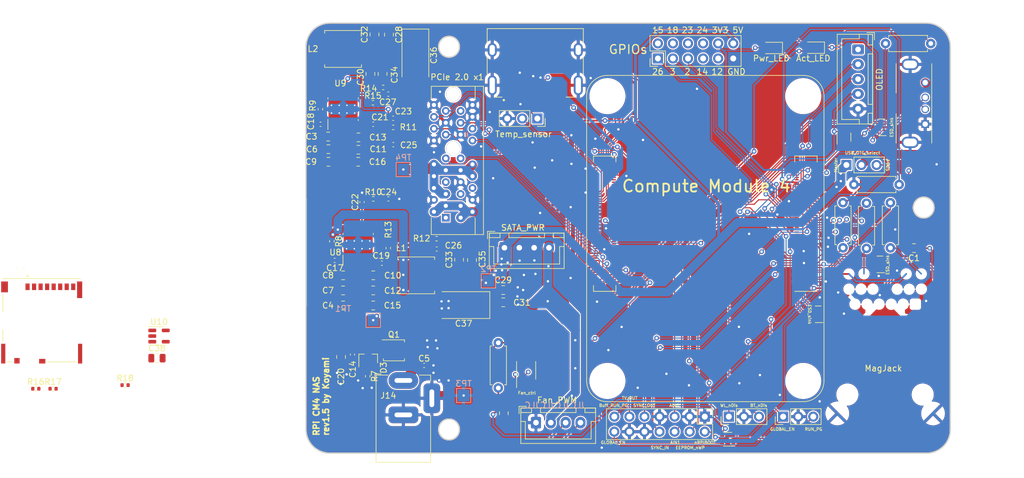
<source format=kicad_pcb>
(kicad_pcb (version 20211014) (generator pcbnew)
  (layers (0 "F.Cu" signal) (1 "In1.Cu" signal) (2 "In2.Cu" signal) (31 "B.Cu" signal) (34 "B.Paste" user) (35 "F.Paste" user) (36 "B.SilkS" user "B.Silkscreen") (37 "F.SilkS" user "F.Silkscreen") (38 "B.Mask" user) (39 "F.Mask" user) (44 "Edge.Cuts" user))
  (net 0 "")
  (net 1 "GND")
  (net 2 "Net-(C1-Pad1)")
  (net 3 "/+3.3v")
  (net 4 "Net-(D1-Pad1)")
  (net 5 "/USB2_VBUS")
  (net 6 "Net-(D2-Pad1)")
  (net 7 "+5V")
  (net 8 "/HDMI0_HOTPLUG")
  (net 9 "/HDMI0_SDA")
  (net 10 "/HDMI0_SCL")
  (net 11 "/HDMI0_CEC")
  (net 12 "/HDMI0_CK_N")
  (net 13 "/HDMI0_CK_P")
  (net 14 "/HDMI0_D0_N")
  (net 15 "/HDMI0_D0_P")
  (net 16 "/HDMI0_D1_N")
  (net 17 "/HDMI0_D1_P")
  (net 18 "/HDMI0_D2_N")
  (net 19 "/HDMI0_D2_P")
  (net 20 "/+12v")
  (net 21 "/PCIE_TX_P")
  (net 22 "/PCIE_TX_N")
  (net 23 "/PCIE_CLK_nREQ")
  (net 24 "Net-(L1-Pad1)")
  (net 25 "Net-(C17-Pad1)")
  (net 26 "Net-(C27-Pad2)")
  (net 27 "/PCIE_RX_P")
  (net 28 "/PCIE_RX_N")
  (net 29 "/PCIE_CLK_N")
  (net 30 "/PCIE_CLK_P")
  (net 31 "/PCIE_nRST")
  (net 32 "Net-(C26-Pad2)")
  (net 33 "Net-(C23-Pad1)")
  (net 34 "+3V3")
  (net 35 "Net-(J7-Pad4)")
  (net 36 "Net-(J7-Pad3)")
  (net 37 "/SDA")
  (net 38 "/SCL")
  (net 39 "/BT_nDis")
  (net 40 "/WL_nDis")
  (net 41 "/GLOBAL_EN")
  (net 42 "Net-(J10-Pad13)")
  (net 43 "/TV_OUT")
  (net 44 "/SYNC_OUT")
  (net 45 "/SYNC_IN")
  (net 46 "/AIN1")
  (net 47 "/AIN0")
  (net 48 "/EEPROM_nWP")
  (net 49 "/nRPIBOOT")
  (net 50 "/RUN_PG")
  (net 51 "Net-(R6-Pad2)")
  (net 52 "/OLED_BTN")
  (net 53 "/USBOTG_ID")
  (net 54 "/USB2_P")
  (net 55 "/USB2_N")
  (net 56 "/Temp_DATA")
  (net 57 "/DSI1_D3_P")
  (net 58 "/DSI1_D2_P")
  (net 59 "/DSI1_D3_N")
  (net 60 "/DSI1_D2_N")
  (net 61 "/DSI1_C_P")
  (net 62 "/DSI1_C_N")
  (net 63 "/DSI1_D1_P")
  (net 64 "/DSI1_D1_N")
  (net 65 "/DSI1_D0_P")
  (net 66 "/DSI1_D0_N")
  (net 67 "/DSI0_C_P")
  (net 68 "/DSI0_C_N")
  (net 69 "/HDMI1_CK_N")
  (net 70 "/DSI0_D1_P")
  (net 71 "/HDMI1_CK_P")
  (net 72 "/DSI0_D1_N")
  (net 73 "/HDMI1_D0_N")
  (net 74 "/DSI0_D0_P")
  (net 75 "/HDMI1_D0_P")
  (net 76 "/DSI0_D0_N")
  (net 77 "/HDMI1_D1_N")
  (net 78 "/HDMI1_D1_P")
  (net 79 "/HDMI1_CEC")
  (net 80 "/HDMI1_D2_N")
  (net 81 "/HDMI1_SCL")
  (net 82 "/HDMI1_D2_P")
  (net 83 "/HDMI1_SDA")
  (net 84 "/HDMI1_HOTPLUG")
  (net 85 "/CAM0_C_P")
  (net 86 "/CAM1_D3_P")
  (net 87 "/CAM0_C_N")
  (net 88 "/CAM1_D3_N")
  (net 89 "/CAM0_D1_P")
  (net 90 "/CAM1_D2_P")
  (net 91 "/CAM0_D1_N")
  (net 92 "/CAM1_D2_N")
  (net 93 "/CAM0_D0_P")
  (net 94 "/CAM1_C_P")
  (net 95 "/CAM0_D0_N")
  (net 96 "/CAM1_C_N")
  (net 97 "/CAM1_D1_P")
  (net 98 "/CAM1_D1_N")
  (net 99 "/CAM1_D0_P")
  (net 100 "/CAM1_D0_N")
  (net 101 "Net-(C25-Pad1)")
  (net 102 "Net-(C22-Pad1)")
  (net 103 "/nEXTRST")
  (net 104 "/CAM_GPIO")
  (net 105 "/nPWR_LED")
  (net 106 "/+1.8v")
  (net 107 "/SD_DET")
  (net 108 "/SD_PWR_ON")
  (net 109 "Net-(C24-Pad1)")
  (net 110 "Net-(L2-Pad1)")
  (net 111 "Net-(C18-Pad1)")
  (net 112 "/SD_DAT2")
  (net 113 "Net-(C14-Pad2)")
  (net 114 "/SD_DAT1")
  (net 115 "Net-(C5-Pad1)")
  (net 116 "/SD_DAT0")
  (net 117 "/SD_CMD")
  (net 118 "/SD_DAT3")
  (net 119 "/GPIO2")
  (net 120 "/SD_CLK")
  (net 121 "/GPIO3")
  (net 122 "/GPIO14")
  (net 123 "/GPIO15")
  (net 124 "/GPIO17")
  (net 125 "/GPIO18")
  (net 126 "/GPIO27")
  (net 127 "/GPIO23")
  (net 128 "/GPIO22")
  (net 129 "/GPIO24")
  (net 130 "/GPIO10")
  (net 131 "/GPIO25")
  (net 132 "/GPIO9")
  (net 133 "/GPIO8")
  (net 134 "/GPIO11")
  (net 135 "/ID_SD")
  (net 136 "/ID_SC")
  (net 137 "/GPIO5")
  (net 138 "/GPIO6")
  (net 139 "/GPIO16")
  (net 140 "/GPIO13")
  (net 141 "/GPIO20")
  (net 142 "/GPIO19")
  (net 143 "/GPIO21")
  (net 144 "/GPIO26")
  (net 145 "Net-(Module1-Pad21)")
  (net 147 "/ETH_LEDY")
  (net 148 "/ETH_LEDG")
  (net 149 "Net-(R2-Pad1)")
  (net 150 "Net-(R3-Pad1)")
  (net 151 "Net-(U5-Pad1)")
  (net 152 "Net-(U5-Pad2)")
  (net 153 "/GPIO12")
  (net 155 "Net-(C21-Pad1)")
  (net 156 "/TRD3_P")
  (net 157 "/TRD3_N")
  (net 158 "/TRD2_P")
  (net 159 "/TRD2_N")
  (net 160 "/TRD1_P")
  (net 161 "/TRD1_N")
  (net 162 "/TRD0_P")
  (net 163 "/TRD0_N")
  (net 164 "Net-(C19-Pad1)")
  (net 165 "Net-(C18-Pad2)")
  (net 166 "Net-(C17-Pad2)")
  (net 182 "/+5v")
  (net 183 "/Reserved")
  (net 184 "Net-(J16-Pad9)")
  (net 185 "Net-(J16-Pad10)")
  (net 186 "/SD_PWR")
  (net 188 "+12V")
  (footprint "Capacitor_SMD:C_0805_2012Metric" (layer "F.Cu") (at 78.786186 90.654612)
    (fp_text reference "C11")
    (fp_text value "10u 35v")
  )
  (footprint "Capacitor_SMD:C_0402_1005Metric" (layer "F.Cu") (at 77.788933 125.1733 -90)
    (fp_text reference "C14")
    (fp_text value "100n")
  )
  (footprint "CM4:SDCARD_MOLEX_503398-1892" (layer "F.Cu") (at 25.4 119.38)
    (fp_text reference "J16")
    (fp_text value "Micro_SD_Card_Det")
  )
  (footprint "Package_SON:USON-10_2.5x1.0mm_P0.5mm" (layer "F.Cu") (at 166.675 109.98 180)
    (fp_text reference "U2" hide)
    (fp_text value "TPD4EUSB30" hide)
  )
  (footprint "Capacitor_SMD:C_0805_2012Metric" (layer "F.Cu") (at 73.728118 90.555373 180)
    (fp_text reference "C6")
    (fp_text value "10u 35v")
  )
  (footprint "Resistor_SMD:R_0402_1005Metric" (layer "F.Cu") (at 74.310618 106.089623 -90)
    (fp_text reference "R8")
    (fp_text value "10R")
  )
  (footprint "Resistor_SMD:R_0402_1005Metric" (layer "F.Cu") (at 84.647784 86.89391)
    (fp_text reference "R11")
    (fp_text value "12K 1%")
  )
  (footprint "Connector_PinSocket_2.54mm:PinSocket_1x03_P2.54mm_Vertical" (layer "F.Cu") (at 108.94 85.39 -90)
    (fp_text reference "J15" hide)
    (fp_text value "Temp_Sensor" hide)
  )
  (footprint "LED_SMD:LED_0805_2012Metric_Pad1.15x1.40mm_HandSolder" (layer "F.Cu") (at 148.400002 73.5 180)
    (fp_text reference "D2" hide)
    (fp_text value "LED Red")
  )
  (footprint "Connector_JST:JST_XH_B4B-XH-A_1x04_P2.50mm_Vertical" (layer "F.Cu") (at 108.712 136.652)
    (fp_text reference "J7" hide)
    (fp_text value "Fan_conn" hide)
  )
  (footprint "Package_SON:USON-10_2.5x1.0mm_P0.5mm" (layer "F.Cu") (at 156.275 118.39 180)
    (fp_text reference "U3" hide)
    (fp_text value "TPD4EUSB30" hide)
  )
  (footprint "Capacitor_SMD:C_0805_2012Metric" (layer "F.Cu") (at 103.193393 116.371896)
    (fp_text reference "C31")
    (fp_text value "10u")
  )
  (footprint "Capacitor_SMD:C_0402_1005Metric" (layer "F.Cu") (at 84.632713 85.345457)
    (fp_text reference "C23")
    (fp_text value "nf")
  )
  (footprint "Resistor_SMD:R_0402_1005Metric" (layer "F.Cu") (at 80.340817 128.828479 -90)
    (fp_text reference "R7")
    (fp_text value "12K 1%")
  )
  (footprint "Resistor_SMD:R_0402_1005Metric" (layer "F.Cu") (at 24.41 130.935)
    (fp_text reference "R16")
    (fp_text value "nf")
  )
  (footprint "CM4:Raspberry-Pi-4-Compute-Module" (layer "F.Cu") (at 153.755 81.619 180)
    (fp_text reference "Module1" hide)
    (fp_text value "ComputeModule4" hide)
  )
  (footprint "Capacitor_SMD:C_0402_1005Metric" (layer "F.Cu") (at 72.398923 86.359999)
    (fp_text reference "C18")
    (fp_text value "100n")
  )
  (footprint "Capacitor_SMD:C_0805_2012Metric" (layer "F.Cu") (at 76.2 111.825951 180)
    (fp_text reference "C8")
    (fp_text value "10u 35v")
  )
  (footprint "Capacitor_SMD:C_0402_1005Metric" (layer "F.Cu") (at 83.838239 98.9426)
    (fp_text reference "C24")
    (fp_text value "1.2nF")
  )
  (footprint "Package_SON:USON-10_2.5x1.0mm_P0.5mm" (layer "F.Cu") (at 166.95 86.88 180)
    (fp_text reference "U5" hide)
    (fp_text value "TPD4EUSB30" hide)
  )
  (footprint "Capacitor_SMD:C_0402_1005Metric" (layer "F.Cu") (at 83.82 81.28 180)
    (fp_text reference "C27")
    (fp_text value "nf")
  )
  (footprint "Capacitor_SMD:C_0805_2012Metric" (layer "F.Cu") (at 78.752345 92.682654)
    (fp_text reference "C16")
    (fp_text value "10u 35v")
  )
  (footprint "Connector_PinHeader_2.54mm:PinHeader_1x03_P2.54mm_Vertical" (layer "F.Cu") (at 161.036 93.218 90)
    (fp_text reference "J12" hide)
    (fp_text value "Conn_01x03" hide)
  )
  (footprint "Capacitor_SMD:C_0805_2012Metric" (layer "F.Cu") (at 97.935402 109.237717 90)
    (fp_text reference "C35")
    (fp_text value "10u")
  )
  (footprint "Capacitor_SMD:C_0805_2012Metric" (layer "F.Cu") (at 103.19 114.3)
    (fp_text reference "C29")
    (fp_text value "10u")
  )
  (footprint "CM4:SOIC-8-1EP_3.9x4.9mm_P1.27mm_EP2.95x4.9mm_Mask2.71x3.4mm_ThermalVias" (layer "F.Cu") (at 76.2 83.82 90)
    (fp_text reference "U9")
    (fp_text value "AP64501SP-13")
  )
  (footprint "Capacitor_SMD:C_0805_2012Metric" (layer "F.Cu") (at 83.934503 71.250847 90)
    (fp_text reference "C28")
    (fp_text value "10u")
  )
  (footprint "Capacitor_SMD:C_0805_2012Metric" (layer "F.Cu") (at 76.2 114.365951 180)
    (fp_text reference "C7")
    (fp_text value "10u 35v")
  )
  (footprint "Capacitor_SMD:C_0805_2012Metric" (layer "F.Cu") (at 78.786186 88.574153)
    (fp_text reference "C13")
    (fp_text value "10u 35v")
  )
  (footprint "Package_TO_SOT_SMD:SOT-353_SC-70-5" (layer "F.Cu") (at 141.036 139.446 180)
    (fp_text reference "U1" hide)
    (fp_text value "74LVC1G07SE-7" hide)
  )
  (footprint "CM4:PCIex1-36" (layer "F.Cu") (at 93.512 102.108 90)
    (fp_text reference "J3" hide)
    (fp_text value "PCIe_conn" hide)
  )
  (footprint "Package_SON:Diodes_PowerDI3333-8" (layer "F.Cu") (at 84.7775 124.46)
    (fp_text reference "Q1")
    (fp_text value "DMP3013SFV-7")
  )
  (footprint "Inductor_SMD:L_Bourns_SRN6045TA" (layer "F.Cu") (at 76.2 73.66)
    (fp_text reference "L2")
    (fp_text value "SRN6045TA-3R3Y")
  )
  (footprint "Capacitor_SMD:C_0805_2012Metric" (layer "F.Cu") (at 81.28 114.365951)
    (fp_text reference "C12")
    (fp_text value "10u 35v")
  )
  (footprint "Capacitor_SMD:C_0805_2012Metric" (layer "F.Cu") (at 82.856306 77.873143 -90)
    (fp_text reference "C34")
    (fp_text value "10u")
  )
  (footprint "Connector_PinHeader_2.54mm:PinHeader_1x03_P2.54mm_Vertical" (layer "F.Cu") (at 150.368 135.636 90)
    (fp_text reference "J11" hide)
    (fp_text value "Conn_01x03" hide)
  )
  (footprint "Capacitor_SMD:C_0805_2012Metric" (layer "F.Cu") (at 81.28 116.905951)
    (fp_text reference "C15")
    (fp_text value "10u 35v")
  )
  (footprint "Resistor_SMD:R_0402_1005Metric" (layer "F.Cu") (at 81.298239 98.9426)
    (fp_text reference "R10")
    (fp_text value "20K 1%")
  )
  (footprint "Capacitor_SMD:C_0402_1005Metric" (layer "F.Cu") (at 81.28 86.36)
    (fp_text reference "C21")
    (fp_text value "100n")
  )
  (footprint "Inductor_SMD:L_Bourns_SRN6045TA" (layer "F.Cu") (at 88.535354 111.824293)
    (fp_text reference "L1")
    (fp_text value "SRN6045TA-3R3Y")
  )
  (footprint "Connector_PinHeader_2.54mm:PinHeader_1x03_P2.54mm_Vertical" (layer "F.Cu") (at 141.224 135.636 90)
    (fp_text reference "J9" hide)
    (fp_text value "Conn_01x03" hide)
  )
  (footprint "Resistor_SMD:R_0402_1005Metric" (layer "F.Cu") (at 39.46 130.325)
    (fp_text reference "R18")
    (fp_text value "12K 1%")
  )
  (footprint "Connector_JST:JST_XH_B4B-XH-A_1x04_P2.50mm_Vertical" (layer "F.Cu") (at 103.4 107.17)
    (fp_text reference "J4" hide)
    (fp_text value "Sata_PWR" hide)
  )
  (footprint "Capacitor_SMD:C_0805_2012Metric" (layer "F.Cu") (at 44.83 125.785)
    (fp_text reference "C38")
    (fp_text value "10u")
  )
  (footprint "Capacitor_SMD:C_0805_2012Metric" (layer "F.Cu") (at 76.2 116.905951 180)
    (fp_text reference "C4")
    (fp_text value "10u 35v")
  )
  (footprint "Resistor_THT:R_Axial_DIN0207_L6.3mm_D2.5mm_P7.62mm_Horizontal" (layer "F.Cu") (at 102.362 123.19 -90)
    (fp_text reference "R5" hide)
    (fp_text value "36K 1%")
  )
  (footprint "Capacitor_Tantalum_SMD:CP_EIA-7343-31_Kemet-D" (layer "F.Cu") (at 88.386184 74.728818 -90)
    (fp_text reference "C36")
    (fp_text value "100uF")
  )
  (footprint "Package_SO:MSOP-8_3x3mm_P0.65mm" (layer "F.Cu") (at 107.061 127.83 90)
    (fp_text reference "U6" hide)
    (fp_text value "EMC2301-1-ACZL-TR" hide)
  )
  (footprint "Package_TO_SOT_SMD:SOT-353_SC-70-5" (layer "F.Cu") (at 160.62 88.53 90)
    (fp_text reference "U7" hide)
    (fp_text value "74LVC1G07SE-7" hide)
  )
  (footprint "Capacitor_SMD:C_0805_2012Metric_Pad1.18x1.45mm_HandSolder" (layer "F.Cu") (at 172.4325 107.23 180)
    (fp_text reference "C1")
    (fp_text value "100n")
  )
  (footprint "Connector_PinHeader_2.54mm:PinHeader_2x07_P2.54mm_Vertical" (layer "F.Cu") (at 137.16 135.636 -90)
    (fp_text reference "J10" hide)
    (fp_text value "Conn_02x07_Odd_Even" hide)
  )
  (footprint "Capacitor_SMD:C_0402_1005Metric" (layer "F.Cu") (at 84.666853 89.792281)
    (fp_text reference "C25")
    (fp_text value "1.2nF")
  )
  (footprint "Resistor_THT:R_Axial_DIN0207_L6.3mm_D2.5mm_P7.62mm_Horizontal" (layer "F.Cu") (at 160.46 99.57 -90)
    (fp_text reference "R1" hide)
    (fp_text value "1k")
  )
  (footprint "Resistor_SMD:R_0402_1005Metric" (layer "F.Cu") (at 27.32 130.935)
    (fp_text reference "R17")
    (fp_text value "nf")
  )
  (footprint "Package_TO_SOT_SMD:SOT-23-5" (layer "F.Cu") (at 45.18 122.055)
    (fp_text reference "U10")
    (fp_text value "RT9742GGJ5")
  )
  (footprint "Diode_SMD:D_SOT-23_ANK" (layer "F.Cu") (at 80.434428 125.864154 90)
    (fp_text reference "D3")
    (fp_text value "MMBZ5242BLT3G")
  )
  (footprint "Capacitor_SMD:C_0805_2012Metric" (layer "F.Cu") (at 81.49377 71.225423 90)
    (fp_text reference "C32")
    (fp_text value "10u")
  )
  (footprint "CM4:SOIC-8-1EP_3.9x4.9mm_P1.27mm_EP2.95x4.9mm_Mask2.71x3.4mm_ThermalVias" (layer "F.Cu") (at 78.74 106.68 90)
    (fp_text reference "U8")
    (fp_text value "AP64501SP-13")
  )
  (footprint "Resistor_SMD:R_0402_1005Metric" (layer "F.Cu") (at 72.382859 83.82 -90)
    (fp_text reference "R9")
    (fp_text value "10R")
  )
  (footprint "Resistor_SMD:R_0402_1005Metric" (layer "F.Cu") (at 82.961929 80.154974 180)
    (fp_text reference "R14")
    (fp_text value "47K 1%")
  )
  (footprint "Resistor_THT:R_Axial_DIN0207_L6.3mm_D2.5mm_P7.62mm_Horizontal" (layer "F.Cu") (at 169.926 96.52 180)
    (fp_text reference "R4" hide)
    (fp_text value "2.2K 1%" hide)
  )
  (footprint "CM4:USB_A_Vertical" (layer "F.Cu") (at 174.318 86.338 90)
    (fp_text reference "J1" hide)
    (fp_text value "USB_A" hide)
  )
  (footprint "Capacitor_SMD:C_0805_2012Metric_Pad1.18x1.45mm_HandSolder" (layer "F.Cu") (at 103.292956 135.066943 -90)
    (fp_text reference "C2" hide)
    (fp_text value "100n")
  )
  (footprint "Resistor_THT:R_Axial_DIN0207_L6.3mm_D2.5mm_P7.62mm_Horizontal" (layer "F.Cu") (at 168.45 107.2 90)
    (fp_text reference "R3" hide)
    (fp_text value "470R")
  )
  (footprint "Connector_PinHeader_2.54mm:PinHeader_2x06_P2.54mm_Vertical" (layer "F.Cu") (at 129.26 75.27 90)
    (fp_text reference "J13" hide)
    (fp_text value "Conn_02x06_Odd_Even" hide)
  )
  (footprint "CM4:BarrelJack_Horizontal" (layer "F.Cu") (at 86.36 129.54 90)
    (fp_text reference "J14")
    (fp_text value "Barrel_Jack")
  )
  (footprint "Capacitor_SMD:C_0402_1005Metric" (layer "F.Cu") (at 91.985884 107.384748 180)
    (fp_text reference "C26")
    (fp_text value "nf")
  )
  (footprint "Capacitor_SMD:C_0805_2012Metric" (layer "F.Cu") (at 80.809634 77.870665 -90)
    (fp_text reference "C30")
    (fp_text value "10u")
  )
  (footprint "Capacitor_SMD:C_0805_2012Metric" (layer "F.Cu") (at 73.733491 92.689406 180)
    (fp_text reference "C9")
    (fp_text value "10u 35v")
  )
  (footprint "Capacitor_SMD:C_0805_2012Metric" (layer "F.Cu") (at 95.753681 109.192733 90)
    (fp_text reference "C33")
    (fp_text value "10u")
  )
  (footprint "Resistor_SMD:R_0402_1005Metric" (layer "F.Cu") (at 83.816177 107.233229 -90)
    (fp_text reference "R13")
    (fp_text value "2.2K 1%")
  )
  (footprint "Capacitor_SMD:C_0805_2012Metric" (layer "F.Cu") (at 73.68891 88.431896 180)
    (fp_text reference "C3")
    (fp_text value "10u 35v")
  )
  (footprint "Capacitor_SMD:C_0402_1005Metric" (layer "F.Cu") (at 79.393099 99.480929 90)
    (fp_text reference "C22")
    (fp_text value "nf")
  )
  (footprint "CM4:HDMI EDAC 690-019-298-412" (layer "F.Cu") (at 108.59 79.79 180)
    (fp_text reference "J2" hide)
    (fp_text value "HDMI_header" hide)
  )
  (footprint "Capacitor_SMD:C_0805_2012Metric" (layer "F.Cu") (at 75.857079 125.574531 -90)
    (fp_text reference "C20")
    (fp_text value "10u 35v")
  )
  (footprint "LED_SMD:LED_0805_2012Metric_Pad1.15x1.40mm_HandSolder" (layer "F.Cu") (at 155.474999 73.449999 180)
    (fp_text reference "D1" hide)
    (fp_text value "LED")
  )
  (footprint "Capacitor_SMD:C_0402_1005Metric" (layer "F.Cu") (at 89.8575 127)
    (fp_text reference "C5")
    (fp_text value "100n 100v")
  )
  (footprint "Resistor_SMD:R_0402_1005Metric" (layer "F.Cu") (at 91.958767 105.637603 180)
    (fp_text reference "R12")
    (fp_text value "12K 1%")
  )
  (footprint "Connector_JST:JST_XH_B5B-XH-A_1x05_P2.50mm_Vertical" (layer "F.Cu") (at 163 73.75 -90)
    (fp_text reference "J8" hide)
    (fp_text value "OLED_conn" hide)
  )
  (footprint "Resistor_THT:R_Axial_DIN0207_L6.3mm_D2.5mm_P7.62mm_Horizontal" (layer "F.Cu") (at 164.42 107.28 90)
    (fp_text reference "R2" hide)
    (fp_text value "470R")
  )
  (footprint "Capacitor_Tantalum_SMD:CP_EIA-7343-31_Kemet-D" (layer "F.Cu") (at 96.52 116.84 180)
    (fp_text reference "C37")
    (fp_text value "100uF")
  )
  (footprint "Capacitor_SMD:C_0402_1005Metric" (layer "F.Cu") (at 74.777414 109.300767)
    (fp_text reference "C17")
    (fp_text value "100n")
  )
  (footprint "Resistor_THT:R_Axial_DIN0207_L6.3mm_D2.5mm_P7.62mm_Horizontal" (layer "F.Cu") (at 175.25 72.75 180)
    (fp_text reference "R6" hide)
    (fp_text value "1k")
  )
  (footprint "Capacitor_SMD:C_0402_1005Metric" (layer "F.Cu") (at 82.740385 109.769461)
    (fp_text reference "C19")
    (fp_text value "100n")
  )
  (footprint "Capacitor_SMD:C_0805_2012Metric" (layer "F.Cu") (at 81.28 111.825951)
    (fp_text reference "C10")
    (fp_text value "10u 35v")
  )
  (footprint "Resistor_SMD:R_0402_1005Metric" (layer "F.Cu") (at 81.229151 82.726754)
    (fp_text reference "R15")
    (fp_text value "15K 1%")
  )
  (footprint "TestPoint:TestPoint_Pad_2.0x2.0mm" (layer "B.Cu") (at 100.695942 112.755473 180)
    (fp_text reference "TP2")
    (fp_text value "TestPoint")
  )
  (footprint "TestPoint:TestPoint_Pad_2.0x2.0mm" (layer "B.Cu") (at 81.28 119.38 180)
    (fp_text reference "TP1")
    (fp_text value "TestPoint")
  )
  (footprint "TestPoint:TestPoint_Pad_2.0x2.0mm" (layer "B.Cu") (at 86.36 93.98 180)
    (fp_text reference "TP4")
    (fp_text value "TestPoint")
  )
  (footprint "TestPoint:TestPoint_Pad_2.0x2.0mm" (layer "B.Cu") (at 96.52 132.08 180)
    (fp_text reference "TP3")
    (fp_text value "TestPoint")
  )
  (gr_arc (start 178.56 137.799999) (mid 177.388427 140.628427) (end 174.559999 141.8) (layer "Edge.Cuts") (width 0.2))
  (gr_line (start 73.948427 141.8) (end 174.559999 141.8) (layer "Edge.Cuts") (width 0.2))
  (gr_line (start 174.559999 69.3) (end 73.948427 69.3) (layer "Edge.Cuts") (width 0.2))
  (gr_arc (start 73.948427 141.8) (mid 71.12 140.628427) (end 69.948427 137.8) (layer "Edge.Cuts") (width 0.2))
  (gr_line (start 178.56 137.799999) (end 178.559999 73.3) (layer "Edge.Cuts") (width 0.2))
  (gr_line (start 69.948426 73.299999) (end 69.948426 137.799999) (layer "Edge.Cuts") (width 0.2))
  (gr_circle (center 94.06 73.3) (end 95.81 73.3) (layer "Edge.Cuts") (width 0.2) (fill none))
  (gr_arc (start 69.948426 73.299999) (mid 71.12 70.471572) (end 73.948427 69.3) (layer "Edge.Cuts") (width 0.2))
  (gr_circle (center 174.059999 100.400001) (end 175.809999 100.400001) (layer "Edge.Cuts") (width 0.2) (fill none))
  (gr_arc (start 174.559999 69.3) (mid 177.388426 70.471573) (end 178.559999 73.3) (layer "Edge.Cuts") (width 0.2))
  (gr_circle (center 94.060001 137.8) (end 95.810001 137.8) (layer "Edge.Cuts") (width 0.2) (fill none))
  (gr_text "JLCJLCJLCJLC" (at 111.95 133.72) (layer "B.SilkS") (effects (font (size 1 1)) (justify mirror)))
  (gr_text "3" (at 131.75 77.5) (layer "F.SilkS") (effects (font (size 1 1))))
  (gr_text "23" (at 134.25 70.5) (layer "F.SilkS") (effects (font (size 1 1))))
  (gr_text "MagJack" (at 167.269 127.492) (layer "F.SilkS") (effects (font (size 1 1))))
  (gr_text "Pwr_LED" (at 148.37 75.25) (layer "F.SilkS") (effects (font (size 1 1))))
  (gr_text "nRPIBOOT" (at 137.22 140) (layer "F.SilkS") (effects (font (size 0.5 0.5) (thickness 0.1))))
  (gr_text "SATA_PWR" (at 106.51 103.79) (layer "F.SilkS") (effects (font (size 1 1))))
  (gr_text "3V3" (at 139.75 70.5) (layer "F.SilkS") (effects (font (size 1 1))))
  (gr_text "Fan_PWM\n" (at 112.268 132.861) (layer "F.SilkS") (effects (font (size 1 1))))
  (gr_text "BT_nDis" (at 146.25 133.75) (layer "F.SilkS") (effects (font (size 0.5 0.5) (thickness 0.1))))
  (gr_text "RPi CM4 NAS\nrev1.5 by Koyami\n" (at 72.507872 138.989649 90) (layer "F.SilkS") (effects (font (size 1 1) (thickness 0.25)) (justify left)))
  (gr_text "5V" (at 142.75 70.5) (layer "F.SilkS") (effects (font (size 1 1))))
  (gr_text "26" (at 129.25 77.5) (layer "F.SilkS") (effects (font (size 1 1))))
  (gr_text "GPIOs" (at 124.25 73.75) (layer "F.SilkS") (effects (font (size 1.5 1.5) (thickness 0.2))))
  (gr_text "Temp_sensor" (at 106.6 88.02) (layer "F.SilkS") (effects (font (size 1 1))))
  (gr_text "Compute Module 4" (at 137.42 96.79) (layer "F.SilkS") (effects (font (size 2 2) (thickness 0.3))))
  (gr_text "12" (at 139.25 77.5) (layer "F.SilkS") (effects (font (size 1 1))))
  (gr_text "Act_LED" (at 155.448 75.25) (layer "F.SilkS") (effects (font (size 1 1))))
  (gr_text "TV_OUT" (at 124.5 132.5) (layer "F.SilkS") (effects (font (size 0.5 0.5) (thickness 0.1))))
  (gr_text "Master" (at 159.25 93.25 90) (layer "F.SilkS") (effects (font (size 0.5 0.5) (thickness 0.1))))
  (gr_text "GLOBAL_EN" (at 150.25 137.75) (layer "F.SilkS") (effects (font (size 0.5 0.5) (thickness 0.1))))
  (gr_text "RUN_PG" (at 155.5 137.75) (layer "F.SilkS") (effects (font (size 0.5 0.5) (thickness 0.1))))
  (gr_text "GND" (at 142.5 77.5) (layer "F.SilkS") (effects (font (size 1 1))))
  (gr_text "SYNC_IN" (at 129.59 140.88) (layer "F.SilkS") (effects (font (size 0.5 0.5) (thickness 0.1))))
  (gr_text "PCIe 2.0 x1 " (at 95.81 78.41) (layer "F.SilkS") (effects (font (size 1 1))))
  (gr_text "2" (at 134.25 77.5) (layer "F.SilkS") (effects (font (size 1 1))))
  (gr_text "USB_OTG_select" (at 163.75 91.186) (layer "F.SilkS") (effects (font (size 0.5 0.5) (thickness 0.1))))
  (gr_text "Slave" (at 168 93.25 90) (layer "F.SilkS") (effects (font (size 0.5 0.5) (thickness 0.1))))
  (gr_text "24" (at 136.75 70.5) (layer "F.SilkS") (effects (font (size 1 1))))
  (gr_text "ESD_sink" (at 154.84 118.41 270) (layer "F.SilkS") (effects (font (size 0.5 0.5) (thickness 0.1))))
  (gr_text "WL_nDis" (at 141.25 133.75) (layer "F.SilkS") (effects (font (size 0.5 0.5) (thickness 0.1))))
  (gr_text "AIN1" (at 132.18 140) (layer "F.SilkS") (effects (font (size 0.5 0.5) (thickness 0.1))))
  (gr_text "14" (at 136.75 77.5) (layer "F.SilkS") (effects (font (size 1 1))))
  (gr_text "EEPROM_nWP" (at 134.71 140.88) (layer "F.SilkS") (effects (font (size 0.5 0.5) (thickness 0.1))))
  (gr_text "ESD_sink" (at 168.656 86.868 90) (layer "F.SilkS") (effects (font (size 0.5 0.5) (thickness 0.1))))
  (gr_text "Fan_ctrl" (at 107.188 131.64) (layer "F.SilkS") (effects (font (size 0.5 0.5) (thickness 0.1))))
  (gr_text "OLED" (at 166.6 78.8 90) (layer "F.SilkS") (effects (font (size 1 1))))
  (gr_text "AIN0" (at 132.03 133.75) (layer "F.SilkS") (effects (font (size 0.5 0.5) (thickness 0.1))))
  (gr_text "SYNC_OUT" (at 126.99 133.75) (layer "F.SilkS") (effects (font (size 0.5 0.5) (thickness 0.1))))
  (gr_text "15" (at 129.25 70.5) (layer "F.SilkS") (effects (font (size 1 1))))
  (gr_text "18" (at 131.75 70.5) (layer "F.SilkS") (effects (font (size 1 1))))
  (gr_text "Buff_RUN_PG" (at 121.77 133.75) (layer "F.SilkS") (effects (font (size 0.5 0.5) (thickness 0.1))))
  (gr_text "GLOBAL_EN" (at 121.72 140) (layer "F.SilkS") (effects (font (size 0.5 0.5) (thickness 0.1))))
  (gr_text "ESD_sink" (at 167.99 110.05 90) (layer "F.SilkS") (effects (font (size 0.5 0.5) (thickness 0.1))))
  (segment (start 155.755 108.519) (end 155.2984 108.519) (width 0.175) (layer "F.Cu") (net 1))
  (segment (start 153.1316 100.119) (end 152.675 100.119) (width 0.175) (layer "F.Cu") (net 1))
  (segment (start 153.31251 100.29991) (end 153.1316 100.119) (width 0.175) (layer "F.Cu") (net 1))
  (segment (start 155.27342 106.519) (end 155.755 106.519) (width 0.175) (layer "F.Cu") (net 1))
  (segment (start 118.755 109.319) (end 119.2116 109.319) (width 0.175) (layer "F.Cu") (net 1))
  (segment (start 91.16 132.54) (end 92.3975 131.3025) (width 0.25) (layer "F.Cu") (net 1))
  (segment (start 122.291602 102.119) (end 121.835 102.119) (width 0.175) (layer "F.Cu") (net 1))
  (segment (start 153.131602 106.919) (end 152.675 106.919) (width 0.175) (layer "F.Cu") (net 1))
  (segment (start 153.1316 104.919) (end 153.64 105.4274) (width 0.175) (layer "F.Cu") (net 1))
  (segment (start 121.835 100.919) (end 122.2916 100.919) (width 0.175) (layer "F.Cu") (net 1))
  (segment (start 119.211602 110.519) (end 118.755 110.519) (width 0.175) (layer "F.Cu") (net 1))
  (segment (start 155.298398 110.519) (end 155.044737 110.772661) (width 0.175) (layer "F.Cu") (net 1))
  (segment (start 155.2984 112.919) (end 155.755 112.919) (width 0.175) (layer "F.Cu") (net 1))
  (segment (start 119.39251 110.338092) (end 119.211602 110.519) (width 0.175) (layer "F.Cu") (net 1))
  (segment (start 122.2916 100.919) (end 122.47251 101.09991) (width 0.175) (layer "F.Cu") (net 1))
  (segment (start 155.755 111.719) (end 155.298398 111.719) (width 0.175) (layer "F.Cu") (net 1))
  (segment (start 155.11749 106.67493) (end 155.27342 106.519) (width 0.175) (layer "F.Cu") (net 1))
  (segment (start 119.211602 108.119) (end 119.39251 107.938092) (width 0.175) (layer "F.Cu") (net 1))
  (segment (start 152.675 104.919) (end 153.1316 104.919) (width 0.175) (layer "F.Cu") (net 1))
  (segment (start 153.131602 101.319) (end 153.31251 101.138092) (width 0.175) (layer "F.Cu") (net 1))
  (segment (start 155.044737 111.972661) (end 155.044737 112.665337) (width 0.175) (layer "F.Cu") (net 1))
  (segment (start 155.11749 108.33809) (end 155.11749 106.67493) (width 0.175) (layer "F.Cu") (net 1))
  (segment (start 122.47251 101.938092) (end 122.291602 102.119) (width 0.175) (layer "F.Cu") (net 1))
  (segment (start 153.31251 101.138092) (end 153.31251 100.29991) (width 0.175) (layer "F.Cu") (net 1))
  (segment (start 152.675 101.319) (end 153.131602 101.319) (width 0.175) (layer "F.Cu") (net 1))
  (segment (start 119.2116 109.319) (end 119.39251 109.49991) (width 0.175) (layer "F.Cu") (net 1))
  (segment (start 91.44 132.82) (end 91.16 132.54) (width 0.25) (layer "F.Cu") (net 1))
  (segment (start 118.755 108.119) (end 119.211602 108.119) (width 0.175) (layer "F.Cu") (net 1))
  (segment (start 119.2116 106.919) (end 118.755 106.919) (width 0.175) (layer "F.Cu") (net 1))
  (segment (start 119.39251 107.09991) (end 119.2116 106.919) (width 0.175) (layer "F.Cu") (net 1))
  (segment (start 122.47251 101.09991) (end 122.47251 101.938092) (width 0.175) (layer "F.Cu") (net 1))
  (segment (start 155.044737 110.772661) (end 155.044737 111.972661) (width 0.175) (layer "F.Cu") (net 1))
  (segment (start 153.64 105.4274) (end 153.64 106.410602) (width 0.175) (layer "F.Cu") (net 1))
  (segment (start 155.755 110.519) (end 155.298398 110.519) (width 0.175) (layer "F.Cu") (net 1))
  (segment (start 91.62 132.08) (end 91.16 132.54) (width 0.25) (layer "F.Cu") (net 1))
  (segment (start 119.39251 109.49991) (end 119.39251 110.338092) (width 0.175) (layer "F.Cu") (net 1))
  (segment (start 119.39251 107.938092) (end 119.39251 107.09991) (width 0.175) (layer "F.Cu") (net 1))
  (segment (start 155.044737 112.665337) (end 155.2984 112.919) (width 0.175) (layer "F.Cu") (net 1))
  (segment (start 153.64 106.410602) (end 153.131602 106.919) (width 0.175) (layer "F.Cu") (net 1))
  (segment (start 155.298398 111.719) (end 155.044737 111.972661) (width 0.175) (layer "F.Cu") (net 1))
  (segment (start 96.52 132.08) (end 91.62 132.08) (width 1.5) (layer "F.Cu") (net 1))
  (segment (start 155.2984 108.519) (end 155.11749 108.33809) (width 0.175) (layer "F.Cu") (net 1))
  (via (at 78.74 129.54) (size 0.8) (drill 0.4) (layers "F.Cu" "B.Cu") (net 1))
  (via (at 108.14 89.42) (size 0.8) (drill 0.4) (layers "F.Cu" "B.Cu") (net 1))
  (via (at 111.45 92.44) (size 0.8) (drill 0.4) (layers "F.Cu" "B.Cu") (net 1))
  (via (at 153.84 107.74) (size 0.8) (drill 0.4) (layers "F.Cu" "B.Cu") (net 1))
  (via (at 91.44 127) (size 0.8) (drill 0.4) (layers "F.Cu" "B.Cu") (net 1))
  (via (at 106.546256 114.3) (size 0.8) (drill 0.4) (layers "F.Cu" "B.Cu") (net 1))
  (via (at 92.791108 116.210225) (size 0.8) (drill 0.4) (layers "F.Cu" "B.Cu") (net 1))
  (via (at 109.41 101.31) (size 0.8) (drill 0.4) (layers "F.Cu" "B.Cu") (net 1))
  (via (at 109.474 78.486) (size 0.8) (drill 0.4) (layers "F.Cu" "B.Cu") (net 1))
  (via (at 114.69 93.03) (size 0.8) (drill 0.4) (layers "F.Cu" "B.Cu") (net 1))
  (via (at 114.68 88.21) (size 0.8) (drill 0.4) (layers "F.Cu" "B.Cu") (net 1))
  (via (at 106.68 111.76) (size 0.8) (drill 0.4) (layers "F.Cu" "B.Cu") (net 1))
  (via (at 100.92 84.3) (size 0.8) (drill 0.4) (layers "F.Cu" "B.Cu") (net 1))
  (via (at 105.721503 116.751968) (size 0.8) (drill 0.4) (layers "F.Cu" "B.Cu") (net 1))
  (via (at 151.35 99.33) (size 0.8) (drill 0.4) (layers "F.Cu" "B.Cu") (net 1))
  (via (at 92.393329 129.510279) (size 0.8) (drill 0.4) (layers "F.Cu" "B.Cu") (net 1))
  (via (at 91.44 128.248137) (size 0.8) (drill 0.4) (layers "F.Cu" "B.Cu") (net 1))
  (via (at 158.02 105.49) (size 0.8) (drill 0.4) (layers "F.Cu" "B.Cu") (net 1))
  (via (at 157.79 102.09) (size 0.8) (drill 0.4) (layers "F.Cu" "B.Cu") (net 1))
  (via (at 135.85 80.38) (size 0.8) (drill 0.4) (layers "F.Cu" "B.Cu") (net 1))
  (via (at 156.54 115.54) (size 0.8) (drill 0.4) (layers "F.Cu" "B.Cu") (net 1))
  (via (at 91.867347 122.797186) (size 0.8) (drill 0.4) (layers "F.Cu" "B.Cu") (net 1))
  (via (at 144.64 104.83) (size 0.8) (drill 0.4) (layers "F.Cu" "B.Cu") (net 1))
  (via (at 120.23 107.43) (size 0.8) (drill 0.4) (layers "F.Cu" "B.Cu") (net 1))
  (via (at 108.5 93.67) (size 0.8) (drill 0.4) (layers "F.Cu" "B.Cu") (net 1))
  (via (at 123.95 95.07) (size 0.8) (drill 0.4) (layers "F.Cu" "B.Cu") (net 1))
  (via (at 118.72 88.79) (size 0.8) (drill 0.4) (layers "F.Cu" "B.Cu") (net 1))
  (via (at 75.7999 130.134416) (size 0.8) (drill 0.4) (layers "F.Cu" "B.Cu") (net 1))
  (via (at 130.7 128.42) (size 0.8) (drill 0.4) (layers "F.Cu" "B.Cu") (net 1))
  (via (at 117.08 97.87) (size 0.8) (drill 0.4) (layers "F.Cu" "B.Cu") (net 1))
  (via (at 93.98 116.165241) (size 0.8) (drill 0.4) (layers "F.Cu" "B.Cu") (net 1))
  (via (at 157.56 112.86) (size 0.8) (drill 0.4) (layers "F.Cu" "B.Cu") (net 1))
  (via (at 148.43 97.39) (size 0.8) (drill 0.4) (layers "F.Cu" "B.Cu") (net 1))
  (via (at 122.6 87.22) (size 0.8) (drill 0.4) (layers "F.Cu" "B.Cu") (net 1))
  (via (at 142.92 120.5) (size 0.8) (drill 0.4) (layers "F.Cu" "B.Cu") (net 1))
  (via (at 108.25 78.25) (size 0.8) (drill 0.4) (layers "F.Cu" "B.Cu") (net 1))
  (via (at 119.8 140.87) (size 0.8) (drill 0.4) (layers "F.Cu" "B.Cu") (net 1))
  (via (at 90.360385 122.797186) (size 0.8) (drill 0.4) (layers "F.Cu" "B.Cu") (net 1))
  (via (at 99.47 90.09) (size 0.8) (drill 0.4) (layers "F.Cu" "B.Cu") (net 1))
  (via (at 92.836092 117.402298) (size 0.8) (drill 0.4) (layers "F.Cu" "B.Cu") (net 1))
  (via (at 169.27 104.09) (size 0.8) (drill 0.4) (layers "F.Cu" "B.Cu") (net 1))
  (via (at 149.81 131.97) (size 0.8) (drill 0.4) (layers "F.Cu" "B.Cu") (net 1))
  (via (at 101.5 95.46) (size 0.8) (drill 0.4) (layers "F.Cu" "B.Cu") (net 1))
  (via (at 93.98 129.54) (size 0.8) (drill 0.4) (layers "F.Cu" "B.Cu") (net 1))
  (via (at 81.030766 130.773414) (size 0.8) (drill 0.4) (layers "F.Cu" "B.Cu") (net 1))
  (via (at 156.52 133.06) (size 0.8) (drill 0.4) (layers "F.Cu" "B.Cu") (net 1))
  (via (at 108.44209 109.310293) (size 0.8) (drill 0.4) (layers "F.Cu" "B.Cu") (net 1))
  (via (at 114.56 100.33) (size 0.8) (drill 0.4) (layers "F.Cu" "B.Cu") (net 1))
  (via (at 126.75 89) (size 0.8) (drill 0.4) (layers "F.Cu" "B.Cu") (net 1))
  (via (at 114.55 112.27) (size 0.8) (drill 0.4) (layers "F.Cu" "B.Cu") (net 1))
  (via (at 105.98 77.67) (size 0.8) (drill 0.4) (layers "F.Cu" "B.Cu") (net 1))
  (via (at 169.57 111.02) (size 0.8) (drill 0.4) (layers "F.Cu" "B.Cu") (net 1))
  (via (at 90.450353 123.921784) (size 0.8) (drill 0.4) (layers "F.Cu" "B.Cu") (net 1))
  (via (at 166.67 115.16) (size 0.8) (drill 0.4) (layers "F.Cu" "B.Cu") (net 1))
  (via (at 146.46 128.63) (size 0.8) (drill 0.4) (layers "F.Cu" "B.Cu") (net 1))
  (via (at 117.07 93.84) (size 0.8) (drill 0.4) (layers "F.Cu" "B.Cu") (net 1))
  (via (at 92.092266 124.124212) (size 0.8) (drill 0.4) (layers "F.Cu" "B.Cu") (net 1))
  (via (at 120.52 103.9) (size 0.8) (drill 0.4) (layers "F.Cu" "B.Cu") (net 1))
  (via (at 153.88 109.75) (size 0.8) (drill 0.4) (layers "F.Cu" "B.Cu") (net 1))
  (via (at 93.98 117.346069) (size 0.8) (drill 0.4) (layers "F.Cu" "B.Cu") (net 1))
  (via (at 105.95 109.34) (size 0.8) (drill 0.4) (layers "F.Cu" "B.Cu") (net 1))
  (via (at 123.15 120.52) (size 0.8) (drill 0.4) (layers "F.Cu" "B.Cu") (net 1))
  (via (at 174.47 116.14) (size 0.8) (drill 0.4) (layers "F.Cu" "B.Cu") (net 1))
  (via (at 108.62 111.58) (size 0.8) (drill 0.4) (layers "F.Cu" "B.Cu") (net 1))
  (via (at 91.52 91.08) (size 0.8) (drill 0.4) (layers "F.Cu" "B.Cu") (net 1))
  (via (at 117.93 78.57) (size 0.8) (drill 0.4) (layers "F.Cu" "B.Cu") (net 1))
  (via (at 79.399365 97.895238) (size 0.8) (drill 0.4) (layers "F.Cu" "B.Cu") (net 1))
  (via (at 120.92 124.42) (size 0.8) (drill 0.4) (layers "F.Cu" "B.Cu") (net 1))
  (via (at 76.795547 128.514631) (size 0.8) (drill 0.4) (layers "F.Cu" "B.Cu") (net 1))
  (via (at 96.52 132.08) (size 0.8) (drill 0.4) (layers "F.Cu" "B.Cu") (net 1))
  (via (at 105.587759 115.369949) (size 0.8) (drill 0.4) (layers "F.Cu" "B.Cu") (net 1))
  (via (at 92.53 80.88) (size 0.8) (drill 0.4) (layers "F.Cu" "B.Cu") (net 1))
  (via (at 176.24 93.11) (size 0.8) (drill 0.4) (layers "F.Cu" "B.Cu") (net 1))
  (via (at 85.674622 98.9426) (size 0.8) (drill 0.4) (layers "F.Cu" "B.Cu") (net 1))
  (via (at 160.62 118.28) (size 0.8) (drill 0.4) (layers "F.Cu" "B.Cu") (net 1))
  (via (at 105.64 113.84) (size 0.8) (drill 0.4) (layers "F.Cu" "B.Cu") (net 1))
  (via (at 157.92 107) (size 0.8) (drill 0.4) (layers "F.Cu" "B.Cu") (net 1))
  (via (at 134.5 130.36) (size 0.8) (drill 0.4) (layers "F.Cu" "B.Cu") (net 1))
  (via (at 125.86 130.77) (size 0.8) (drill 0.4) (layers "F.Cu" "B.Cu") (net 1))
  (via (at 159.65 114.71) (size 0.8) (drill 0.4) (layers "F.Cu" "B.Cu") (net 1))
  (via (at 142.99 130.01) (size 0.8) (drill 0.4) (layers "F.Cu" "B.Cu") (net 1))
  (via (at 79.500143 130.832856) (size 0.8) (drill 0.4) (layers "F.Cu" "B.Cu") (net 1))
  (via (at 75.175762 128.262004) (size 0.8) (drill 0.4) (layers "F.Cu" "B.Cu") (net 1))
  (via (at 119 116.26) (size 0.8) (drill 0.4) (layers "F.Cu" "B.Cu") (net 1))
  (via (at 166.48 111.93) (size 0.8) (drill 0.4) (layers "F.Cu" "B.Cu") (net 1))
  (segment (start 92.092266 124.124212) (end 91.687411 124.124212) (width 1.5) (layer "B.Cu") (net 1))
  (segment (start 91.687411 124.124212) (end 90.360385 122.797186) (width 1.5) (layer "B.Cu") (net 1))
  (segment (start 91.867347 122.797186) (end 90.360385 122.797186) (width 1.5) (layer "B.Cu") (net 1))
  (segment (start 90.360385 117.832936) (end 91.353321 116.84) (width 1.5) (layer "B.Cu") (net 1))
  (segment (start 91.353321 116.84) (end 93.98 116.84) (width 1.5) (layer "B.Cu") (net 1))
  (segment (start 91.484983 123.921784) (end 91.687411 124.124212) (width 1.5) (layer "B.Cu") (net 1))
  (segment (start 90.360385 122.797186) (end 90.360385 117.832936) (width 1.5) (layer "B.Cu") (net 1))
  (segment (start 90.450353 123.921784) (end 91.484983 123.921784) (width 1.5) (layer "B.Cu") (net 1))
  (segment (start 175.07 107.25) (end 173.49 107.25) (width 0.25) (layer "F.Cu") (net 2))
  (segment (start 173.49 107.25) (end 173.47 107.23) (width 0.25) (layer "F.Cu") (net 2))
  (via (at 175.07 107.25) (size 0.8) (drill 0.4) (layers "F.Cu" "B.Cu") (net 2))
  (segment (start 175.47 108.44) (end 175.47 107.65) (width 0.25) (layer "B.Cu") (net 2))
  (segment (start 169.861 112.84) (end 171.116 111.585) (width 0.3) (layer "B.Cu") (net 2))
  (segment (start 162.701 112.84) (end 169.861 112.84) (width 0.3) (layer "B.Cu") (net 2))
  (segment (start 175.47 107.65) (end 175.07 107.25) (width 0.25) (layer "B.Cu") (net 2))
  (segment (start 161.456 111.595) (end 162.701 112.84) (width 0.3) (layer "B.Cu") (net 2))
  (segment (start 175.47 112.331) (end 175.47 108.44) (width 0.25) (layer "B.Cu") (net 2))
  (segment (start 82.55 74.93) (end 83.82 76.2) (width 1.5) (layer "F.Cu") (net 3))
  (segment (start 104.14 83.82) (end 106.172 83.82) (width 0.2) (layer "F.Cu") (net 3))
  (segment (start 153.69 98.2774) (end 153.1316 97.719) (width 0.175) (layer "F.Cu") (net 3))
  (segment (start 114.38 74.342) (end 113.538 75.184) (width 0.2) (layer "F.Cu") (net 3))
  (segment (start 88.236537 91.245392) (end 88.9 91.908855) (width 1.5) (layer "F.Cu") (net 3))
  (segment (start 152.65 96.32) (end 152.93 96.32) (width 0.25) (layer "F.Cu") (net 3))
  (segment (start 88.9 91.908855) (end 88.9 93.98) (width 1.5) (layer "F.Cu") (net 3))
  (segment (start 102.362 130.81) (end 102.362 132.5845) (width 0.25) (layer "F.Cu") (net 3))
  (segment (start 92.880002 98.108) (end 93.512 98.108) (width 1.5) (layer "F.Cu") (net 3))
  (segment (start 80.809634 76.920665) (end 80.809634 76.670366) (width 1.5) (layer "F.Cu") (net 3))
  (segment (start 84.925957 77.305957) (end 84.925957 80.174043) (width 1.5) (layer "F.Cu") (net 3))
  (segment (start 114.38 73.01) (end 114.38 74.342) (width 0.2) (layer "F.Cu") (net 3))
  (segment (start 101.487415 135.267559) (end 103.172474 133.5825) (width 0.3) (layer "F.Cu") (net 3))
  (segment (start 92.512 94.108) (end 93.512 94.108) (width 1.5) (layer "F.Cu") (net 3))
  (segment (start 107.386 129.9425) (end 107.386 130.705361) (width 0.25) (layer "F.Cu") (net 3))
  (segment (start 85.09 74.93) (end 83.97264 73.81264) (width 1.5) (layer "F.Cu") (net 3))
  (segment (start 91.512 93.108) (end 91.512 95.108) (width 1.5) (layer "F.Cu") (net 3))
  (segment (start 153.06 74.02) (end 153.879998 74.02) (width 0.3) (layer "F.Cu") (net 3))
  (segment (start 160.125 111.595) (end 157.72 114) (width 0.3) (layer "F.Cu") (net 3))
  (segment (start 153.879998 74.02) (end 154.449999 73.449999) (width 0.3) (layer "F.Cu") (net 3))
  (segment (start 154.178 73.406) (end 151.082 70.31) (width 0.2) (layer "F.Cu") (net 3))
  (segment (start 88.386184 71.633816) (end 85.09 74.93) (width 1.5) (layer "F.Cu") (net 3))
  (segment (start 153.1316 97.719) (end 152.675 97.719) (width 0.175) (layer "F.Cu") (net 3))
  (segment (start 152.675 97.719) (end 152.2184 97.719) (width 0.175) (layer "F.Cu") (net 3))
  (segment (start 91.512 97.108) (end 91.880002 97.108) (width 1.5) (layer "F.Cu") (net 3))
  (segment (start 88.9 93.98) (end 86.36 93.98) (width 1.5) (layer "F.Cu") (net 3))
  (segment (start 152.03749 96.699908) (end 152.218398 96.519) (width 0.175) (layer "F.Cu") (net 3))
  (segment (start 84.906888 80.154974) (end 84.925957 80.174043) (width 0.25) (layer "F.Cu") (net 3))
  (segment (start 150.719 96.119) (end 150.21 95.61) (width 0.3) (layer "F.Cu") (net 3))
  (segment (start 83.471929 80.154974) (end 84.906888 80.154974) (width 0.5) (layer "F.Cu") (net 3))
  (segment (start 84.925957 81.123529) (end 88.236537 84.434109) (width 1.5) (layer "F.Cu") (net 3))
  (segment (start 145.67 73.46) (end 147.335002 73.46) (width 0.175) (layer "F.Cu") (net 3))
  (segment (start 91.880002 97.108) (end 92.880002 98.108) (width 1.5) (layer "F.Cu") (net 3))
  (segment (start 152.03749 97.53809) (end 152.03749 96.699908) (width 0.175) (layer "F.Cu") (net 3))
  (segment (start 152.675 96.119) (end 152.675 96.519) (width 0.175) (layer "F.Cu") (net 3))
  (segment (start 154.669727 105.767229) (end 153.69 104.787502) (width 0.175) (layer "F.Cu") (net 3))
  (segment (start 103.124 78.232) (end 103.124 82.804) (width 0.2) (layer "F.Cu") (net 3))
  (segment (start 81.28 73.66) (end 82.55 74.93) (width 1.5) (layer "F.Cu") (net 3))
  (segment (start 88.386184 71.616318) (end 88.386184 71.633816) (width 1.5) (layer "F.Cu") (net 3))
  (segment (start 84.925957 80.174043) (end 84.925957 81.123529) (width 1.5) (layer "F.Cu") (net 3))
  (segment (start 107.37 83.82) (end 108.94 85.39) (width 0.2) (layer "F.Cu") (net 3))
  (segment (start 152.13001 96.119) (end 150.719 96.119) (width 0.3) (layer "F.Cu") (net 3))
  (segment (start 151.082 70.31) (end 117.08 70.31) (width 0.2) (layer "F.Cu") (net 3))
  (segment (start 161.456 111.595) (end 160.125 111.595) (width 0.3) (layer "F.Cu") (net 3))
  (segment (start 106.172 75.184) (end 103.124 78.232) (width 0.2) (layer "F.Cu") (net 3))
  (segment (start 154.669727 113.089727) (end 154.669727 105.767229) (width 0.175) (layer "F.Cu") (net 3))
  (segment (start 91.512 93.108) (end 92.512 94.108) (width 1.5) (layer "F.Cu") (net 3))
  (segment (start 91.512 95.108) (end 91.512 97.108) (width 1.5) (layer "F.Cu") (net 3))
  (segment (start 78.275 73.66) (end 81.28 73.66) (width 1.5) (layer "F.Cu") (net 3))
  (segment (start 152.69 96.31) (end 152.54901 96.16901) (width 0.3) (layer "F.Cu") (net 3))
  (segment (start 104.061918 134.029443) (end 103.292956 134.029443) (width 0.25) (layer "F.Cu") (net 3))
  (segment (start 155.58 114) (end 154.669727 113.089727) (width 0.175) (layer "F.Cu") (net 3))
  (segment (start 98.012 95.108) (end 98.012 95.007991) (width 1.5) (layer "F.Cu") (net 3))
  (segment (start 107.386 130.705361) (end 104.061918 134.029443) (width 0.25) (layer "F.Cu") (net 3))
  (segment (start 82.856306 76.923143) (end 83.096857 76.923143) (width 1.5) (layer "F.Cu") (net 3))
  (segment (start 153.69 104.787502) (end 153.69 98.2774) (width 0.175) (layer "F.Cu") (net 3))
  (segment (start 152.18002 96.16901) (end 152.13001 96.119) (width 0.3) (layer "F.Cu") (net 3))
  (segment (start 103.172474 133.5825) (end 103.36 133.5825) (width 0.3) (layer "F.Cu") (net 3))
  (segment (start 152.218398 96.519) (end 152.675 96.519) (width 0.175) (layer "F.Cu") (net 3))
  (segment (start 152.54901 96.16901) (end 152.18002 96.16901) (width 0.3) (layer "F.Cu") (net 3))
  (segment (start 83.82 76.2) (end 84.925957 77.305957) (width 1.5) (layer "F.Cu") (net 3))
  (segment (start 152.2184 97.719) (end 152.03749 97.53809) (width 0.175) (layer "F.Cu") (net 3))
  (segment (start 80.809634 76.670366) (end 82.55 74.93) (width 1.5) (layer "F.Cu") (net 3))
  (segment (start 85.09 74.93) (end 83.82 76.2) (width 1.5) (layer "F.Cu") (net 3))
  (segment (start 102.362 132.5845) (end 103.36 133.5825) (width 0.25) (layer "F.Cu") (net 3))
  (segment (start 88.236537 84.434109) (end 88.236537 91.245392) (width 1.5) (layer "F.Cu") (net 3))
  (segment (start 157.72 114) (end 155.58 114) (width 0.3) (layer "F.Cu") (net 3))
  (segment (start 96.012 94.108) (end 97.112009 94.108) (width 1.5) (layer "F.Cu") (net 3))
  (segment (start 81.28 72.37528) (end 81.609834 72.045446) (width 1.5) (layer "F.Cu") (net 3))
  (segment (start 159.97 87.58) (end 159 87.58) (width 0.175) (layer "F.Cu") (net 3))
  (segment (start 98.012 95.007991) (end 97.112009 94.108) (width 1.5) (layer "F.Cu") (net 3))
  (segment (start 103.124 82.804) (end 104.14 83.82) (width 0.2) (layer "F.Cu") (net 3))
  (segment (start 117.08 70.31) (end 114.38 73.01) (width 0.2) (layer "F.Cu") (net 3))
  (segment (start 113.538 75.184) (end 106.172 75.184) (width 0.2) (layer "F.Cu") (net 3))
  (segment (start 159 87.58) (end 158.981 87.561) (width 0.175) (layer "F.Cu") (net 3))
  (segment (start 152.41 96.31) (end 152.69 96.31) (width 0.3) (layer "F.Cu") (net 3))
  (segment (start 88.9 93.98) (end 90.64 93.98) (width 1.5) (layer "F.Cu") (net 3))
  (segment (start 83.97264 73.81264) (end 83.97264 72.000865) (width 1.5) (layer "F.Cu") (net 3))
  (segment (start 83.096857 76.923143) (end 83.82 76.2) (width 1.5) (layer "F.Cu") (net 3))
  (segment (start 97.112009 94.108) (end 98.012 93.208009) (width 1.5) (layer "F.Cu") (net 3))
  (segment (start 147.335002 73.46) (end 147.375002 73.5) (width 0.175) (layer "F.Cu") (net 3))
  (segment (start 81.28 73.66) (end 81.28 72.37528) (width 1.5) (layer "F.Cu") (net 3))
  (segment (start 90.64 93.98) (end 91.512 93.108) (width 1.5) (layer "F.Cu") (net 3))
  (segment (start 96.012 94.108) (end 93.512 94.108) (width 1.5) (layer "F.Cu") (net 3))
  (segment (start 106.172 83.82) (end 107.37 83.82) (width 0.2) (layer "F.Cu") (net 3))
  (via (at 158.981 87.561) (size 0.8) (drill 0.4) (layers "F.Cu" "B.Cu") (net 3))
  (via (at 101.487415 135.267559) (size 0.8) (drill 0.4) (layers "F.Cu" "B.Cu") (net 3))
  (via (at 150.21 95.61) (size 0.8) (drill 0.4) (layers "F.Cu" "B.Cu") (net 3))
  (via (at 155.58 114) (size 0.8) (drill 0.4) (layers "F.Cu" "B.Cu") (net 3))
  (via (at 86.36 93.98) (size 0.8) (drill 0.4) (layers "F.Cu" "B.Cu") (net 3))
  (via (at 145.67 73.46) (size 0.8) (drill 0.4) (layers "F.Cu" "B.Cu") (net 3))
  (via (at 153.06 74.02) (size 0.8) (drill 0.4) (layers "F.Cu" "B.Cu") (net 3))
  (segment (start 162.052 81.2) (end 162.814 81.2) (width 0.3) (layer "B.Cu") (net 3))
  (segment (start 147.11 94.05) (end 140.75 87.69) (width 0.3) (layer "B.Cu") (net 3))
  (segment (start 98.012 95.108) (end 97.012 94.108) (width 1.5) (layer "B.Cu") (net 3))
  (segment (start 144.622499 73.867501) (end 140.232499 73.867501) (width 0.175) (layer "B.Cu") (net 3))
  (segment (start 145.262499 73.867501) (end 145.67 73.46) (width 0.175) (layer "B.Cu") (net 3))
  (segment (start 151.61 92.15) (end 157.74 92.15) (width 0.3) (layer "B.Cu") (net 3))
  (segment (start 150.21 95.61) (end 150.21 93.55) (width 0.3) (layer "B.Cu") (net 3))
  (segment (start 158.981 87.561) (end 158.981 84.271) (width 0.3) (layer "B.Cu") (net 3))
  (segment (start 140.75 87.69) (end 140.75 74.4) (width 0.3) (layer "B.Cu") (net 3))
  (segment (start 149.71 94.05) (end 147.11 94.05) (width 0.3) (layer "B.Cu") (net 3))
  (segment (start 140.232499 73.867501) (end 140.225 73.875) (width 0.175) (layer "B.Cu") (net 3))
  (segment (start 136.810999 132.769001) (end 122.500999 132.769001) (width 0.3) (layer "B.Cu") (net 3))
  (segment (start 158.981 84.271) (end 162.052 81.2) (width 0.3) (layer "B.Cu") (net 3))
  (segment (start 91.512 97.108) (end 91.880002 97.108) (width 1.5) (layer "B.Cu") (net 3))
  (segment (start 91.880002 97.108) (end 92.880002 98.108) (width 1.5) (layer "B.Cu") (net 3))
  (segment (start 150.75 93.01) (end 150.48 93.28) (width 0.3) (layer "B.Cu") (net 3))
  (segment (start 92.512 94.108) (end 93.512 94.108) (width 1.5) (layer "B.Cu") (net 3))
  (segment (start 144.622499 73.867501) (end 145.262499 73.867501) (width 0.175) (layer "B.Cu") (net 3))
  (segment (start 150.21 93.55) (end 150.48 93.28) (width 0.3) (layer "B.Cu") (net 3))
  (segment (start 139.42 73.07) (end 139.42 72.73) (width 0.3) (layer "B.Cu") (net 3))
  (segment (start 157.74 92.15) (end 158.981 90.909) (width 0.3) (layer "B.Cu") (net 3))
  (segment (start 140.225 73.875) (end 139.42 73.07) (width 0.3) (layer "B.Cu") (net 3))
  (segment (start 91.512 93.108) (end 92.512 94.108) (width 1.5) (layer "B.Cu") (net 3))
  (segment (start 153.053 74.027) (end 153.06 74.02) (width 0.3) (layer "B.Cu") (net 3))
  (segment (start 152.287 74.027) (end 153.053 74.027) (width 0.3) (layer "B.Cu") (net 3))
  (segment (start 150.48 75.834) (end 152.287 74.027) (width 0.3) (layer "B.Cu") (net 3))
  (segment (start 122.500999 132.769001) (end 116.42 138.85) (width 0.3) (layer "B.Cu") (net 3))
  (segment (start 155.58 114) (end 136.810999 132.769001) (width 0.3) (layer "B.Cu") (net 3))
  (segment (start 101.487415 137.047415) (end 101.487415 135.267559) (width 0.3) (layer "B.Cu") (net 3))
  (segment (start 150.75 93.01) (end 151.61 92.15) (width 0.3) (layer "B.Cu") (net 3))
  (segment (start 92.880002 98.108) (end 93.512 98.108) (width 1.5) (layer "B.Cu") (net 3))
  (segment (start 96.012 94.108) (end 93.512 94.108) (width 1.5) (layer "B.Cu") (net 3))
  (segment (start 103.29 138.85) (end 101.487415 137.047415) (width 0.3) (layer "B.Cu") (net 3))
  (segment (start 150.48 93.28) (end 150.48 75.834) (width 0.3) (layer "B.Cu") (net 3))
  (segment (start 97.012 94.108) (end 96.012 94.108) (width 1.5) (layer "B.Cu") (net 3))
  (segment (start 91.512 93.108) (end 91.512 95.108) (width 1.5) (layer "B.Cu") (net 3))
  (segment (start 140.75 74.4) (end 140.225 73.875) (width 0.3) (layer "B.Cu") (net 3))
  (segment (start 158.981 90.909) (end 158.981 87.561) (width 0.3) (layer "B.Cu") (net 3))
  (segment (start 150.21 93.55) (end 149.71 94.05) (width 0.3) (layer "B.Cu") (net 3))
  (segment (start 116.42 138.85) (end 103.29 138.85) (width 0.3) (layer "B.Cu") (net 3))
  (segment (start 91.512 95.108) (end 91.512 97.108) (width 1.5) (layer "B.Cu") (net 3))
  (segment (start 162.75 90.75) (end 162.75 89.218) (width 0.25) (layer "F.Cu") (net 4))
  (segment (start 158.59 73.39) (end 156.559998 73.39) (width 0.25) (layer "F.Cu") (net 4))
  (segment (start 156.559998 73.39) (end 156.499999 73.449999) (width 0.25) (layer "F.Cu") (net 4))
  (segment (start 163.431001 94.812003) (end 162.25 93.631002) (width 0.25) (layer "F.Cu") (net 4))
  (segment (start 162.25 93.631002) (end 162.25 91.25) (width 0.25) (layer "F.Cu") (net 4))
  (segment (start 160.46 99.57) (end 160.921002 99.57) (width 0.25) (layer "F.Cu") (net 4))
  (segment (start 160.921002 99.57) (end 163.431001 97.060001) (width 0.25) (layer "F.Cu") (net 4))
  (segment (start 163.431001 97.060001) (end 163.431001 94.812003) (width 0.25) (layer "F.Cu") (net 4))
  (segment (start 162.75 89.218) (end 164.084 87.884) (width 0.25) (layer "F.Cu") (net 4))
  (segment (start 162.25 91.25) (end 162.75 90.75) (width 0.25) (layer "F.Cu") (net 4))
  (via (at 164.084 87.884) (size 0.8) (drill 0.4) (layers "F.Cu" "B.Cu") (net 4))
  (via (at 158.59 73.39) (size 0.8) (drill 0.4) (layers "F.Cu" "B.Cu") (net 4))
  (segment (start 159.754 73.406) (end 158.606 73.406) (width 0.25) (layer "B.Cu") (net 4))
  (segment (start 158.606 73.406) (end 158.59 73.39) (width 0.25) (layer "B.Cu") (net 4))
  (segment (start 160.91 72.25) (end 159.754 73.406) (width 0.25) (layer "B.Cu") (net 4))
  (segment (start 163.92 72.25) (end 160.91 72.25) (width 0.25) (layer "B.Cu") (net 4))
  (segment (start 166.116 85.852) (end 166.116 74.446) (width 0.25) (layer "B.Cu") (net 4))
  (segment (start 166.116 74.446) (end 163.92 72.25) (width 0.25) (layer "B.Cu") (net 4))
  (segment (start 164.084 87.884) (end 166.116 85.852) (width 0.25) (layer "B.Cu") (net 4))
  (segment (start 166.980001 91.417999) (end 167.002002 91.44) (width 1.5) (layer "F.Cu") (net 5))
  (segment (start 174.498 91.44) (end 176.276 89.662) (width 1.5) (layer "F.Cu") (net 5))
  (segment (start 176.276 89.662) (end 176.276 81.296) (width 1.5) (layer "F.Cu") (net 5))
  (segment (start 164.315999 92.478001) (end 164.315999 92.353999) (width 1.5) (layer "F.Cu") (net 5))
  (segment (start 176.276 81.296) (end 174.318 79.338) (width 1.5) (layer "F.Cu") (net 5))
  (segment (start 167.002002 91.44) (end 174.498 91.44) (width 1.5) (layer "F.Cu") (net 5))
  (segment (start 165.251999 91.417999) (end 166.980001 91.417999) (width 1.5) (layer "F.Cu") (net 5))
  (segment (start 163.576 93.218) (end 164.315999 92.478001) (width 1.5) (layer "F.Cu") (net 5))
  (segment (start 164.315999 92.353999) (end 165.251999 91.417999) (width 1.5) (layer "F.Cu") (net 5))
  (segment (start 149.48 73.42) (end 151.93 75.87) (width 0.175) (layer "F.Cu") (net 6))
  (segment (start 173.05 70.55) (end 175.25 72.75) (width 0.175) (layer "F.Cu") (net 6))
  (segment (start 151.93 75.87) (end 157.77 75.87) (width 0.175) (layer "F.Cu") (net 6))
  (segment (start 157.77 75.87) (end 159.96 73.68) (width 0.175) (layer "F.Cu") (net 6))
  (segment (start 159.96 73.68) (end 159.96 71.63) (width 0.175) (layer "F.Cu") (net 6))
  (segment (start 161.04 70.55) (end 173.05 70.55) (width 0.175) (layer "F.Cu") (net 6))
  (segment (start 159.96 71.63) (end 161.04 70.55) (width 0.175) (layer "F.Cu") (net 6))
  (segment (start 92.113487 110.32116) (end 90.610354 111.824293) (width 1.5) (layer "F.Cu") (net 7))
  (segment (start 102.24 116.368503) (end 102.243393 116.371896) (width 1.5) (layer "F.Cu") (net 7))
  (segment (start 100.2725 113.0875) (end 101.6 111.76) (width 1.5) (layer "F.Cu") (net 7))
  (segment (start 155.88 96.244) (end 155.755 96.119) (width 1) (layer "F.Cu") (net 7))
  (segment (start 101.6 111.76) (end 101.6 113.66) (width 1.5) (layer "F.Cu") (net 7))
  (segment (start 140.086 140.096) (end 139.526 140.096) (width 0.2) (layer "F.Cu") (net 7))
  (segment (start 99.06 111.312315) (end 97.935402 110.187717) (width 1.5) (layer "F.Cu") (net 7))
  (segment (start 156.21 96.012) (end 156.718 96.52) (width 0.25) (layer "F.Cu") (net 7))
  (segment (start 160.09 96.2) (end 159.371 96.919) (width 1.5) (layer "F.Cu") (net 7))
  (segment (start 119.55 134.27) (end 117.14 131.86) (width 0.2) (layer "F.Cu") (net 7))
  (segment (start 90.610354 111.824293) (end 90.674647 111.76) (width 1.5) (layer "F.Cu") (net 7))
  (segment (start 103.4 109.96) (end 103.4 107.17) (width 2) (layer "F.Cu") (net 7))
  (segment (start 92.465884 105.764258) (end 92.599767 105.630375) (width 0.25) (layer "F.Cu") (net 7))
  (segment (start 99.06 111.76) (end 99.06 111.312315) (width 1.5) (layer "F.Cu") (net 7))
  (segment (start 117.14 123.97) (end 118.66 122.45) (width 0.2) (layer "F.Cu") (net 7))
  (segment (start 99.06 111.76) (end 101.6 111.76) (width 1.5) (layer "F.Cu") (net 7))
  (segment (start 116.09 85.74) (end 120.35 85.74) (width 0.3) (layer "F.Cu") (net 7))
  (segment (start 92.465884 107.384748) (end 92.465884 105.764258) (width 0.75) (layer "F.Cu") (net 7))
  (segment (start 117.14 131.86) (end 117.14 123.97) (width 0.2) (layer "F.Cu") (net 7))
  (segment (start 90.674647 111.76) (end 94.136414 111.76) (width 1.5) (layer "F.Cu") (net 7))
  (segment (start 101.6 113.66) (end 100.2725 113.66) (width 1.5) (layer "F.Cu") (net 7))
  (segment (start 160.09 94.164) (end 161.036 93.218) (width 1.5) (layer "F.Cu") (net 7))
  (segment (start 156.464 95.758) (end 156.972 96.266) (width 0.25) (layer "F.Cu") (net 7))
  (segment (start 100.2725 113.66) (end 100.2725 113.0875) (width 1.5) (layer "F.Cu") (net 7))
  (segment (start 92.595395 110.015555) (end 92.595395 108.14605) (width 1.5) (layer "F.Cu") (net 7))
  (segment (start 155.88 97.31) (end 155.88 96.244) (width 1) (layer "F.Cu") (net 7))
  (segment (start 121.45 140.1) (end 119.55 138.2) (width 0.2) (layer "F.Cu") (net 7))
  (segment (start 92.799287 110.219447) (end 92.595395 110.015555) (width 1.5) (layer "F.Cu") (net 7))
  (segment (start 94.136414 111.76) (end 95.753681 110.142733) (width 1.5) (layer "F.Cu") (net 7))
  (segment (start 139.522 140.1) (end 121.45 140.1) (width 0.2) (layer "F.Cu") (net 7))
  (segment (start 94.136414 111.76) (end 99.06 111.76) (width 1.5) (layer "F.Cu") (net 7))
  (segment (start 92.697574 110.32116) (end 92.113487 110.32116) (width 1.5) (layer "F.Cu") (net 7))
  (segment (start 94.136414 111.76) (end 92.697574 110.32116) (width 1.5) (layer "F.Cu") (net 7))
  (segment (start 119.55 138.2) (end 119.55 134.27) (width 0.2) (layer "F.Cu") (net 7))
  (segment (start 112.59 82.24) (end 116.09 85.74) (width 0.3) (layer "F.Cu") (net 7))
  (segment (start 160.09 96.2) (end 160.09 94.164) (width 1.5) (layer "F.Cu") (net 7))
  (segment (start 92.697574 110.32116) (end 92.799287 110.219447) (width 1.5) (layer "F.Cu") (net 7))
  (segment (start 159.371 96.919) (end 155.755 96.919) (width 1.5) (layer "F.Cu") (net 7))
  (segment (start 112.59 80.52) (end 112.59 82.24) (width 0.3) (layer "F.Cu") (net 7))
  (segment (start 99.6325 114.3) (end 99.6325 116.84) (width 1.5) (layer "F.Cu") (net 7))
  (segment (start 139.526 140.096) (end 139.522 140.1) (width 0.2) (layer "F.Cu") (net 7))
  (segment (start 101.6 111.76) (end 103.4 109.96) (width 2) (layer "F.Cu") (net 7))
  (segment (start 156.21 95.758) (end 156.718 96.266) (width 0.25) (layer "F.Cu") (net 7))
  (segment (start 100.2725 113.66) (end 99.6325 114.3) (width 1.5) (layer "F.Cu") (net 7))
  (segment (start 156.464 95.758) (end 155.956 95.758) (width 0.25) (layer "F.Cu") (net 7))
  (segment (start 102.24 114.3) (end 102.24 116.368503) (width 1.5) (layer "F.Cu") (net 7))
  (segment (start 101.6 113.66) (end 102.24 114.3) (width 1.5) (layer "F.Cu") (net 7))
  (via (at 103.939383 109.67211) (size 0.8) (drill 0.4) (layers "F.Cu" "B.Cu") (net 7))
  (via (at 118.66 122.45) (size 0.8) (drill 0.4) (layers "F.Cu" "B.Cu") (net 7))
  (via (at 101.6 111.76) (size 0.8) (drill 0.4) (layers "F.Cu" "B.Cu") (net 7))
  (via (at 159.371 96.919) (size 0.8) (drill 0.4) (layers "F.Cu" "B.Cu") (net 7))
  (via (at 160.09 94.672) (size 0.8) (drill 0.4) (layers "F.Cu" "B.Cu") (net 7))
  (via (at 102.884293 109.984179) (size 0.8) (drill 0.4) (layers "F.Cu" "B.Cu") (net 7))
  (via (at 100.2725 113.0875) (size 0.8) (drill 0.4) (layers "F.Cu" "B.Cu") (net 7))
  (via (at 160.09 95.942) (size 0.8) (drill 0.4) (layers "F.Cu" "B.Cu") (net 7))
  (via (at 103.003177 110.964966) (size 0.8) (drill 0.4) (layers "F.Cu" "B.Cu") (net 7))
  (via (at 102.935174 109.025683) (size 0.8) (drill 0.4) (layers "F.Cu" "B.Cu") (net 7))
  (via (at 120.35 85.74) (size 0.8) (drill 0.4) (layers "F.Cu" "B.Cu") (net 7))
  (via (at 101.948087 111.039268) (size 0.8) (drill 0.4) (layers "F.Cu" "B.Cu") (net 7))
  (segment (start 103.81999 106.580105) (end 105.990095 104.41) (width 1.5) (layer "B.Cu") (net 7))
  (segment (start 160.09 96.34) (end 160.09 95.942) (width 1.5) (layer "B.Cu") (net 7))
  (segment (start 141.96 72.73) (end 141.96 71.94) (width 0.5) (layer "B.Cu") (net 7))
  (segment (start 125.49 85.74) (end 139.5 99.75) (width 0.5) (layer "B.Cu") (net 7))
  (segment (start 101.6 111.76) (end 103.81999 109.54001) (width 1.5) (layer "B.Cu") (net 7))
  (segment (start 160.09 94.164) (end 161.036 93.218) (width 1.5) (layer "B.Cu") (net 7))
  (segment (start 125.479999 74.585999) (end 125.479999 83.569999) (width 0.5) (layer "B.Cu") (net 7))
  (segment (start 120.35 85.74) (end 123.63 85.74) (width 0.3) (layer "B.Cu") (net 7))
  (segment (start 118.66 122.45) (end 126.48 114.63) (width 0.2) (layer "B.Cu") (net 7))
  (segment (start 123.63 85.74) (end 125.49 83.88) (width 0.3) (layer "B.Cu") (net 7))
  (segment (start 103.81999 109.54001) (end 103.81999 106.580105) (width 1.5) (layer "B.Cu") (net 7))
  (segment (start 123.04998 114.63) (end 126.61 114.63) (width 1.5) (layer "B.Cu") (net 7))
  (segment (start 126.48 114.63) (end 126.61 114.63) (width 0.2) (layer "B.Cu") (net 7))
  (segment (start 160.09 95.942) (end 160.09 94.672) (width 1.5) (layer "B.Cu") (net 7))
  (segment (start 160.09 96.34) (end 160.09 96.2) (width 1.5) (layer "B.Cu") (net 7))
  (segment (start 103.12 107.45) (end 103.4 107.17) (width 1.5) (layer "B.Cu") (net 7))
  (segment (start 103.12 111.76) (end 103.12 107.45) (width 1.5) (layer "B.Cu") (net 7))
  (segment (start 159.06 97.37) (end 160.09 96.34) (width 1.5) (layer "B.Cu") (net 7))
  (segment (start 160.09 94.672) (end 160.09 94.164) (width 1.5) (layer "B.Cu") (net 7))
  (segment (start 153.52 102.91) (end 159.06 97.37) (width 1.5) (layer "B.Cu") (net 7))
  (segment (start 112.82998 104.41) (end 123.04998 114.63) (width 1.5) (layer "B.Cu") (net 7))
  (segment (start 125.49 83.58) (end 125.49 85.74) (width 0.5) (layer "B.Cu") (net 7))
  (segment (start 140.76 70.74) (end 129.325998 70.74) (width 0.5) (layer "B.Cu") (net 7))
  (segment (start 141.96 71.94) (end 140.76 70.74) (width 0.5) (layer "B.Cu") (net 7))
  (segment (start 105.990095 104.41) (end 112.82998 104.41) (width 1.5) (layer "B.Cu") (net 7))
  (segment (start 129.325998 70.74) (end 125.479999 74.585999) (width 0.5) (layer "B.Cu") (net 7))
  (segment (start 126.61 114.63) (end 130.94 114.63) (width 1.5) (layer "B.Cu") (net 7))
  (segment (start 139.5 99.75) (end 139.5 106.07) (width 0.5) (layer "B.Cu") (net 7))
  (segment (start 142.66 102.91) (end 153.52 102.91) (width 1.5) (layer "B.Cu") (net 7))
  (segment (start 130.94 114.63) (end 142.66 102.91) (width 1.5) (layer "B.Cu") (net 7))
  (segment (start 125.479999 83.569999) (end 125.49 83.58) (width 0.5) (layer "B.Cu") (net 7))
  (segment (start 124.74 92.482) (end 122.428 90.17) (width 0.175) (layer "F.Cu") (net 8))
  (segment (start 115.062 83.566) (end 113.096 81.6) (width 0.175) (layer "F.Cu") (net 8))
  (segment (start 121.835 102.519) (end 122.421946 102.519) (width 0.175) (layer "F.Cu") (net 8))
  (segment (start 122.421946 102.519) (end 124.74 100.200946) (width 0.175) (layer "F.Cu") (net 8))
  (segment (start 124.74 100.200946) (end 124.74 92.482) (width 0.175) (layer "F.Cu") (net 8))
  (segment (start 113.096 81.6) (end 113.096 81.248) (width 0.175) (layer "F.Cu") (net 8))
  (via (at 115.062 83.566) (size 0.8) (drill 0.4) (layers "F.Cu" "B.Cu") (net 8))
  (via (at 122.428 90.17) (size 0.8) (drill 0.4) (layers "F.Cu" "B.Cu") (net 8))
  (segment (start 122.428 90.17) (end 121.666 90.17) (width 0.175) (layer "B.Cu") (net 8))
  (segment (start 121.666 90.17) (end 115.062 83.566) (width 0.175) (layer "B.Cu") (net 8))
  (segment (start 111.596 81.916) (end 117.752499 88.072499) (width 0.175) (layer "F.Cu") (net 9))
  (segment (start 111.596 81.248) (end 111.596 81.916) (width 0.175) (layer "F.Cu") (net 9))
  (segment (start 117.752499 88.072499) (end 117.752499 90.066499) (width 0.175) (layer "F.Cu") (net 9))
  (segment (start 121.92 91.44) (end 121.92 93.234) (width 0.175) (layer "F.Cu") (net 9))
  (segment (start 121.92 93.234) (end 121.835 93.319) (width 0.175) (layer "F.Cu") (net 9))
  (segment (start 117.752499 90.066499) (end 118.618 90.932) (width 0.175) (layer "F.Cu") (net 9))
  (via (at 118.618 90.932) (size 0.8) (drill 0.4) (layers "F.Cu" "B.Cu") (net 9))
  (via (at 121.92 91.44) (size 0.8) (drill 0.4) (layers "F.Cu" "B.Cu") (net 9))
  (segment (start 121.412 90.932) (end 121.92 91.44) (width 0.175) (layer "B.Cu") (net 9))
  (segment (start 118.618 90.932) (end 121.412 90.932) (width 0.175) (layer "B.Cu") (net 9))
  (segment (start 111.096 81.946344) (end 117.094 87.944344) (width 0.175) (layer "F.Cu") (net 10))
  (segment (start 117.094 91.658) (end 118.755 93.319) (width 0.175) (layer "F.Cu") (net 10))
  (segment (start 111.096 81.248) (end 111.096 81.946344) (width 0.175) (layer "F.Cu") (net 10))
  (segment (start 117.094 87.944344) (end 117.094 91.658) (width 0.175) (layer "F.Cu") (net 10))
  (segment (start 120.699 102.919) (end 121.835 102.919) (width 0.175) (layer "F.Cu") (net 11))
  (segment (start 120.396 102.616) (end 120.699 102.919) (width 0.175) (layer "F.Cu") (net 11))
  (segment (start 110.72 78.46) (end 110.09 79.09) (width 0.175) (layer "F.Cu") (net 11))
  (segment (start 110.09 79.09) (end 110.09 80.52) (width 0.175) (layer "F.Cu") (net 11))
  (via (at 110.72 78.46) (size 0.8) (drill 0.4) (layers "F.Cu" "B.Cu") (net 11))
  (via (at 120.396 102.616) (size 0.8) (drill 0.4) (layers "F.Cu" "B.Cu") (net 11))
  (segment (start 115.741221 93.559543) (end 115.763409 93.496134) (width 0.175) (layer "F.Cu") (net 12))
  (segment (start 118.755 95.319) (end 118.7187 95.3553) (width 0.175) (layer "F.Cu") (net 12))
  (segment (start 109.53351 81.41351) (end 109.53351 81.31049) (width 0.175) (layer "F.Cu") (net 12))
  (segment (start 115.846653 93.39175) (end 115.903534 93.356009) (width 0.175) (layer "F.Cu") (net 12))
  (segment (start 116.469677 93.213346) (end 116.505418 93.156465) (width 0.175) (layer "F.Cu") (net 12))
  (segment (start 110.22751 82.10751) (end 109.820908 82.10751) (width 0.175) (layer "F.Cu") (net 12))
  (segment (start 116.365293 93.29659) (end 116.422174 93.260849) (width 0.175) (layer "F.Cu") (net 12))
  (segment (start 115.903534 93.356009) (end 115.966943 93.333821) (width 0.175) (layer "F.Cu") (net 12))
  (segment (start 116.0337 92.7263) (end 115.966943 92.718778) (width 0.175) (layer "F.Cu") (net 12))
  (segment (start 109.53351 81.31049) (end 109.596 81.248) (width 0.175) (layer "F.Cu") (net 12))
  (segment (start 116.469677 92.839253) (end 116.422174 92.79175) (width 0.175) (layer "F.Cu") (net 12))
  (segment (start 116.527606 93.093056) (end 116.535128 93.0263) (width 0.175) (layer "F.Cu") (net 12))
  (segment (start 116.505418 93.156465) (end 116.527606 93.093056) (width 0.175) (layer "F.Cu") (net 12))
  (segment (start 115.763409 92.556465) (end 115.741221 92.493056) (width 0.175) (layer "F.Cu") (net 12))
  (segment (start 115.7337 87.6137) (end 110.22751 82.10751) (width 0.175) (layer "F.Cu") (net 12))
  (segment (start 116.0337 93.3263) (end 116.235128 93.3263) (width 0.175) (layer "F.Cu") (net 12))
  (segment (start 109.65249 81.53249) (end 109.53351 81.41351) (width 0.175) (layer "F.Cu") (net 12))
  (segment (start 116.235128 93.3263) (end 116.301884 93.318778) (width 0.175) (layer "F.Cu") (net 12))
  (segment (start 115.7337 93.6263) (end 115.741221 93.559543) (width 0.175) (layer "F.Cu") (net 12))
  (segment (start 109.820908 82.10751) (end 109.65249 81.939092) (width 0.175) (layer "F.Cu") (net 12))
  (segment (start 115.966943 92.718778) (end 115.903534 92.69659) (width 0.175) (layer "F.Cu") (net 12))
  (segment (start 116.365293 92.756009) (end 116.301884 92.733821) (width 0.175) (layer "F.Cu") (net 12))
  (segment (start 116.301884 93.318778) (end 116.365293 93.29659) (width 0.175) (layer "F.Cu") (net 12))
  (segment (start 115.741221 92.493056) (end 115.7337 92.4263) (width 0.175) (layer "F.Cu") (net 12))
  (segment (start 116.422174 93.260849) (end 116.469677 93.213346) (width 0.175) (layer "F.Cu") (net 12))
  (segment (start 115.79915 93.439253) (end 115.846653 93.39175) (width 0.175) (layer "F.Cu") (net 12))
  (segment (start 116.527606 92.959543) (end 116.505418 92.896134) (width 0.175) (layer "F.Cu") (net 12))
  (segment (start 115.763409 93.496134) (end 115.79915 93.439253) (width 0.175) (layer "F.Cu") (net 12))
  (segment (start 116.535128 93.0263) (end 116.527606 92.959543) (width 0.175) (layer "F.Cu") (net 12))
  (segment (start 115.966943 93.333821) (end 116.0337 93.3263) (width 0.175) (layer "F.Cu") (net 12))
  (segment (start 118.7187 95.3553) (end 116.922808 95.3553) (width 0.175) (layer "F.Cu") (net 12))
  (segment (start 116.922808 95.3553) (end 115.7337 94.166192) (width 0.175) (layer "F.Cu") (net 12))
  (segment (start 115.7337 94.166192) (end 115.7337 93.6263) (width 0.175) (layer "F.Cu") (net 12))
  (segment (start 115.903534 92.69659) (end 115.846653 92.660849) (width 0.175) (layer "F.Cu") (net 12))
  (segment (start 115.79915 92.613346) (end 115.763409 92.556465) (width 0.175) (layer "F.Cu") (net 12))
  (segment (start 109.65249 81.939092) (end 109.65249 81.53249) (width 0.175) (layer "F.Cu") (net 12))
  (segment (start 116.235128 92.7263) (end 116.0337 92.7263) (width 0.175) (layer "F.Cu") (net 12))
  (segment (start 116.301884 92.733821) (end 116.235128 92.7263) (width 0.175) (layer "F.Cu") (net 12))
  (segment (start 116.505418 92.896134) (end 116.469677 92.839253) (width 0.175) (layer "F.Cu") (net 12))
  (segment (start 116.422174 92.79175) (end 116.365293 92.756009) (width 0.175) (layer "F.Cu") (net 12))
  (segment (start 115.7337 92.4263) (end 115.7337 87.6137) (width 0.175) (layer "F.Cu") (net 12))
  (segment (start 115.846653 92.660849) (end 115.79915 92.613346) (width 0.175) (layer "F.Cu") (net 12))
  (segment (start 115.4063 94.301808) (end 115.4063 87.749326) (width 0.175) (layer "F.Cu") (net 13))
  (segment (start 118.7187 95.6827) (end 118.755 95.719) (width 0.175) (layer "F.Cu") (net 13))
  (segment (start 109.357881 82.10751) (end 109.685291 82.43492) (width 0.175) (layer "F.Cu") (net 13))
  (segment (start 115.4063 94.301808) (end 116.787192 95.6827) (width 0.175) (layer "F.Cu") (net 13))
  (segment (start 108.65249 81.939092) (end 108.820908 82.10751) (width 0.175) (layer "F.Cu") (net 13))
  (segment (start 108.820908 82.10751) (end 109.357881 82.10751) (width 0.175) (layer "F.Cu") (net 13))
  (segment (start 110.091894 82.43492) (end 115.4063 87.749326) (width 0.175) (layer "F.Cu") (net 13))
  (segment (start 116.787192 95.6827) (end 118.7187 95.6827) (width 0.175) (layer "F.Cu") (net 13))
  (segment (start 108.65249 81.30449) (end 108.65249 81.939092) (width 0.175) (layer "F.Cu") (net 13))
  (segment (start 109.685291 82.43492) (end 110.091894 82.43492) (width 0.175) (layer "F.Cu") (net 13))
  (segment (start 108.596 81.248) (end 108.65249 81.30449) (width 0.175) (layer "F.Cu") (net 13))
  (segment (start 114.2557 91.4243) (end 114.188943 91.416778) (width 0.175) (layer "F.Cu") (net 14))
  (segment (start 114.765708 91.657543) (end 114.74352 91.594134) (width 0.175) (layer "F.Cu") (net 14))
  (segment (start 113.9557 92.3243) (end 113.963221 92.257543) (width 0.175) (layer "F.Cu") (net 14))
  (segment (start 114.125534 92.054009) (end 114.188943 92.031821) (width 0.175) (layer "F.Cu") (net 14))
  (segment (start 114.707779 91.911346) (end 114.74352 91.854465) (width 0.175) (layer "F.Cu") (net 14))
  (segment (start 116.090808 96.5553) (end 113.9557 94.420192) (width 0.175) (layer "F.Cu") (net 14))
  (segment (start 113.985409 91.254465) (end 113.963221 91.191056) (width 0.175) (layer "F.Cu") (net 14))
  (segment (start 113.9557 91.1243) (end 113.9557 87.7757) (width 0.175) (layer "F.Cu") (net 14))
  (segment (start 114.068653 91.358849) (end 114.02115 91.311346) (width 0.175) (layer "F.Cu") (net 14))
  (segment (start 114.188943 92.031821) (end 114.2557 92.0243) (width 0.175) (layer "F.Cu") (net 14))
  (segment (start 113.9557 87.7757) (end 108.09 81.91) (width 0.175) (layer "F.Cu") (net 14))
  (segment (start 114.77323 91.7243) (end 114.765708 91.657543) (width 0.175) (layer "F.Cu") (net 14))
  (segment (start 113.985409 92.194134) (end 114.02115 92.137253) (width 0.175) (layer "F.Cu") (net 14))
  (segment (start 114.74352 91.594134) (end 114.707779 91.537253) (width 0.175) (layer "F.Cu") (net 14))
  (segment (start 118.755 96.519) (end 118.7187 96.5553) (width 0.175) (layer "F.Cu") (net 14))
  (segment (start 114.707779 91.537253) (end 114.660276 91.48975) (width 0.175) (layer "F.Cu") (net 14))
  (segment (start 114.2557 92.0243) (end 114.47323 92.0243) (width 0.175) (layer "F.Cu") (net 14))
  (segment (start 114.74352 91.854465) (end 114.765708 91.791056) (width 0.175) (layer "F.Cu") (net 14))
  (segment (start 118.7187 96.5553) (end 116.090808 96.5553) (width 0.175) (layer "F.Cu") (net 14))
  (segment (start 114.603395 91.99459) (end 114.660276 91.958849) (width 0.175) (layer "F.Cu") (net 14))
  (segment (start 114.603395 91.454009) (end 114.539986 91.431821) (width 0.175) (layer "F.Cu") (net 14))
  (segment (start 113.9557 94.420192) (end 113.9557 92.3243) (width 0.175) (layer "F.Cu") (net 14))
  (segment (start 114.47323 91.4243) (end 114.2557 91.4243) (width 0.175) (layer "F.Cu") (net 14))
  (segment (start 114.539986 92.016778) (end 114.603395 91.99459) (width 0.175) (layer "F.Cu") (net 14))
  (segment (start 114.125534 91.39459) (end 114.068653 91.358849) (width 0.175) (layer "F.Cu") (net 14))
  (segment (start 114.188943 91.416778) (end 114.125534 91.39459) (width 0.175) (layer "F.Cu") (net 14))
  (segment (start 114.660276 91.958849) (end 114.707779 91.911346) (width 0.175) (layer "F.Cu") (net 14))
  (segment (start 114.660276 91.48975) (end 114.603395 91.454009) (width 0.175) (layer "F.Cu") (net 14))
  (segment (start 113.963221 92.257543) (end 113.985409 92.194134) (width 0.175) (layer "F.Cu") (net 14))
  (segment (start 108.09 81.91) (end 108.09 81.242) (width 0.175) (layer "F.Cu") (net 14))
  (segment (start 114.068653 92.08975) (end 114.125534 92.054009) (width 0.175) (layer "F.Cu") (net 14))
  (segment (start 114.02115 92.137253) (end 114.068653 92.08975) (width 0.175) (layer "F.Cu") (net 14))
  (segment (start 114.765708 91.791056) (end 114.77323 91.7243) (width 0.175) (layer "F.Cu") (net 14))
  (segment (start 114.02115 91.311346) (end 113.985409 91.254465) (width 0.175) (layer "F.Cu") (net 14))
  (segment (start 114.539986 91.431821) (end 114.47323 91.4243) (width 0.175) (layer "F.Cu") (net 14))
  (segment (start 114.47323 92.0243) (end 114.539986 92.016778) (width 0.175) (layer "F.Cu") (net 14))
  (segment (start 108.09 81.242) (end 108.096 81.248) (width 0.175) (layer "F.Cu") (net 14))
  (segment (start 113.963221 91.191056) (end 113.9557 91.1243) (width 0.175) (layer "F.Cu") (net 14))
  (segment (start 107.09 81.373026) (end 107.15249 81.435516) (width 0.175) (layer "F.Cu") (net 15))
  (segment (start 115.955192 96.8827) (end 118.7187 96.8827) (width 0.175) (layer "F.Cu") (net 15))
  (segment (start 113.6283 94.555808) (end 115.955192 96.8827) (width 0.175) (layer "F.Cu") (net 15))
  (segment (start 107.824484 82.10751) (end 113.6283 87.911326) (width 0.175) (layer "F.Cu") (net 15))
  (segment (start 107.320908 82.10751) (end 107.824484 82.10751) (width 0.175) (layer "F.Cu") (net 15))
  (segment (start 118.7187 96.8827) (end 118.755 96.919) (width 0.175) (layer "F.Cu") (net 15))
  (segment (start 107.15249 81.939092) (end 107.320908 82.10751) (width 0.175) (layer "F.Cu") (net 15))
  (segment (start 107.09 81.242) (end 107.09 81.373026) (width 0.175) (layer "F.Cu") (net 15))
  (segment (start 107.096 81.248) (end 107.09 81.242) (width 0.175) (layer "F.Cu") (net 15))
  (segment (start 107.15249 81.435516) (end 107.15249 81.939092) (width 0.175) (layer "F.Cu") (net 15))
  (segment (start 113.6283 87.911326) (end 113.6283 94.555808) (width 0.175) (layer "F.Cu") (net 15))
  (segment (start 120.268655 87.307685) (end 120.268654 87.372215) (width 0.175) (layer "F.Cu") (net 16))
  (segment (start 122.13089 86.082693) (end 122.116531 86.145604) (width 0.175) (layer "F.Cu") (net 16))
  (segment (start 121.732628 86.339159) (end 121.674489 86.31116) (width 0.175) (layer "F.Cu") (net 16))
  (segment (start 121.624038 86.270927) (end 121.573587 86.230691) (width 0.175) (layer "F.Cu") (net 16))
  (segment (start 121.011542 87.202044) (end 120.947012 87.202045) (width 0.175) (layer "F.Cu") (net 16))
  (segment (start 121.15954 86.338108) (end 121.13154 86.396247) (width 0.175) (layer "F.Cu") (net 16))
  (segment (start 122.771507 85.490632) (end 122.708596 85.50499) (width 0.175) (layer "F.Cu") (net 16))
  (segment (start 120.419477 87.652306) (end 120.433836 87.715217) (width 0.175) (layer "F.Cu") (net 16))
  (segment (start 122.0483 85.43913) (end 122.008067 85.489581) (width 0.175) (layer "F.Cu") (net 16))
  (segment (start 121.199773 87.102719) (end 121.183043 87.119453) (width 0.175) (layer "F.Cu") (net 16))
  (segment (start 121.980067 85.54772) (end 121.965709 85.610631) (width 0.175) (layer "F.Cu") (net 16))
  (segment (start 122.880097 85.422399) (end 122.829646 85.462632) (width 0.175) (layer "F.Cu") (net 16))
  (segment (start 122.896828 85.405665) (end 122.880097 85.422399) (width 0.175) (layer "F.Cu") (net 16))
  (segment (start 120.539479 87.036862) (end 120.476568 87.051221) (width 0.175) (layer "F.Cu") (net 16))
  (segment (start 119.7243 88.578192) (end 119.7243 97.468192) (width 0.175) (layer "F.Cu") (net 16))
  (segment (start 120.775511 87.119454) (end 120.72506 87.079218) (width 0.175) (layer "F.Cu") (net 16))
  (segment (start 121.266957 86.230691) (end 121.216505 86.270926) (width 0.175) (layer "F.Cu") (net 16))
  (segment (start 121.981119 86.311159) (end 121.92298 86.339159) (width 0.175) (layer "F.Cu") (net 16))
  (segment (start 122.301063 85.339808) (end 122.236533 85.339808) (width 0.175) (layer "F.Cu") (net 16))
  (segment (start 121.860069 86.353517) (end 121.795539 86.353518) (width 0.175) (layer "F.Cu") (net 16))
  (segment (start 120.825962 87.159687) (end 120.775511 87.119454) (width 0.175) (layer "F.Cu") (net 16))
  (segment (start 121.216505 86.270926) (end 121.199773 86.287657) (width 0.175) (layer "F.Cu") (net 16))
  (segment (start 119.437192 97.7553) (end 118.7913 97.7553) (width 0.175) (layer "F.Cu") (net 16))
  (segment (start 121.117182 86.459158) (end 121.117181 86.523688) (width 0.175) (layer "F.Cu") (net 16))
  (segment (start 121.965709 85.610631) (end 121.965708 85.675161) (width 0.175) (layer "F.Cu") (net 16))
  (segment (start 124.5503 83.752192) (end 122.896828 85.405665) (width 0.175) (layer "F.Cu") (net 16))
  (segment (start 120.476568 87.051221) (end 120.41843 87.079218) (width 0.175) (layer "F.Cu") (net 16))
  (segment (start 121.92298 86.339159) (end 121.860069 86.353517) (width 0.175) (layer "F.Cu") (net 16))
  (segment (start 120.311013 87.186635) (end 120.283013 87.244774) (width 0.175) (layer "F.Cu") (net 16))
  (segment (start 106.596 79.906536) (end 106.59 79.900536) (width 0.175) (layer "F.Cu") (net 16))
  (segment (start 121.282363 86.86669) (end 121.282363 86.93122) (width 0.175) (layer "F.Cu") (net 16))
  (segment (start 122.088534 85.897112) (end 122.116531 85.955252) (width 0.175) (layer "F.Cu") (net 16))
  (segment (start 121.132592 87.159686) (end 121.074453 87.187686) (width 0.175) (layer "F.Cu") (net 16))
  (segment (start 122.581155 85.490632) (end 122.523016 85.462633) (width 0.175) (layer "F.Cu") (net 16))
  (segment (start 122.708596 85.50499) (end 122.644066 85.504991) (width 0.175) (layer "F.Cu") (net 16))
  (segment (start 107.579616 77.54341) (end 122.269902 77.54341) (width 0.175) (layer "F.Cu") (net 16))
  (segment (start 121.282363 86.93122) (end 121.268004 86.994131) (width 0.175) (layer "F.Cu") (net 16))
  (segment (start 120.947012 87.202045) (end 120.884101 87.187686) (width 0.175) (layer "F.Cu") (net 16))
  (segment (start 121.240007 87.052269) (end 121.199773 87.102719) (width 0.175) (layer "F.Cu") (net 16))
  (segment (start 121.268004 86.803779) (end 121.282363 86.86669) (width 0.175) (layer "F.Cu") (net 16))
  (segment (start 120.283013 87.244774) (end 120.268655 87.307685) (width 0.175) (layer "F.Cu") (net 16))
  (segment (start 120.433836 87.779747) (end 120.419477 87.842658) (width 0.175) (layer "F.Cu") (net 16))
  (segment (start 120.268654 87.372215) (end 120.283013 87.435126) (width 0.175) (layer "F.Cu") (net 16))
  (segment (start 121.965708 85.675161) (end 121.980067 85.738072) (width 0.175) (layer "F.Cu") (net 16))
  (segment (start 121.159539 86.644738) (end 121.199772 86.695189) (width 0.175) (layer "F.Cu") (net 16))
  (segment (start 122.523016 85.462633) (end 122.472565 85.4224) (width 0.175) (layer "F.Cu") (net 16))
  (segment (start 122.088534 86.203742) (end 122.0483 86.254192) (width 0.175) (layer "F.Cu") (net 16))
  (segment (start 122.065032 85.422399) (end 122.0483 85.43913) (width 0.175) (layer "F.Cu") (net 16))
  (segment (start 122.116531 85.955252) (end 122.13089 86.018163) (width 0.175) (layer "F.Cu") (net 16))
  (segment (start 121.325095 86.202694) (end 121.266957 86.230691) (width 0.175) (layer "F.Cu") (net 16))
  (segment (start 121.795539 86.353518) (end 121.732628 86.339159) (width 0.175) (layer "F.Cu") (net 16))
  (segment (start 121.452536 86.188335) (end 121.388006 86.188335) (width 0.175) (layer "F.Cu") (net 16))
  (segment (start 120.311012 87.493265) (end 120.351245 87.543716) (width 0.175) (layer "F.Cu") (net 16))
  (segment (start 120.604009 87.036862) (end 120.539479 87.036862) (width 0.175) (layer "F.Cu") (net 16))
  (segment (start 122.048299 85.846662) (end 122.088534 85.897112) (width 0.175) (layer "F.Cu") (net 16))
  (segment (start 122.363974 85.354167) (end 122.301063 85.339808) (width 0.175) (layer "F.Cu") (net 16))
  (segment (start 120.351246 87.136184) (end 120.311013 87.186635) (width 0.175) (layer "F.Cu") (net 16))
  (segment (start 120.72506 87.079218) (end 120.66692 87.051221) (width 0.175) (layer "F.Cu") (net 16))
  (segment (start 122.422114 85.382164) (end 122.363974 85.354167) (width 0.175) (layer "F.Cu") (net 16))
  (segment (start 120.351246 87.951246) (end 119.7243 88.578192) (width 0.175) (layer "F.Cu") (net 16))
  (segment (start 124.5503 79.823808) (end 124.5503 83.752192) (width 0.175) (layer "F.Cu") (net 16))
  (segment (start 121.980067 85.738072) (end 122.008066 85.796211) (width 0.175) (layer "F.Cu") (net 16))
  (segment (start 121.240007 86.745639) (end 121.268004 86.803779) (width 0.175) (layer "F.Cu") (net 16))
  (segment (start 120.39148 87.900796) (end 120.351246 87.951246) (width 0.175) (layer "F.Cu") (net 16))
  (segment (start 118.7913 97.7553) (end 118.755 97.719) (width 0.175) (layer "F.Cu") (net 16))
  (segment (start 121.199772 86.695189) (end 121.240007 86.745639) (width 0.175) (layer "F.Cu") (net 16))
  (segment (start 122.829646 85.462632) (end 122.771507 85.490632) (width 0.175) (layer "F.Cu") (net 16))
  (segment (start 120.41843 87.079218) (end 120.367978 87.119453) (width 0.175) (layer "F.Cu") (net 16))
  (segment (start 120.351245 87.543716) (end 120.39148 87.594166) (width 0.175) (layer "F.Cu") (net 16))
  (segment (start 122.03157 86.270926) (end 121.981119 86.311159) (width 0.175) (layer "F.Cu") (net 16))
  (segment (start 120.66692 87.051221) (end 120.604009 87.036862) (width 0.175) (layer "F.Cu") (net 16))
  (segment (start 121.13154 86.586599) (end 121.159539 86.644738) (width 0.175) (layer "F.Cu") (net 16))
  (segment (start 122.008066 85.796211) (end 122.048299 85.846662) (width 0.175) (layer "F.Cu") (net 16))
  (segment (start 122.269902 77.54341) (end 124.5503 79.823808) (width 0.175) (layer "F.Cu") (net 16))
  (segment (start 121.674489 86.31116) (end 121.624038 86.270927) (width 0.175) (layer "F.Cu") (net 16))
  (segment (start 122.116531 86.145604) (end 122.088534 86.203742) (width 0.175) (layer "F.Cu") (net 16))
  (segment (start 121.074453 87.187686) (end 121.011542 87.202044) (width 0.175) (layer "F.Cu") (net 16))
  (segment (start 120.283013 87.435126) (end 120.311012 87.493265) (width 0.175) (layer "F.Cu") (net 16))
  (segment (start 120.39148 87.594166) (end 120.419477 87.652306) (width 0.175) (layer "F.Cu") (net 16))
  (segment (start 121.268004 86.994131) (end 121.240007 87.052269) (width 0.175) (layer "F.Cu") (net 16))
  (segment (start 122.173622 85.354167) (end 122.115484 85.382164) (width 0.175) (layer "F.Cu") (net 16))
  (segment (start 120.367978 87.119453) (end 120.351246 87.136184) (width 0.175) (layer "F.Cu") (net 16))
  (segment (start 121.199773 86.287657) (end 121.15954 86.338108) (width 0.175) (layer "F.Cu") (net 16))
  (segment (start 121.183043 87.119453) (end 121.132592 87.159686) (width 0.175) (layer "F.Cu") (net 16))
  (segment (start 122.115484 85.382164) (end 122.065032 85.422399) (width 0.175) (layer "F.Cu") (net 16))
  (segment (start 121.515447 86.202694) (end 121.452536 86.188335) (width 0.175) (layer "F.Cu") (net 16))
  (segment (start 119.7243 97.468192) (end 119.437192 97.7553) (width 0.175) (layer "F.Cu") (net 16))
  (segment (start 121.573587 86.230691) (end 121.515447 86.202694) (width 0.175) (layer "F.Cu") (net 16))
  (segment (start 121.13154 86.396247) (end 121.117182 86.459158) (width 0.175) (layer "F.Cu") (net 16))
  (segment (start 121.388006 86.188335) (end 121.325095 86.202694) (width 0.175) (layer "F.Cu") (net 16))
  (segment (start 121.117181 86.523688) (end 121.13154 86.586599) (width 0.175) (layer "F.Cu") (net 16))
  (segment (start 106.59 79.900536) (end 106.59 78.533026) (width 0.175) (layer "F.Cu") (net 16))
  (segment (start 120.419477 87.842658) (end 120.39148 87.900796) (width 0.175) (layer "F.Cu") (net 16))
  (segment (start 106.59 78.533026) (end 107.579616 77.54341) (width 0.175) (layer "F.Cu") (net 16))
  (segment (start 120.433836 87.715217) (end 120.433836 87.779747) (width 0.175) (layer "F.Cu") (net 16))
  (segment (start 122.644066 85.504991) (end 122.581155 85.490632) (width 0.175) (layer "F.Cu") (net 16))
  (segment (start 120.884101 87.187686) (end 120.825962 87.159687) (width 0.175) (layer "F.Cu") (net 16))
  (segment (start 122.472565 85.4224) (end 122.422114 85.382164) (width 0.175) (layer "F.Cu") (net 16))
  (segment (start 122.13089 86.018163) (end 122.13089 86.082693) (width 0.175) (layer "F.Cu") (net 16))
  (segment (start 122.236533 85.339808) (end 122.173622 85.354167) (width 0.175) (layer "F.Cu") (net 16))
  (segment (start 106.596 81.248) (end 106.596 79.906536) (width 0.175) (layer "F.Cu") (net 16))
  (segment (start 122.0483 86.254192) (end 122.03157 86.270926) (width 0.175) (layer "F.Cu") (net 16))
  (segment (start 122.008067 85.489581) (end 121.980067 85.54772) (width 0.175) (layer "F.Cu") (net 16))
  (segment (start 124.8777 83.887808) (end 124.8777 79.688192) (width 0.175) (layer "F.Cu") (net 17))
  (segment (start 122.405508 77.216) (end 107.444 77.216) (width 0.175) (layer "F.Cu") (net 17))
  (segment (start 118.755 98.119) (end 118.7913 98.0827) (width 0.175) (layer "F.Cu") (net 17))
  (segment (start 105.65249 81.19151) (end 105.596 81.248) (width 0.175) (layer "F.Cu") (net 17))
  (segment (start 105.65249 79.00751) (end 105.65249 81.19151) (width 0.175) (layer "F.Cu") (net 17))
  (segment (start 124.8777 79.688192) (end 122.405508 77.216) (width 0.175) (layer "F.Cu") (net 17))
  (segment (start 120.0517 97.603808) (end 120.0517 88.713808) (width 0.175) (layer "F.Cu") (net 17))
  (segment (start 119.572808 98.0827) (end 120.0517 97.603808) (width 0.175) (layer "F.Cu") (net 17))
  (segment (start 107.444 77.216) (end 105.65249 79.00751) (width 0.175) (layer "F.Cu") (net 17))
  (segment (start 118.7913 98.0827) (end 119.572808 98.0827) (width 0.175) (layer "F.Cu") (net 17))
  (segment (start 120.0517 88.713808) (end 124.8777 83.887808) (width 0.175) (layer "F.Cu") (net 17))
  (segment (start 125.190723 85.144289) (end 125.138201 85.102404) (width 0.175) (layer "F.Cu") (net 18))
  (segment (start 124.879093 85.723202) (end 124.894041 85.788696) (width 0.175) (layer "F.Cu") (net 18))
  (segment (start 123.970454 85.950932) (end 123.917931 85.992817) (width 0.175) (layer "F.Cu") (net 18))
  (segment (start 124.724573 85.51603) (end 124.766459 85.568553) (width 0.175) (layer "F.Cu") (net 18))
  (segment (start 125.012181 85.058308) (end 124.945002 85.058308) (width 0.175) (layer "F.Cu") (net 18))
  (segment (start 104.7597 78.6997) (end 104.7597 77.843808) (width 0.175) (layer "F.Cu") (net 18))
  (segment (start 124.808062 86.034419) (end 124.755539 86.076304) (width 0.175) (layer "F.Cu") (net 18))
  (segment (start 124.56234 86.1204) (end 124.496846 86.105451) (width 0.175) (layer "F.Cu") (net 18))
  (segment (start 124.163653 85.906836) (end 124.096474 85.906836) (width 0.175) (layer "F.Cu") (net 18))
  (segment (start 119.211602 98.919) (end 118.755 98.919) (width 0.175) (layer "F.Cu") (net 18))
  (segment (start 105.03351 81.18551) (end 105.03351 80.46351) (width 0.175) (layer "F.Cu") (net 18))
  (segment (start 105.02751 78.96751) (end 104.7597 78.6997) (width 0.175) (layer "F.Cu") (net 18))
  (segment (start 105.02751 80.45751) (end 105.02751 78.96751) (width 0.175) (layer "F.Cu") (net 18))
  (segment (start 124.879508 85.073256) (end 124.818982 85.102404) (width 0.175) (layer "F.Cu") (net 18))
  (segment (start 124.80806 85.610154) (end 124.849945 85.662676) (width 0.175) (layer "F.Cu") (net 18))
  (segment (start 125.284848 85.227776) (end 125.232325 85.185891) (width 0.175) (layer "F.Cu") (net 18))
  (segment (start 124.289673 85.950932) (end 124.229147 85.921784) (width 0.175) (layer "F.Cu") (net 18))
  (segment (start 124.496846 86.105451) (end 124.43632 86.076304) (width 0.175) (layer "F.Cu") (net 18))
  (segment (start 124.755539 86.076304) (end 124.695013 86.105451) (width 0.175) (layer "F.Cu") (net 18))
  (segment (start 123.846898 86.105865) (end 123.831949 86.171359) (width 0.175) (layer "F.Cu") (net 18))
  (segment (start 124.629519 86.1204) (end 124.56234 86.1204) (width 0.175) (layer "F.Cu") (net 18))
  (segment (start 124.383797 86.034419) (end 124.342195 85.992817) (width 0.175) (layer "F.Cu") (net 18))
  (segment (start 104.7597 77.843808) (end 106.246098 76.35741) (width 0.175) (layer "F.Cu") (net 18))
  (segment (start 123.846898 86.304032) (end 123.876045 86.364558) (width 0.175) (layer "F.Cu") (net 18))
  (segment (start 106.246098 76.35741) (end 118.438109 76.35741) (width 0.175) (layer "F.Cu") (net 18))
  (segment (start 120.57659 90.265891) (end 120.57659 98.416384) (width 0.175) (layer "F.Cu") (net 18))
  (segment (start 124.849945 85.981895) (end 124.808062 86.034419) (width 0.175) (layer "F.Cu") (net 18))
  (segment (start 124.695426 85.455504) (end 124.724573 85.51603) (width 0.175) (layer "F.Cu") (net 18))
  (segment (start 125.543541 85.256923) (end 125.478047 85.271872) (width 0.175) (layer "F.Cu") (net 18))
  (segment (start 124.096474 85.906836) (end 124.03098 85.921784) (width 0.175) (layer "F.Cu") (net 18))
  (segment (start 124.43632 86.076304) (end 124.383797 86.034419) (width 0.175) (layer "F.Cu") (net 18))
  (segment (start 124.894041 85.788696) (end 124.894041 85.855875) (width 0.175) (layer "F.Cu") (net 18))
  (segment (start 125.138201 85.102404) (end 125.077675 85.073256) (width 0.175) (layer "F.Cu") (net 18))
  (segment (start 123.876045 86.045339) (end 123.846898 86.105865) (width 0.175) (layer "F.Cu") (net 18))
  (segment (start 124.001417 86.511204) (end 124.030565 86.57173) (width 0.175) (layer "F.Cu") (net 18))
  (segment (start 124.766459 85.568553) (end 124.80806 85.610154) (width 0.175) (layer "F.Cu") (net 18))
  (segment (start 120.57659 98.416384) (end 120.001384 98.99159) (width 0.175) (layer "F.Cu") (net 18))
  (segment (start 125.65659 85.185891) (end 125.604067 85.227776) (width 0.175) (layer "F.Cu") (net 18))
  (segment (start 125.478047 85.271872) (end 125.410868 85.271872) (width 0.175) (layer "F.Cu") (net 18))
  (segment (start 125.345374 85.256923) (end 125.284848 85.227776) (width 0.175) (layer "F.Cu") (net 18))
  (segment (start 123.831949 86.171359) (end 123.831949 86.238538) (width 0.175) (layer "F.Cu") (net 18))
  (segment (start 123.959533 86.882947) (end 123.853469 86.989012) (width 0.175) (layer "F.Cu") (net 18))
  (segment (start 124.680477 85.39001) (end 124.695426 85.455504) (width 0.175) (layer "F.Cu") (net 18))
  (segment (start 122.360192 75.8557) (end 125.65659 79.152098) (width 0.175) (layer "F.Cu") (net 18))
  (segment (start 124.695426 85.257337) (end 124.680477 85.322831) (width 0.175) (layer "F.Cu") (net 18))
  (segment (start 118.438109 76.35741) (end 118.939818 75.8557) (width 0.175) (layer "F.Cu") (net 18))
  (segment (start 124.724573 85.196811) (end 124.695426 85.257337) (width 0.175) (layer "F.Cu") (net 18))
  (segment (start 119.284192 98.99159) (end 119.211602 98.919) (width 0.175) (layer "F.Cu") (net 18))
  (segment (start 105.096 81.248) (end 105.03351 81.18551) (width 0.175) (layer "F.Cu") (net 18))
  (segment (start 125.604067 85.227776) (end 125.543541 85.256923) (width 0.175) (layer "F.Cu") (net 18))
  (segment (start 124.045513 86.704403) (end 124.030565 86.769897) (width 0.175) (layer "F.Cu") (net 18))
  (segment (start 125.077675 85.073256) (end 125.012181 85.058308) (width 0.175) (layer "F.Cu") (net 18))
  (segment (start 123.959532 86.458682) (end 124.001417 86.511204) (width 0.175) (layer "F.Cu") (net 18))
  (segment (start 125.410868 85.271872) (end 125.345374 85.256923) (width 0.175) (layer "F.Cu") (net 18))
  (segment (start 124.680477 85.322831) (end 124.680477 85.39001) (width 0.175) (layer "F.Cu") (net 18))
  (segment (start 124.03098 85.921784) (end 123.970454 85.950932) (width 0.175) (layer "F.Cu") (net 18))
  (segment (start 123.831949 86.238538) (end 123.846898 86.304032) (width 0.175) (layer "F.Cu") (net 18))
  (segment (start 123.917931 86.417081) (end 123.959532 86.458682) (width 0.175) (layer "F.Cu") (net 18))
  (segment (start 124.879093 85.921369) (end 124.849945 85.981895) (width 0.175) (layer "F.Cu") (net 18))
  (segment (start 123.876045 86.364558) (end 123.917931 86.417081) (width 0.175) (layer "F.Cu") (net 18))
  (segment (start 124.849945 85.662676) (end 124.879093 85.723202) (width 0.175) (layer "F.Cu") (net 18))
  (segment (start 124.818982 85.102404) (end 124.766459 85.144289) (width 0.175) (layer "F.Cu") (net 18))
  (segment (start 125.232325 85.185891) (end 125.190723 85.144289) (width 0.175) (layer "F.Cu") (net 18))
  (segment (start 124.045513 86.637224) (end 124.045513 86.704403) (width 0.175) (layer "F.Cu") (net 18))
  (segment (start 124.894041 85.855875) (end 124.879093 85.921369) (width 0.175) (layer "F.Cu") (net 18))
  (segment (start 124.766459 85.144289) (end 124.724573 85.196811) (width 0.175) (layer "F.Cu") (net 18))
  (segment (start 124.945002 85.058308) (end 124.879508 85.073256) (width 0.175) (layer "F.Cu") (net 18))
  (segment (start 124.030565 86.57173) (end 124.045513 86.637224) (width 0.175) (layer "F.Cu") (net 18))
  (segment (start 124.695013 86.105451) (end 124.629519 86.1204) (width 0.175) (layer "F.Cu") (net 18))
  (segment (start 123.917931 85.992817) (end 123.876045 86.045339) (width 0.175) (layer "F.Cu") (net 18))
  (segment (start 120.001384 98.99159) (end 119.284192 98.99159) (width 0.175) (layer "F.Cu") (net 18))
  (segment (start 118.939818 75.8557) (end 122.360192 75.8557) (width 0.175) (layer "F.Cu") (net 18))
  (segment (start 124.229147 85.921784) (end 124.163653 85.906836) (width 0.175) (layer "F.Cu") (net 18))
  (segment (start 124.342195 85.992817) (end 124.289673 85.950932) (width 0.175) (layer "F.Cu") (net 18))
  (segment (start 124.001417 86.830423) (end 123.959533 86.882947) (width 0.175) (layer "F.Cu") (net 18))
  (segment (start 123.853469 86.989012) (end 120.57659 90.265891) (width 0.175) (layer "F.Cu") (net 18))
  (segment (start 124.030565 86.769897) (end 124.001417 86.830423) (width 0.175) (layer "F.Cu") (net 18))
  (segment (start 105.03351 80.46351) (end 105.02751 80.45751) (width 0.175) (layer "F.Cu") (net 18))
  (segment (start 125.65659 79.152098) (end 125.65659 85.185891) (width 0.175) (layer "F.Cu") (net 18))
  (segment (start 104.15849 78.98151) (end 104.4323 78.7077) (width 0.175) (layer "F.Cu") (net 19))
  (segment (start 120.904 98.552) (end 120.137 99.319) (width 0.175) (layer "F.Cu") (net 19))
  (segment (start 106.110492 76.03) (end 118.302492 76.03) (width 0.175) (layer "F.Cu") (net 19))
  (segment (start 125.984 85.321508) (end 120.904 90.401508) (width 0.175) (layer "F.Cu") (net 19))
  (segment (start 104.096 81.248) (end 104.15249 81.19151) (width 0.175) (layer "F.Cu") (net 19))
  (segment (start 122.495808 75.5283) (end 125.984 79.016492) (width 0.175) (layer "F.Cu") (net 19))
  (segment (start 104.4323 78.7077) (end 104.4323 77.708192) (width 0.175) (layer "F.Cu") (net 19))
  (segment (start 118.302492 76.03) (end 118.804192 75.5283) (width 0.175) (layer "F.Cu") (net 19))
  (segment (start 104.4323 77.708192) (end 106.110492 76.03) (width 0.175) (layer "F.Cu") (net 19))
  (segment (start 125.984 79.016492) (end 125.984 85.321508) (width 0.175) (layer "F.Cu") (net 19))
  (segment (start 104.15249 79.10091) (end 104.15849 79.09491) (width 0.175) (layer "F.Cu") (net 19))
  (segment (start 118.804192 75.5283) (end 122.495808 75.5283) (width 0.175) (layer "F.Cu") (net 19))
  (segment (start 104.15249 81.19151) (end 104.15249 79.10091) (width 0.175) (layer "F.Cu") (net 19))
  (segment (start 120.137 99.319) (end 118.755 99.319) (width 0.175) (layer "F.Cu") (net 19))
  (segment (start 104.15849 79.09491) (end 104.15849 78.98151) (width 0.175) (layer "F.Cu") (net 19))
  (segment (start 120.904 90.401508) (end 120.904 98.552) (width 0.175) (layer "F.Cu") (net 19))
  (segment (start 78.74 111.76) (end 77.215951 111.76) (width 1.5) (layer "F.Cu") (net 20))
  (segment (start 115.338001 121.055999) (end 113.662002 119.38) (width 1.5) (layer "F.Cu") (net 20))
  (segment (start 77.89808 124.46) (end 77.819498 124.538582) (width 0.25) (layer "F.Cu") (net 20))
  (segment (start 77.87856 124.46) (end 77.819498 124.519062) (width 1) (layer "F.Cu") (net 20))
  (segment (start 113.538 116.84) (end 114.47 117.772) (width 1.5) (layer "F.Cu") (net 20))
  (segment (start 81.813582 123.485) (end 80.434428 124.864154) (width 1) (layer "F.Cu") (net 20))
  (segment (start 82.029449 120.129449) (end 81.28 119.38) (width 2) (layer "F.Cu") (net 20))
  (segment (start 81.605 124.785) (end 81.28 124.46) (width 0.25) (layer "F.Cu") (net 20))
  (segment (start 78.74 119.38) (end 76.2 119.38) (width 1.5) (layer "F.Cu") (net 20))
  (segment (start 76.2 93.98) (end 76.504999 93.98) (width 1.5) (layer "F.Cu") (net 20))
  (segment (start 115.338001 131.531999) (end 115.338001 121.055999) (width 1.5) (layer "F.Cu") (net 20))
  (segment (start 113.25 116.65) (end 113.25 116.8) (width 1.5) (layer "F.Cu") (net 20))
  (segment (start 76.2 88.9) (end 75.107014 88.9) (width 1.5) (layer "F.Cu") (net 20))
  (segment (start 76.2 88.9) (end 76.2 86.36) (width 1.5) (layer "F.Cu") (net 20))
  (segment (start 76.2 88.9) (end 77.510339 88.9) (width 1.5) (layer "F.Cu") (net 20))
  (segment (start 76.2 119.38) (end 73.66 119.38) (width 1.5) (layer "F.Cu") (net 20))
  (segment (start 113.538 116.84) (end 115.338001 118.640001) (width 1.5) (layer "F.Cu") (net 20))
  (segment (start 78.446446 124.46) (end 78.410226 124.42378) (width 1.5) (layer "F.Cu") (net 20))
  (segment (start 78.410226 124.42378) (end 76.05783 124.42378) (width 1.5) (layer "F.Cu") (net 20))
  (segment (start 108.4 116.65) (end 108.39 116.64) (width 1.5) (layer "F.Cu") (net 20))
  (segment (start 78.74 119.38) (end 78.74 116.84) (width 1.5) (layer "F.Cu") (net 20))
  (segment (start 110.9 113.87) (end 108.39 116.38) (width 1.5) (layer "F.Cu") (net 20))
  (segment (start 80.264049 111.76) (end 80.33 111.825951) (width 1.5) (layer "F.Cu") (net 20))
  (segment (start 110.798 116.64) (end 112.104 117.946) (width 1.5) (layer "F.Cu") (net 20))
  (segment (start 81.10161 119.38) (end 76.02161 124.46) (width 2) (layer "F.Cu") (net 20))
  (segment (start 80.264049 114.3) (end 80.33 114.365951) (width 1.5) (layer "F.Cu") (net 20))
  (segment (start 104.920551 120.129449) (end 82.029449 120.129449) (width 2) (layer "F.Cu") (net 20))
  (segment (start 112.104 117.946) (end 113.538 119.38) (width 1.5) (layer "F.Cu") (net 20))
  (segment (start 81.28 119.38) (end 78.74 119.38) (width 1.5) (layer "F.Cu") (net 20))
  (segment (start 108.39 116.64) (end 110.798 116.64) (width 1.5) (layer "F.Cu") (net 20))
  (segment (start 109.845 114.925) (end 111.57 116.65) (width 1.5) (layer "F.Cu") (net 20))
  (segment (start 77.215951 114.3) (end 77.15 114.365951) (width 1.5) (layer "F.Cu") (net 20))
  (segment (start 113.662002 119.38) (end 113.538 119.38) (width 1.5) (layer "F.Cu") (net 20))
  (segment (start 78.74 116.84) (end 77.215951 116.84) (width 1.5) (layer "F.Cu") (net 20))
  (segment (start 77.510339 88.9) (end 77.836186 88.574153) (width 1.5) (layer "F.Cu") (net 20))
  (segment (start 83.2775 124.785) (end 81.605 124.785) (width 0.5) (layer "F.Cu") (net 20))
  (segment (start 108.4 116.65) (end 104.920551 120.129449) (width 2) (layer "F.Cu") (net 20))
  (segment (start 78.74 114.3) (end 77.215951 114.3) (width 1.5) (layer "F.Cu") (net 20))
  (segment (start 96.012 100.108) (end 93.512 100.108) (width 1.5) (layer "F.Cu") (net 20))
  (segment (start 77.215951 116.84) (end 77.15 116.905951) (width 1.5) (layer "F.Cu") (net 20))
  (segment (start 83.2775 124.135) (end 81.163582 124.135) (width 1) (layer "F.Cu") (net 20))
  (segment (start 76.2 93.98) (end 76.2 91.44) (width 1.5) (layer "F.Cu") (net 20))
  (segment (start 114.277999 118.640001) (end 113.538 119.38) (width 1.5) (layer "F.Cu") (net 20))
  (segment (start 83.2775 123.485) (end 81.813582 123.485) (width 1.5) (layer "F.Cu") (net 20))
  (segment (start 97.012 101.108) (end 96.012 102.108) (width 1.5) (layer "F.Cu") (net 20))
  (segment (start 77.050798 91.44) (end 77.836186 90.654612) (width 1.5) (layer "F.Cu") (net 20))
  (segment (start 108.39 116.38) (end 108.39 116.64) (width 1.5) (layer "F.Cu") (net 20))
  (segment (start 81.813582 123.485) (end 80.838582 124.46) (width 1) (layer "F.Cu") (net 20))
  (segment (start 113.25 116.8) (end 112.104 117.946) (width 1.5) (layer "F.Cu") (net 20))
  (segment (start 110.9 107.17) (end 110.9 113.87) (width 1.5) (layer "F.Cu") (net 20))
  (segment (start 75.974085 93.98) (end 74.683491 92.689406) (width 1.5) (layer "F.Cu") (net 20))
  (segment (start 76.02161 124.46) (end 75.857079 124.624531) (width 1) (layer "F.Cu") (net 20))
  (segment (start 78.74 116.84) (end 80.264049 116.84) (width 1.5) (layer "F.Cu") (net 20))
  (segment (start 115.338001 118.640001) (end 114.277999 118.640001) (width 1.5) (layer "F.Cu") (net 20))
  (segment (start 77.215951 111.76) (end 77.15 111.825951) (width 1.5) (layer "F.Cu") (net 20))
  (segment (start 96.012 100.108) (end 97.012 101.108) (width 1.5) (layer "F.Cu") (net 20))
  (segment (start 115.338001 118.640001) (end 115.338001 121.055999) (width 1.5) (layer "F.Cu") (net 20))
  (segment (start 111.57 116.65) (end 112.12 116.65) (width 1.5) (layer "F.Cu") (net 20))
  (segment (start 76.2 91.44) (end 77.050798 91.44) (width 1.5) (layer "F.Cu") (net 20))
  (segment (start 81.28 119.38) (end 81.10161 119.38) (width 1.5) (layer "F.Cu") (net 20))
  (segment (start 78.74 111.76) (end 80.264049 111.76) (width 1.5) (layer "F.Cu") (net 20))
  (segment (start 76.2 91.44) (end 75.562745 91.44) (width 1.5) (layer "F.Cu") (net 20))
  (segment (start 101.958 101.108) (end 98.012 101.108) (width 1.5) (layer "F.Cu") (net 20))
  (segment (start 78.74 111.76) (end 78.74 114.3) (width 1.5) (layer "F.Cu") (net 20))
  (segment (start 113.538 119.38) (end 113.538 116.84) (width 1.5) (layer "F.Cu") (net 20))
  (segment (start 81.28 124.46) (end 78.446446 124.46) (width 1.5) (layer "F.Cu") (net 20))
  (segment (start 113.538 116.508) (end 113.538 116.84) (width 1.5) (layer "F.Cu") (net 20))
  (segment (start 78.74 114.3) (end 80.264049 114.3) (width 1.5) (layer "F.Cu") (net 20))
  (segment (start 113.25 116.65) (end 113.348 116.65) (width 1.5) (layer "F.Cu") (net 20))
  (segment (start 76.2 91.44) (end 76.2 88.9) (width 1.5) (layer "F.Cu") (net 20))
  (segment (start 71.12 99.06) (end 76.2 93.98) (width 1.5) (layer "F.Cu") (net 20))
  (segment (start 78.74 109.22) (end 78.74 111.76) (width 1.5) (layer "F.Cu") (net 20))
  (segment (start 92.868482 100.108) (end 93.512 100.108) (width 1.5) (layer "F.Cu") (net 20))
  (segment (start 112.12 116.65) (end 113.25 116.65) (width 1.5) (layer "F.Cu") (net 20))
  (segment (start 76.504999 93.98) (end 77.802345 92.682654) (width 1.5) (layer "F.Cu") (net 20))
  (segment (start 98.012 101.108) (end 97.012 101.108) (width 1.5) (layer "F.Cu") (net 20))
  (segment (start 91.868482 101.108) (end 92.868482 100.108) (width 1.5) (layer "F.Cu") (net 20))
  (segment (start 80.838582 124.46) (end 80.434428 124.864154) (width 1) (layer "F.Cu") (net 20))
  (segment (start 76.2 93.98) (end 75.974085 93.98) (width 1.5) (layer "F.Cu") (net 20))
  (segment (start 110.9 105.7) (end 106.308 101.108) (width 1.5) (layer "F.Cu") (net 20))
  (segment (start 76.05783 124.42378) (end 76.02161 124.46) (width 1.5) (layer "F.Cu") (net 20))
  (segment (start 78.74 114.3) (end 78.74 116.84) (width 1.5) (layer "F.Cu") (net 20))
  (segment (start 73.66 119.38) (end 71.12 116.84) (width 1.5) (layer "F.Cu") (net 20))
  (segment (start 113.348 116.65) (end 113.538 116.84) (width 1.5) (layer "F.Cu") (net 20))
  (segment (start 81.28 124.46) (end 80.838582 124.46) (width 1) (layer "F.Cu") (net 20))
  (segment (start 75.107014 88.9) (end 74.63891 88.431896) (width 1.5) (layer "F.Cu") (net 20))
  (segment (start 106.308 101.108) (end 101.958 101.108) (width 1.5) (layer "F.Cu") (net 20))
  (segment (start 71.12 116.84) (end 71.12 99.06) (width 1.5) (layer "F.Cu") (net 20))
  (segment (start 81.163582 124.135) (end 80.434428 124.864154) (width 1) (layer "F.Cu") (net 20))
  (segment (start 75.562745 91.44) (end 74.678118 90.555373) (width 1.5) (layer "F.Cu") (net 20))
  (segment (start 111.212 135.658) (end 115.338001 131.531999) (width 1.5) (layer "F.Cu") (net 20))
  (segment (start 110.9 113.87) (end 113.538 116.508) (width 1.5) (layer "F.Cu") (net 20))
  (segment (start 80.264049 116.84) (end 80.33 116.905951) (width 1.5) (layer "F.Cu") (net 20))
  (segment (start 110.9 107.17) (end 110.9 105.7) (width 1.5) (layer "F.Cu") (net 20))
  (segment (start 91.512 101.108) (end 91.868482 101.108) (width 1.5) (layer "F.Cu") (net 20))
  (segment (start 112.12 116.65) (end 108.4 116.65) (width 1.5) (layer "F.Cu") (net 20))
  (segment (start 111.212 136.652) (end 111.212 135.658) (width 1.5) (layer "F.Cu") (net 20))
  (via (at 114.755 132.115) (size 0.8) (drill 0.4) (layers "F.Cu" "B.Cu") (net 20))
  (via (at 110.69 116.19) (size 0.8) (drill 0.4) (layers "F.Cu" "B.Cu") (net 20))
  (via (at 81.864509 118.700243) (size 0.8) (drill 0.4) (layers "F.Cu" "B.Cu") (net 20))
  (via (at 81.28 119.38) (size 0.8) (drill 0.4) (layers "F.Cu" "B.Cu") (net 20))
  (via (at 110.81 110.28) (size 0.8) (drill 0.4) (layers "F.Cu" "B.Cu") (net 20))
  (via (at 115.338001 122.761999) (size 0.8) (drill 0.4) (layers "F.Cu" "B.Cu") (net 20))
  (via (at 110.72 112.83) (size 0.8) (drill 0.4) (layers "F.Cu" "B.Cu") (net 20))
  (via (at 115.338001 127.481999) (size 0.8) (drill 0.4) (layers "F.Cu" "B.Cu") (net 20))
  (segment (start 110.69 107.38) (end 110.9 107.17) (width 1.5) (layer "B.Cu") (net 20))
  (segment (start 113.538 119.38) (end 111.699 117.541) (width 1.5) (layer "B.Cu") (net 20))
  (segment (start 113.348 116.65) (end 113.538 116.84) (width 1.5) (layer "B.Cu") (net 20))
  (segment (start 91.868482 101.108) (end 91.512 101.108) (width 1.5) (layer "B.Cu") (net 20))
  (segment (start 111.212 136.652) (end 111.212 135.658) (width 1.5) (layer "B.Cu") (net 20))
  (segment (start 109.845 114.925) (end 110.69 114.08) (width 1.5) (layer "B.Cu") (net 20))
  (segment (start 93.512 100.108) (end 92.868482 100.108) (width 1.5) (layer "B.Cu") (net 20))
  (segment (start 115.338001 122.761999) (end 115.338001 121.055999) (width 1.5) (layer "B.Cu") (net 20))
  (segment (start 114.276 118.642) (end 113.538 119.38) (width 1.5) (layer "B.Cu") (net 20))
  (segment (start 115.338001 125.171999) (end 115.338001 122.761999) (width 1.5) (layer "B.Cu") (net 20))
  (segment (start 110.69 116.532) (end 110.808 116.65) (width 1.5) (layer "B.Cu") (net 20))
  (segment (start 113.538 116.84) (end 113.538 119.38) (width 1.5) (layer "B.Cu") (net 20))
  (segment (start 110.24 116.65) (end 113.348 116.65) (width 1.5) (layer "B.Cu") (net 20))
  (segment (start 110.69 114.08) (end 110.69 112.83) (width 1.5) (layer "B.Cu") (net 20))
  (segment (start 115.338001 131.531999) (end 115.338001 129.971999) (width 1.5) (layer "B.Cu") (net 20))
  (segment (start 111.699 117.541) (end 110.808 116.65) (width 1.5) (layer "B.Cu") (net 20))
  (segment (start 108.12 116.65) (end 110.24 116.65) (width 1.5) (layer "B.Cu") (net 20))
  (segment (start 115.34 118.642) (end 114.276 118.642) (width 1.5) (layer "B.Cu") (net 20))
  (segment (start 110.69 112.83) (end 110.69 110.29) (width 1.5) (layer "B.Cu") (net 20))
  (segment (start 111.212 135.658) (end 113.01 133.86) (width 1.5) (layer "B.Cu") (net 20))
  (segment (start 115.34 120.27) (end 115.34 121.054) (width 1.5) (layer "B.Cu") (net 20))
  (segment (start 115.34 118.642) (end 115.34 120.27) (width 1.5) (layer "B.Cu") (net 20))
  (segment (start 112.035 115.425) (end 113.45 116.84) (width 1.5) (layer "B.Cu") (net 20))
  (segment (start 96.012 100.108) (end 93.512 100.108) (width 1.5) (layer "B.Cu") (net 20))
  (segment (start 110.69 114.08) (end 112.035 115.425) (width 1.5) (layer "B.Cu") (net 20))
  (segment (start 115.34 121.054) (end 115.338001 121.055999) (width 1.5) (layer "B.Cu") (net 20))
  (segment (start 110.808 116.65) (end 110.24 116.65) (width 1.5) (layer "B.Cu") (net 20))
  (segment (start 113.45 116.84) (end 113.538 116.84) (width 1.5) (layer "B.Cu") (net 20))
  (segment (start 97.054 101.15) (end 97.35 101.15) (width 1.5) (layer "B.Cu") (net 20))
  (segment (start 113.662002 119.38) (end 113.538 119.38) (width 1.5) (layer "B.Cu") (net 20))
  (segment (start 92.868482 100.108) (end 91.868482 101.108) (width 1.5) (layer "B.Cu") (net 20))
  (segment (start 113.01 133.86) (end 114.755 132.115) (width 1.5) (layer "B.Cu") (net 20))
  (segment (start 110.69 116.19) (end 110.69 116.532) (width 1.5) (layer "B.Cu") (net 20))
  (segment (start 115.338001 127.481999) (end 115.338001 125.171999) (width 1.5) (layer "B.Cu") (net 20))
  (segment (start 110.69 114.08) (end 110.69 116.19) (width 1.5) (layer "B.Cu") (net 20))
  (segment (start 96.096 102.108) (end 97.054 101.15) (width 1.5) (layer "B.Cu") (net 20))
  (segment (start 110.69 110.29) (end 110.69 107.38) (width 1.5) (layer "B.Cu") (net 20))
  (segment (start 115.338001 129.971999) (end 115.338001 127.481999) (width 1.5) (layer "B.Cu") (net 20))
  (segment (start 114.755 132.115) (end 115.338001 131.531999) (width 1.5) (layer "B.Cu") (net 20))
  (segment (start 96.012 100.108) (end 97.054 101.15) (width 1.5) (layer "B.Cu") (net 20))
  (segment (start 108.12 116.65) (end 109.845 114.925) (width 1.5) (layer "B.Cu") (net 20))
  (segment (start 113.538 116.84) (end 115.34 118.642) (width 1.5) (layer "B.Cu") (net 20))
  (segment (start 96.012 102.108) (end 96.096 102.108) (width 1.5) (layer "B.Cu") (net 20))
  (segment (start 115.338001 121.055999) (end 113.662002 119.38) (width 1.5) (layer "B.Cu") (net 20))
  (segment (start 112.084644 90.390949) (end 112.024117 90.361801) (width 0.19) (layer "F.Cu") (net 21))
  (segment (start 118.7075 108.8715) (end 117.555832 108.8715) (width 0.19) (layer "F.Cu") (net 21))
  (segment (start 110.430729 89.688092) (end 110.378206 89.646206) (width 0.19) (layer "F.Cu") (net 21))
  (segment (start 110.511141 88.848824) (end 110.481993 88.788298) (width 0.19) (layer "F.Cu") (net 21))
  (segment (start 110.307173 89.533157) (end 110.292225 89.467664) (width 0.19) (layer "F.Cu") (net 21))
  (segment (start 111.35967 89.697353) (end 111.330522 89.636827) (width 0.19) (layer "F.Cu") (net 21))
  (segment (start 111.374619 89.830026) (end 111.374619 89.762848) (width 0.19) (layer "F.Cu") (net 21))
  (segment (start 101.973 86.413) (end 98.707 86.413) (width 0.19) (layer "F.Cu") (net 21))
  (segment (start 111.140754 90.316193) (end 111.140753 90.249013) (width 0.19) (layer "F.Cu") (net 21))
  (segment (start 110.292225 89.467664) (end 110.292224 89.400484) (width 0.19) (layer "F.Cu") (net 21))
  (segment (start 111.958624 90.346853) (end 111.891444 90.346852) (width 0.19) (layer "F.Cu") (net 21))
  (segment (start 111.226735 90.494735) (end 111.18485 90.442213) (width 0.19) (layer "F.Cu") (net 21))
  (segment (start 110.292224 89.400484) (end 110.307174 89.334991) (width 0.19) (layer "F.Cu") (net 21))
  (segment (start 116.8175 99.393168) (end 112.4075 94.983168) (width 0.19) (layer "F.Cu") (net 21))
  (segment (start 110.916895 89.542419) (end 110.864373 89.584306) (width 0.19) (layer "F.Cu") (net 21))
  (segment (start 110.749949 89.688092) (end 110.689423 89.71724) (width 0.19) (layer "F.Cu") (net 21))
  (segment (start 110.336321 89.593684) (end 110.307173 89.533157) (width 0.19) (layer "F.Cu") (net 21))
  (segment (start 112.137166 90.432834) (end 112.084644 90.390949) (width 0.19) (layer "F.Cu") (net 21))
  (segment (start 111.35967 89.895521) (end 111.374619 89.830026) (width 0.19) (layer "F.Cu") (net 21))
  (segment (start 110.378206 89.646206) (end 110.336321 89.593684) (width 0.19) (layer "F.Cu") (net 21))
  (segment (start 110.511141 89.046992) (end 110.52609 88.981497) (width 0.19) (layer "F.Cu") (net 21))
  (segment (start 111.279258 90.536621) (end 111.226735 90.494735) (width 0.19) (layer "F.Cu") (net 21))
  (segment (start 111.339784 90.565769) (end 111.279258 90.536621) (width 0.19) (layer "F.Cu") (net 21))
  (segment (start 116.8175 108.133168) (end 116.8175 99.393168) (width 0.19) (layer "F.Cu") (net 21))
  (segment (start 111.236115 89.54242) (end 111.175588 89.513272) (width 0.19) (layer "F.Cu") (net 21))
  (segment (start 98.707 86.413) (end 98.012 87.108) (width 0.19) (layer "F.Cu") (net 21))
  (segment (start 111.226736 90.070471) (end 111.288636 90.008568) (width 0.19) (layer "F.Cu") (net 21))
  (segment (start 110.33632 89.274464) (end 110.378207 89.221942) (width 0.19) (layer "F.Cu") (net 21))
  (segment (start 111.891444 90.346852) (end 111.825951 90.361802) (width 0.19) (layer "F.Cu") (net 21))
  (segment (start 111.042915 89.498323) (end 110.977422 89.513273) (width 0.19) (layer "F.Cu") (net 21))
  (segment (start 110.481993 89.107518) (end 110.511141 89.046992) (width 0.19) (layer "F.Cu") (net 21))
  (segment (start 111.155703 90.18352) (end 111.184849 90.122993) (width 0.19) (layer "F.Cu") (net 21))
  (segment (start 112.4075 94.983168) (end 112.4075 90.703168) (width 0.19) (layer "F.Cu") (net 21))
  (segment (start 111.825951 90.361802) (end 111.765424 90.390948) (width 0.19) (layer "F.Cu") (net 21))
  (segment (start 111.712902 90.432835) (end 111.650999 90.494735) (width 0.19) (layer "F.Cu") (net 21))
  (segment (start 111.330522 89.636827) (end 111.288637 89.584305) (width 0.19) (layer "F.Cu") (net 21))
  (segment (start 111.405279 90.580718) (end 111.339784 90.565769) (width 0.19) (layer "F.Cu") (net 21))
  (segment (start 111.18485 90.442213) (end 111.155702 90.381686) (width 0.19) (layer "F.Cu") (net 21))
  (segment (start 110.977422 89.513273) (end 110.916895 89.542419) (width 0.19) (layer "F.Cu") (net 21))
  (segment (start 110.481993 88.788298) (end 110.440108 88.735776) (width 0.19) (layer "F.Cu") (net 21))
  (segment (start 103.84 88.28) (end 101.973 86.413) (width 0.19) (layer "F.Cu") (net 21))
  (segment (start 112.4075 90.703168) (end 112.137166 90.432834) (width 0.19) (layer "F.Cu") (net 21))
  (segment (start 111.288637 89.584305) (end 111.236115 89.54242) (width 0.19) (layer "F.Cu") (net 21))
  (segment (start 111.650999 90.494735) (end 111.598478 90.536621) (width 0.19) (layer "F.Cu") (net 21))
  (segment (start 110.55675 89.732189) (end 110.491255 89.71724) (width 0.19) (layer "F.Cu") (net 21))
  (segment (start 111.288636 90.008568) (end 111.330522 89.956047) (width 0.19) (layer "F.Cu") (net 21))
  (segment (start 111.110095 89.498324) (end 111.042915 89.498323) (width 0.19) (layer "F.Cu") (net 21))
  (segment (start 109.984332 88.28) (end 103.84 88.28) (width 0.19) (layer "F.Cu") (net 21))
  (segment (start 110.80247 89.646206) (end 110.749949 89.688092) (width 0.19) (layer "F.Cu") (net 21))
  (segment (start 112.024117 90.361801) (end 111.958624 90.346853) (width 0.19) (layer "F.Cu") (net 21))
  (segment (start 111.330522 89.956047) (end 111.35967 89.895521) (width 0.19) (layer "F.Cu") (net 21))
  (segment (start 111.472457 90.580718) (end 111.405279 90.580718) (width 0.19) (layer "F.Cu") (net 21))
  (segment (start 118.755 108.919) (end 118.7075 108.8715) (width 0.19) (layer "F.Cu") (net 21))
  (segment (start 110.440108 88.735776) (end 109.984332 88.28) (width 0.19) (layer "F.Cu") (net 21))
  (segment (start 111.184849 90.122993) (end 111.226736 90.070471) (width 0.19) (layer "F.Cu") (net 21))
  (segment (start 110.52609 88.981497) (end 110.52609 88.914319) (width 0.19) (layer "F.Cu") (net 21))
  (segment (start 110.864373 89.584306) (end 110.80247 89.646206) (width 0.19) (layer "F.Cu") (net 21))
  (segment (start 111.598478 90.536621) (end 111.537952 90.565769) (width 0.19) (layer "F.Cu") (net 21))
  (segment (start 110.623928 89.732189) (end 110.55675 89.732189) (width 0.19) (layer "F.Cu") (net 21))
  (segment (start 111.765424 90.390948) (end 111.712902 90.432835) (width 0.19) (layer "F.Cu") (net 21))
  (segment (start 111.175588 89.513272) (end 111.110095 89.498324) (width 0.19) (layer "F.Cu") (net 21))
  (segment (start 110.689423 89.71724) (end 110.623928 89.732189) (width 0.19) (layer "F.Cu") (net 21))
  (segment (start 111.374619 89.762848) (end 111.35967 89.697353) (width 0.19) (layer "F.Cu") (net 21))
  (segment (start 110.440107 89.160039) (end 110.481993 89.107518) (width 0.19) (layer "F.Cu") (net 21))
  (segment (start 110.491255 89.71724) (end 110.430729 89.688092) (width 0.19) (layer "F.Cu") (net 21))
  (segment (start 111.537952 90.565769) (end 111.472457 90.580718) (width 0.19) (layer "F.Cu") (net 21))
  (segment (start 110.307174 89.334991) (end 110.33632 89.274464) (width 0.19) (layer "F.Cu") (net 21))
  (segment (start 110.378207 89.221942) (end 110.440107 89.160039) (width 0.19) (layer "F.Cu") (net 21))
  (segment (start 111.155702 90.381686) (end 111.140754 90.316193) (width 0.19) (layer "F.Cu") (net 21))
  (segment (start 111.140753 90.249013) (end 111.155703 90.18352) (width 0.19) (layer "F.Cu") (net 21))
  (segment (start 110.52609 88.914319) (end 110.511141 88.848824) (width 0.19) (layer "F.Cu") (net 21))
  (segment (start 117.555832 108.8715) (end 116.8175 108.133168) (width 0.19) (layer "F.Cu") (net 21))
  (segment (start 102.099339 86.10799) (end 98.580661 86.10799) (width 0.19) (layer "F.Cu") (net 22))
  (segment (start 112.712509 90.829507) (end 112.712509 90.576829) (width 0.19) (layer "F.Cu") (net 22))
  (segment (start 112.7125 90.829516) (end 112.712509 90.829507) (width 0.19) (layer "F.Cu") (net 22))
  (segment (start 118.755 108.519) (end 118.7075 108.5665) (width 0.19) (layer "F.Cu") (net 22))
  (segment (start 112.7125 94.856832) (end 112.7125 90.829516) (width 0.19) (layer "F.Cu") (net 22))
  (segment (start 110.110671 87.97499) (end 103.966338 87.97499) (width 0.19) (layer "F.Cu") (net 22))
  (segment (start 112.712509 90.576829) (end 110.110671 87.97499) (width 0.19) (layer "F.Cu") (net 22))
  (segment (start 98.580661 86.10799) (end 98.580651 86.108) (width 0.19) (layer "F.Cu") (net 22))
  (segment (start 103.966338 87.97499) (end 102.099339 86.10799) (width 0.19) (layer "F.Cu") (net 22))
  (segment (start 98.580651 86.108) (end 96.012 86.108) (width 0.19) (layer "F.Cu") (net 22))
  (segment (start 117.1225 108.006832) (end 117.1225 99.266832) (width 0.19) (layer "F.Cu") (net 22))
  (segment (start 118.7075 108.5665) (end 117.682168 108.5665) (width 0.19) (layer "F.Cu") (net 22))
  (segment (start 117.682168 108.5665) (end 117.1225 108.006832) (width 0.19) (layer "F.Cu") (net 22))
  (segment (start 117.1225 99.266832) (end 112.7125 94.856832) (width 0.19) (layer "F.Cu") (net 22))
  (segment (start 119.97 112.160602) (end 119.97 108.74) (width 0.175) (layer "F.Cu") (net 23))
  (segment (start 119.211602 112.919) (end 119.97 112.160602) (width 0.175) (layer "F.Cu") (net 23))
  (segment (start 118.755 112.919) (end 119.211602 112.919) (width 0.175) (layer "F.Cu") (net 23))
  (via (at 119.97 108.74) (size 0.8) (drill 0.4) (layers "F.Cu" "B.Cu") (net 23))
  (segment (start 100.338 89.108) (end 98.012 89.108) (width 0.175) (layer "B.Cu") (net 23))
  (segment (start 119.97 108.74) (end 100.338 89.108) (width 0.175) (layer "B.Cu") (net 23))
  (segment (start 75.314899 104.1175) (end 75.314899 104.117501) (width 1.5) (layer "F.Cu") (net 24))
  (segment (start 75.314899 104.117501) (end 74.4762 104.9562) (width 1.5) (layer "F.Cu") (net 24))
  (segment (start 75.314899 104.1175) (end 76.2 104.1175) (width 1.5) (layer "F.Cu") (net 24))
  (segment (start 74.29857 105.133829) (end 74.4762 104.9562) (width 1.5) (layer "F.Cu") (net 24))
  (via (at 86.36 109.22) (size 0.8) (drill 0.4) (layers "F.Cu" "B.Cu") (net 24))
  (via (at 86.345571 111.735916) (size 0.8) (drill 0.4) (layers "F.Cu" "B.Cu") (net 24))
  (via (at 74.4762 104.9562) (size 0.8) (drill 0.4) (layers "F.Cu" "B.Cu") (net 24))
  (via (at 75.314899 104.1175) (size 0.8) (drill 0.4) (layers "F.Cu" "B.Cu") (net 24))
  (via (at 86.36 114.3) (size 0.8) (drill 0.4) (layers "F.Cu" "B.Cu") (net 24))
  (via (at 86.36 114.3) (size 0.8) (drill 0.4) (layers "F.Cu" "B.Cu") (net 24))
  (segment (start 75.314899 102.485101) (end 75.314899 104.1175) (width 1.5) (layer "B.Cu") (net 24))
  (segment (start 86.36 114.3) (end 86.36 101.6) (width 1.5) (layer "B.Cu") (net 24))
  (segment (start 76.2 101.6) (end 75.314899 102.485101) (width 1.5) (layer "B.Cu") (net 24))
  (segment (start 86.36 101.6) (end 76.2 101.6) (width 1.5) (layer "B.Cu") (net 24))
  (segment (start 74.310618 106.599623) (end 74.297414 106.612827) (width 0.25) (layer "F.Cu") (net 25))
  (segment (start 74.297414 106.612827) (end 74.297414 109.300767) (width 0.25) (layer "F.Cu") (net 25))
  (segment (start 80.77 81.28) (end 78.1275 81.28) (width 0.25) (layer "F.Cu") (net 26))
  (segment (start 80.719151 81.330849) (end 81.895026 80.154974) (width 0.25) (layer "F.Cu") (net 26))
  (segment (start 78.1275 81.28) (end 78.105 81.2575) (width 0.25) (layer "F.Cu") (net 26))
  (segment (start 81.895026 80.154974) (end 82.451929 80.154974) (width 0.25) (layer "F.Cu") (net 26))
  (segment (start 80.719151 81.330849) (end 80.77 81.28) (width 0.25) (layer "F.Cu") (net 26))
  (segment (start 80.719151 82.726754) (end 80.719151 81.330849) (width 0.25) (layer "F.Cu") (net 26))
  (segment (start 118.755 110.119) (end 118.7075 110.0715) (width 0.19) (layer "F.Cu") (net 27))
  (segment (start 116.8815 110.0715) (end 115.58 108.77) (width 0.19) (layer "F.Cu") (net 27))
  (segment (start 111.1075 94.533168) (end 106.056832 89.4825) (width 0.19) (layer "F.Cu") (net 27))
  (segment (start 118.7075 110.0715) (end 116.8815 110.0715) (width 0.19) (layer "F.Cu") (net 27))
  (segment (start 115.58 100.28) (end 111.1075 95.8075) (width 0.19) (layer "F.Cu") (net 27))
  (segment (start 106.056832 89.4825) (end 102.156832 89.4825) (width 0.19) (layer "F.Cu") (net 27))
  (segment (start 100.597834 87.923502) (end 100.166498 87.923502) (width 0.19) (layer "F.Cu") (net 27))
  (segment (start 102.156832 89.4825) (end 100.597834 87.923502) (width 0.19) (layer "F.Cu") (net 27))
  (segment (start 111.1075 95.8075) (end 111.1075 94.533168) (width 0.19) (layer "F.Cu") (net 27))
  (segment (start 115.58 108.77) (end 115.58 100.28) (width 0.19) (layer "F.Cu") (net 27))
  (via (at 100.166498 87.923502) (size 0.8) (drill 0.4) (layers "F.Cu" "B.Cu") (net 27))
  (segment (start 93.784802 85.108) (end 91.512 85.108) (width 0.19) (layer "B.Cu") (net 27))
  (segment (start 99.086832 81.3825) (end 97.273168 81.3825) (width 0.19) (layer "B.Cu") (net 27))
  (segment (start 100.166498 87.923502) (end 100.166498 87.492166) (width 0.19) (layer "B.Cu") (net 27))
  (segment (start 99.6775 81.973168) (end 99.086832 81.3825) (width 0.19) (layer "B.Cu") (net 27))
  (segment (start 94.967834 83.924968) (end 93.784802 85.108) (width 0.19) (layer "B.Cu") (net 27))
  (segment (start 94.967834 83.687834) (end 94.967834 83.924968) (width 0.19) (layer "B.Cu") (net 27))
  (segment (start 100.166498 87.492166) (end 99.6775 87.003168) (width 0.19) (layer "B.Cu") (net 27))
  (segment (start 99.6775 87.003168) (end 99.6775 81.973168) (width 0.19) (layer "B.Cu") (net 27))
  (segment (start 97.273168 81.3825) (end 94.967834 83.687834) (width 0.19) (layer "B.Cu") (net 27))
  (segment (start 111.4125 94.406832) (end 110.092834 93.087166) (width 0.19) (layer "F.Cu") (net 28))
  (segment (start 110.021801 92.77595) (end 110.050948 92.715424) (width 0.19) (layer "F.Cu") (net 28))
  (segment (start 109.253995 91.115891) (end 109.186816 91.115891) (width 0.19) (layer "F.Cu") (net 28))
  (segment (start 111.4125 95.681151) (end 111.4125 94.406832) (width 0.19) (layer "F.Cu") (net 28))
  (segment (start 109.51852 91.380416) (end 109.503571 91.314922) (width 0.19) (layer "F.Cu") (net 28))
  (segment (start 108.767516 91.431992) (end 108.70699 91.461139) (width 0.19) (layer "F.Cu") (net 28))
  (segment (start 110.035345 91.96442) (end 109.969851 91.979369) (width 0.19) (layer "F.Cu") (net 28))
  (segment (start 117.007848 109.7665) (end 115.88501 108.643662) (width 0.19) (layer "F.Cu") (net 28))
  (segment (start 109.668568 92.238635) (end 109.616045 92.280521) (width 0.19) (layer "F.Cu") (net 28))
  (segment (start 110.367049 92.228945) (end 110.3521 92.163451) (width 0.19) (layer "F.Cu") (net 28))
  (segment (start 110.050948 92.715424) (end 110.092834 92.662901) (width 0.19) (layer "F.Cu") (net 28))
  (segment (start 109.503571 91.314922) (end 109.474424 91.254396) (width 0.19) (layer "F.Cu") (net 28))
  (segment (start 109.121322 91.13084) (end 109.060796 91.159987) (width 0.19) (layer "F.Cu") (net 28))
  (segment (start 109.244305 92.238637) (end 109.202419 92.186114) (width 0.19) (layer "F.Cu") (net 28))
  (segment (start 109.202419 92.186114) (end 109.173272 92.125588) (width 0.19) (layer "F.Cu") (net 28))
  (segment (start 109.555519 92.309668) (end 109.490025 92.324617) (width 0.19) (layer "F.Cu") (net 28))
  (segment (start 110.367049 92.296124) (end 110.367049 92.228945) (width 0.19) (layer "F.Cu") (net 28))
  (segment (start 109.060796 91.159987) (end 109.008273 91.201873) (width 0.19) (layer "F.Cu") (net 28))
  (segment (start 110.092834 92.662901) (end 110.281067 92.474667) (width 0.19) (layer "F.Cu") (net 28))
  (segment (start 108.448297 91.431992) (end 108.395776 91.390108) (width 0.19) (layer "F.Cu") (net 28))
  (segment (start 109.616045 92.280521) (end 109.555519 92.309668) (width 0.19) (layer "F.Cu") (net 28))
  (segment (start 109.319489 91.13084) (end 109.253995 91.115891) (width 0.19) (layer "F.Cu") (net 28))
  (segment (start 108.395776 91.390108) (end 106.183168 89.1775) (width 0.19) (layer "F.Cu") (net 28))
  (segment (start 109.158323 91.992915) (end 109.173272 91.927421) (width 0.19) (layer "F.Cu") (net 28))
  (segment (start 109.422846 92.324617) (end 109.357352 92.309668) (width 0.19) (layer "F.Cu") (net 28))
  (segment (start 110.322953 92.422144) (end 110.3521 92.361618) (width 0.19) (layer "F.Cu") (net 28))
  (segment (start 109.380015 91.159987) (end 109.319489 91.13084) (width 0.19) (layer "F.Cu") (net 28))
  (segment (start 109.357352 92.309668) (end 109.296826 92.280521) (width 0.19) (layer "F.Cu") (net 28))
  (segment (start 109.51852 91.447595) (end 109.51852 91.380416) (width 0.19) (layer "F.Cu") (net 28))
  (segment (start 109.202419 91.866895) (end 109.244305 91.814372) (width 0.19) (layer "F.Cu") (net 28))
  (segment (start 108.574317 91.476088) (end 108.508823 91.461139) (width 0.19) (layer "F.Cu") (net 28))
  (segment (start 110.281067 92.474667) (end 110.322953 92.422144) (width 0.19) (layer "F.Cu") (net 28))
  (segment (start 118.7075 109.7665) (end 117.007848 109.7665) (width 0.19) (layer "F.Cu") (net 28))
  (segment (start 109.244305 91.814372) (end 109.432538 91.626138) (width 0.19) (layer "F.Cu") (net 28))
  (segment (start 108.70699 91.461139) (end 108.641496 91.476088) (width 0.19) (layer "F.Cu") (net 28))
  (segment (start 109.008273 91.201873) (end 108.820039 91.390106) (width 0.19) (layer "F.Cu") (net 28))
  (segment (start 110.3521 92.361618) (end 110.367049 92.296124) (width 0.19) (layer "F.Cu") (net 28))
  (segment (start 109.432538 91.201873) (end 109.380015 91.159987) (width 0.19) (layer "F.Cu") (net 28))
  (segment (start 110.322953 92.102925) (end 110.281067 92.050402) (width 0.19) (layer "F.Cu") (net 28))
  (segment (start 118.755 109.719) (end 118.7075 109.7665) (width 0.19) (layer "F.Cu") (net 28))
  (segment (start 100.813502 87.707834) (end 100.813502 87.276498) (width 0.19) (layer "F.Cu") (net 28))
  (segment (start 102.283168 89.1775) (end 100.813502 87.707834) (width 0.19) (layer "F.Cu") (net 28))
  (segment (start 109.503571 91.513089) (end 109.51852 91.447595) (width 0.19) (layer "F.Cu") (net 28))
  (segment (start 110.006852 92.908623) (end 110.006852 92.841444) (width 0.19) (layer "F.Cu") (net 28))
  (segment (start 110.281067 92.050402) (end 110.228544 92.008516) (width 0.19) (layer "F.Cu") (net 28))
  (segment (start 110.021801 92.974117) (end 110.006852 92.908623) (width 0.19) (layer "F.Cu") (net 28))
  (segment (start 109.856802 92.050402) (end 109.668568 92.238635) (width 0.19) (layer "F.Cu") (net 28))
  (segment (start 109.969851 91.979369) (end 109.909325 92.008516) (width 0.19) (layer "F.Cu") (net 28))
  (segment (start 109.474424 91.573615) (end 109.503571 91.513089) (width 0.19) (layer "F.Cu") (net 28))
  (segment (start 115.88501 100.153661) (end 111.4125 95.681151) (width 0.19) (layer "F.Cu") (net 28))
  (segment (start 110.006852 92.841444) (end 110.021801 92.77595) (width 0.19) (layer "F.Cu") (net 28))
  (segment (start 108.508823 91.461139) (end 108.448297 91.431992) (width 0.19) (layer "F.Cu") (net 28))
  (segment (start 109.186816 91.115891) (end 109.121322 91.13084) (width 0.19) (layer "F.Cu") (net 28))
  (segment (start 108.641496 91.476088) (end 108.574317 91.476088) (width 0.19) (layer "F.Cu") (net 28))
  (segment (start 109.296826 92.280521) (end 109.244305 92.238637) (width 0.19) (layer "F.Cu") (net 28))
  (segment (start 106.183168 89.1775) (end 102.283168 89.1775) (width 0.19) (layer "F.Cu") (net 28))
  (segment (start 109.432538 91.626138) (end 109.474424 91.573615) (width 0.19) (layer "F.Cu") (net 28))
  (segment (start 110.050948 93.034643) (end 110.021801 92.974117) (width 0.19) (layer "F.Cu") (net 28))
  (segment (start 109.474424 91.254396) (end 109.432538 91.201873) (width 0.19) (layer "F.Cu") (net 28))
  (segment (start 110.092834 93.087166) (end 110.050948 93.034643) (width 0.19) (layer "F.Cu") (net 28))
  (segment (start 109.490025 92.324617) (end 109.422846 92.324617) (width 0.19) (layer "F.Cu") (net 28))
  (segment (start 115.88501 108.643662) (end 115.88501 100.153661) (width 0.19) (layer "F.Cu") (net 28))
  (segment (start 109.909325 92.008516) (end 109.856802 92.050402) (width 0.19) (layer "F.Cu") (net 28))
  (segment (start 109.158323 92.060094) (end 109.158323 91.992915) (width 0.19) (layer "F.Cu") (net 28))
  (segment (start 110.102524 91.96442) (end 110.035345 91.96442) (width 0.19) (layer "F.Cu") (net 28))
  (segment (start 110.3521 92.163451) (end 110.322953 92.102925) (width 0.19) (layer "F.Cu") (net 28))
  (segment (start 109.173272 91.927421) (end 109.202419 91.866895) (width 0.19) (layer "F.Cu") (net 28))
  (segment (start 110.228544 92.008516) (end 110.168018 91.979369) (width 0.19) (layer "F.Cu") (net 28))
  (segment (start 110.168018 91.979369) (end 110.102524 91.96442) (width 0.19) (layer "F.Cu") (net 28))
  (segment (start 109.173272 92.125588) (end 109.158323 92.060094) (width 0.19) (layer "F.Cu") (net 28))
  (segment (start 108.820039 91.390106) (end 108.767516 91.431992) (width 0.19) (layer "F.Cu") (net 28))
  (via (at 100.813502 87.276498) (size 0.8) (drill 0.4) (layers "F.Cu" "B.Cu") (net 28))
  (segment (start 94.662824 83.561495) (end 94.662824 83.79863) (width 0.19) (layer "B.Cu") (net 28))
  (segment (start 100.382166 87.276498) (end 99.9825 86.876832) (width 0.19) (layer "B.Cu") (net 28))
  (segment (start 97.399507 81.077491) (end 97.146829 81.077491) (width 0.19) (layer "B.Cu") (net 28))
  (segment (start 99.9825 81.846832) (end 99.213168 81.0775) (width 0.19) (layer "B.Cu") (net 28))
  (segment (start 99.9825 86.876832) (end 99.9825 81.846832) (width 0.19) (layer "B.Cu") (net 28))
  (segment (start 94.662824 83.79863) (end 94.353454 84.108) (width 0.19) (layer "B.Cu") (net 28))
  (segment (start 100.813502 87.276498) (end 100.382166 87.276498) (width 0.19) (layer "B.Cu") (net 28))
  (segment (start 97.146829 81.077491) (end 94.662824 83.561495) (width 0.19) (layer "B.Cu") (net 28))
  (segment (start 94.353454 84.108) (end 93.512 84.108) (width 0.19) (layer "B.Cu") (net 28))
  (segment (start 97.399516 81.0775) (end 97.399507 81.077491) (width 0.19) (layer "B.Cu") (net 28))
  (segment (start 99.213168 81.0775) (end 97.399516 81.0775) (width 0.19) (layer "B.Cu") (net 28))
  (segment (start 104.053171 90.907491) (end 103.800493 90.907491) (width 0.19) (layer "F.Cu") (net 29))
  (segment (start 103.800484 90.9075) (end 97.844246 90.9075) (width 0.19) (layer "F.Cu") (net 29))
  (segment (start 103.800493 90.907491) (end 103.800484 90.9075) (width 0.19) (layer "F.Cu") (net 29))
  (segment (start 96.410602 87.108) (end 91.512 87.108) (width 0.19) (layer "F.Cu") (net 29))
  (segment (start 114.30501 101.159329) (end 104.053171 90.907491) (width 0.19) (layer "F.Cu") (net 29))
  (segment (start 118.755 110.919) (end 118.7075 110.9665) (width 0.19) (layer "F.Cu") (net 29))
  (segment (start 97.844246 90.9075) (end 96.957001 90.020255) (width 0.19) (layer "F.Cu") (net 29))
  (segment (start 96.957001 90.020255) (end 96.957001 87.654399) (width 0.19) (layer "F.Cu") (net 29))
  (segment (start 114.30501 108.873662) (end 114.30501 101.159329) (width 0.19) (layer "F.Cu") (net 29))
  (segment (start 118.7075 110.9665) (end 116.397848 110.9665) (width 0.19) (layer "F.Cu") (net 29))
  (segment (start 116.397848 110.9665) (end 114.30501 108.873662) (width 0.19) (layer "F.Cu") (net 29))
  (segment (start 96.957001 87.654399) (end 96.410602 87.108) (width 0.19) (layer "F.Cu") (net 29))
  (segment (start 113.193624 100.571853) (end 113.126444 100.571852) (width 0.19) (layer "F.Cu") (net 30))
  (segment (start 94.613398 88.108) (end 93.512 88.108) (width 0.19) (layer "F.Cu") (net 30))
  (segment (start 110.592502 99.100445) (end 110.563354 99.039918) (width 0.19) (layer "F.Cu") (net 30))
  (segment (start 111.058651 99.152967) (end 111.006128 99.194852) (width 0.19) (layer "F.Cu") (net 30))
  (segment (start 111.429386 98.874794) (end 111.363893 98.889744) (width 0.19) (layer "F.Cu") (net 30))
  (segment (start 112.59467 100.120521) (end 112.609619 100.055026) (width 0.19) (layer "F.Cu") (net 30))
  (segment (start 110.747436 99.224001) (end 110.68691 99.194853) (width 0.19) (layer "F.Cu") (net 30))
  (segment (start 112.212422 99.738273) (end 112.151895 99.767419) (width 0.19) (layer "F.Cu") (net 30))
  (segment (start 112.289559 100.478283) (end 112.331446 100.425761) (width 0.19) (layer "F.Cu") (net 30))
  (segment (start 111.90718 100.001496) (end 111.854657 100.043381) (width 0.19) (layer "F.Cu") (net 30))
  (segment (start 113.319644 100.615949) (end 113.259117 100.586801) (width 0.19) (layer "F.Cu") (net 30))
  (segment (start 112.28956 100.797503) (end 112.260412 100.736976) (width 0.19) (layer "F.Cu") (net 30))
  (segment (start 110.945604 99.224001) (end 110.880109 99.23895) (width 0.19) (layer "F.Cu") (net 30))
  (segment (start 112.331445 100.850025) (end 112.28956 100.797503) (width 0.19) (layer "F.Cu") (net 30))
  (segment (start 110.897612 98.225295) (end 110.868464 98.164769) (width 0.19) (layer "F.Cu") (net 30))
  (segment (start 111.595965 100.07253) (end 111.535439 100.043382) (width 0.19) (layer "F.Cu") (net 30))
  (segment (start 111.562059 98.889743) (end 111.496566 98.874795) (width 0.19) (layer "F.Cu") (net 30))
  (segment (start 112.260412 100.736976) (end 112.245464 100.671483) (width 0.19) (layer "F.Cu") (net 30))
  (segment (start 111.44103 99.629754) (end 111.482917 99.577232) (width 0.19) (layer "F.Cu") (net 30))
  (segment (start 112.245464 100.671483) (end 112.245463 100.604303) (width 0.19) (layer "F.Cu") (net 30))
  (segment (start 111.716992 99.332516) (end 111.746141 99.271992) (width 0.19) (layer "F.Cu") (net 30))
  (segment (start 112.755709 100.850025) (end 112.703186 100.89191) (width 0.19) (layer "F.Cu") (net 30))
  (segment (start 112.565521 100.181045) (end 112.59467 100.120521) (width 0.19) (layer "F.Cu") (net 30))
  (segment (start 114 101.285668) (end 113.372166 100.657834) (width 0.19) (layer "F.Cu") (net 30))
  (segment (start 111.854657 100.043381) (end 111.794133 100.07253) (width 0.19) (layer "F.Cu") (net 30))
  (segment (start 112.509987 100.936007) (end 112.444494 100.921059) (width 0.19) (layer "F.Cu") (net 30))
  (segment (start 111.761089 99.139317) (end 111.746141 99.073824) (width 0.19) (layer "F.Cu") (net 30))
  (segment (start 111.496566 98.874795) (end 111.429386 98.874794) (width 0.19) (layer "F.Cu") (net 30))
  (segment (start 112.383968 100.891911) (end 112.331445 100.850025) (width 0.19) (layer "F.Cu") (net 30))
  (segment (start 112.444494 100.921059) (end 112.383968 100.891911) (width 0.19) (layer "F.Cu") (net 30))
  (segment (start 112.609618 99.987846) (end 112.59467 99.922353) (width 0.19) (layer "F.Cu") (net 30))
  (segment (start 112.565522 99.861827) (end 112.523637 99.809305) (width 0.19) (layer "F.Cu") (net 30))
  (segment (start 111.396935 99.822954) (end 111.396934 99.755774) (width 0.19) (layer "F.Cu") (net 30))
  (segment (start 110.548405 98.907245) (end 110.563355 98.841752) (width 0.19) (layer "F.Cu") (net 30))
  (segment (start 112.151895 99.767419) (end 112.099373 99.809306) (width 0.19) (layer "F.Cu") (net 30))
  (segment (start 112.245463 100.604303) (end 112.260413 100.53881) (width 0.19) (layer "F.Cu") (net 30))
  (segment (start 110.826578 98.53651) (end 110.868463 98.483987) (width 0.19) (layer "F.Cu") (net 30))
  (segment (start 112.410588 99.738272) (end 112.345095 99.723324) (width 0.19) (layer "F.Cu") (net 30))
  (segment (start 110.826579 98.112247) (end 103.926832 91.2125) (width 0.19) (layer "F.Cu") (net 30))
  (segment (start 111.746141 99.073824) (end 111.716993 99.013298) (width 0.19) (layer "F.Cu") (net 30))
  (segment (start 111.675107 99.385039) (end 111.716992 99.332516) (width 0.19) (layer "F.Cu") (net 30))
  (segment (start 111.794133 100.07253) (end 111.728638 100.087479) (width 0.19) (layer "F.Cu") (net 30))
  (segment (start 118.7075 111.2715) (end 116.2715 111.2715) (width 0.19) (layer "F.Cu") (net 30))
  (segment (start 110.868463 98.483987) (end 110.897612 98.423463) (width 0.19) (layer "F.Cu") (net 30))
  (segment (start 116.2715 111.2715) (end 114 109) (width 0.19) (layer "F.Cu") (net 30))
  (segment (start 113.259117 100.586801) (end 113.193624 100.571853) (width 0.19) (layer "F.Cu") (net 30))
  (segment (start 103.926832 91.2125) (end 97.717898 91.2125) (width 0.19) (layer "F.Cu") (net 30))
  (segment (start 112.577167 100.936008) (end 112.509987 100.936007) (width 0.19) (layer "F.Cu") (net 30))
  (segment (start 111.006128 99.194852) (end 110.945604 99.224001) (width 0.19) (layer "F.Cu") (net 30))
  (segment (start 110.592501 98.781225) (end 110.634388 98.728703) (width 0.19) (layer "F.Cu") (net 30))
  (segment (start 111.746141 99.271992) (end 111.76109 99.206497) (width 0.19) (layer "F.Cu") (net 30))
  (segment (start 110.868464 98.164769) (end 110.826579 98.112247) (width 0.19) (layer "F.Cu") (net 30))
  (segment (start 113.000424 100.615948) (end 112.947902 100.657835) (width 0.19) (layer "F.Cu") (net 30))
  (segment (start 112.59467 99.922353) (end 112.565522 99.861827) (width 0.19) (layer "F.Cu") (net 30))
  (segment (start 110.68691 99.194853) (end 110.634387 99.152967) (width 0.19) (layer "F.Cu") (net 30))
  (segment (start 118.755 111.319) (end 118.7075 111.2715) (width 0.19) (layer "F.Cu") (net 30))
  (segment (start 111.728638 100.087479) (end 111.661458 100.087478) (width 0.19) (layer "F.Cu") (net 30))
  (segment (start 110.548406 98.974425) (end 110.548405 98.907245) (width 0.19) (layer "F.Cu") (net 30))
  (segment (start 112.260413 100.53881) (end 112.289559 100.478283) (width 0.19) (layer "F.Cu") (net 30))
  (segment (start 112.642662 100.921059) (end 112.577167 100.936008) (width 0.19) (layer "F.Cu") (net 30))
  (segment (start 112.523637 99.809305) (end 112.471115 99.76742) (width 0.19) (layer "F.Cu") (net 30))
  (segment (start 111.250844 98.960777) (end 111.058651 99.152967) (width 0.19) (layer "F.Cu") (net 30))
  (segment (start 111.363893 98.889744) (end 111.303366 98.91889) (width 0.19) (layer "F.Cu") (net 30))
  (segment (start 112.471115 99.76742) (end 112.410588 99.738272) (width 0.19) (layer "F.Cu") (net 30))
  (segment (start 111.716993 99.013298) (end 111.675108 98.960776) (width 0.19) (layer "F.Cu") (net 30))
  (segment (start 111.482917 99.577232) (end 111.675107 99.385039) (width 0.19) (layer "F.Cu") (net 30))
  (segment (start 110.563354 99.039918) (end 110.548406 98.974425) (width 0.19) (layer "F.Cu") (net 30))
  (segment (start 112.703186 100.89191) (end 112.642662 100.921059) (width 0.19) (layer "F.Cu") (net 30))
  (segment (start 110.634387 99.152967) (end 110.592502 99.100445) (width 0.19) (layer "F.Cu") (net 30))
  (segment (start 110.880109 99.23895) (end 110.812929 99.238949) (width 0.19) (layer "F.Cu") (net 30))
  (segment (start 110.634388 98.728703) (end 110.826578 98.53651) (width 0.19) (layer "F.Cu") (net 30))
  (segment (start 112.345095 99.723324) (end 112.277915 99.723323) (width 0.19) (layer "F.Cu") (net 30))
  (segment (start 110.91256 98.290788) (end 110.897612 98.225295) (width 0.19) (layer "F.Cu") (net 30))
  (segment (start 110.897612 98.423463) (end 110.912561 98.357968) (width 0.19) (layer "F.Cu") (net 30))
  (segment (start 113.060951 100.586802) (end 113.000424 100.615948) (width 0.19) (layer "F.Cu") (net 30))
  (segment (start 111.535439 100.043382) (end 111.482916 100.001496) (width 0.19) (layer "F.Cu") (net 30))
  (segment (start 111.303366 98.91889) (end 111.250844 98.960777) (width 0.19) (layer "F.Cu") (net 30))
  (segment (start 110.812929 99.238949) (end 110.747436 99.224001) (width 0.19) (layer "F.Cu") (net 30))
  (segment (start 112.277915 99.723323) (end 112.212422 99.738273) (width 0.19) (layer "F.Cu") (net 30))
  (segment (start 112.947902 100.657835) (end 112.755709 100.850025) (width 0.19) (layer "F.Cu") (net 30))
  (segment (start 111.482916 100.001496) (end 111.441031 99.948974) (width 0.19) (layer "F.Cu") (net 30))
  (segment (start 114 109) (end 114 101.285668) (width 0.19) (layer "F.Cu") (net 30))
  (segment (start 111.76109 99.206497) (end 111.761089 99.139317) (width 0.19) (layer "F.Cu") (net 30))
  (segment (start 113.372166 100.657834) (end 113.319644 100.615949) (width 0.19) (layer "F.Cu") (net 30))
  (segment (start 113.126444 100.571852) (end 113.060951 100.586802) (width 0.19) (layer "F.Cu") (net 30))
  (segment (start 111.622586 98.918891) (end 111.562059 98.889743) (width 0.19) (layer "F.Cu") (net 30))
  (segment (start 111.675108 98.960776) (end 111.622586 98.918891) (width 0.19) (layer "F.Cu") (net 30))
  (segment (start 110.912561 98.357968) (end 110.91256 98.290788) (width 0.19) (layer "F.Cu") (net 30))
  (segment (start 112.523636 100.233568) (end 112.565521 100.181045) (width 0.19) (layer "F.Cu") (net 30))
  (segment (start 111.661458 100.087478) (end 111.595965 100.07253) (width 0.19) (layer "F.Cu") (net 30))
  (segment (start 97.717898 91.2125) (end 94.613398 88.108) (width 0.19) (layer "F.Cu") (net 30))
  (segment (start 110.563355 98.841752) (end 110.592501 98.781225) (width 0.19) (layer "F.Cu") (net 30))
  (segment (start 111.441031 99.948974) (end 111.411883 99.888447) (width 0.19) (layer "F.Cu") (net 30))
  (segment (start 112.331446 100.425761) (end 112.523636 100.233568) (width 0.19) (layer "F.Cu") (net 30))
  (segment (start 111.396934 99.755774) (end 111.411884 99.690281) (width 0.19) (layer "F.Cu") (net 30))
  (segment (start 111.411884 99.690281) (end 111.44103 99.629754) (width 0.19) (layer "F.Cu") (net 30))
  (segment (start 111.411883 99.888447) (end 111.396935 99.822954) (width 0.19) (layer "F.Cu") (net 30))
  (segment (start 112.609619 100.055026) (end 112.609618 99.987846) (width 0.19) (layer "F.Cu") (net 30))
  (segment (start 112.099373 99.809306) (end 111.90718 100.001496) (width 0.19) (layer "F.Cu") (net 30))
  (segment (start 120.6575 110.5981) (end 120.6575 109.87) (width 0.175) (layer "F.Cu") (net 31))
  (segment (start 121.835 111.319) (end 121.844 111.31) (width 0.15) (layer "F.Cu") (net 31))
  (segment (start 121.3784 111.319) (end 120.6575 110.5981) (width 0.175) (layer "F.Cu") (net 31))
  (segment (start 121.835 111.319) (end 121.3784 111.319) (width 0.175) (layer "F.Cu") (net 31))
  (via (at 120.6575 109.87) (size 0.8) (drill 0.4) (layers "F.Cu" "B.Cu") (net 31))
  (segment (start 102.282989 92.070491) (end 97.437011 92.070491) (width 0.175) (layer "B.Cu") (net 31))
  (segment (start 120.082498 109.87) (end 102.282989 92.070491) (width 0.175) (layer "B.Cu") (net 31))
  (segment (start 120.6575 109.87) (end 120.082498 109.87) (width 0.175) (layer "B.Cu") (net 31))
  (segment (start 94.449501 93.045501) (end 93.512 92.108) (width 0.175) (layer "B.Cu") (net 31))
  (segment (start 97.437011 92.070491) (end 96.462001 93.045501) (width 0.175) (layer "B.Cu") (net 31))
  (segment (start 96.462001 93.045501) (end 94.449501 93.045501) (width 0.175) (layer "B.Cu") (net 31))
  (segment (start 80.6675 104.14) (end 80.645 104.1175) (width 0.25) (layer "F.Cu") (net 32))
  (segment (start 91.475946 107.35481) (end 91.475946 107.384748) (width 0.5) (layer "F.Cu") (net 32))
  (segment (start 83.859406 106.68) (end 83.816177 106.723229) (width 0.5) (layer "F.Cu") (net 32))
  (segment (start 90.844365 106.242005) (end 91.448767 105.637603) (width 0.5) (layer "F.Cu") (net 32))
  (segment (start 83.82 106.68) (end 81.28 104.14) (width 0.5) (layer "F.Cu") (net 32))
  (segment (start 90.844365 106.723229) (end 91.475946 107.35481) (width 0.5) (layer "F.Cu") (net 32))
  (segment (start 81.28 104.14) (end 80.6675 104.14) (width 0.5) (layer "F.Cu") (net 32))
  (segment (start 90.844365 106.723229) (end 90.844365 106.242005) (width 0.5) (layer "F.Cu") (net 32))
  (segment (start 83.816177 106.723229) (end 90.844365 106.723229) (width 0.5) (layer "F.Cu") (net 32))
  (segment (start 84.137784 85.360386) (end 84.152713 85.345457) (width 0.25) (layer "F.Cu") (net 33))
  (segment (start 76.835 78.807157) (end 76.835 81.2575) (width 0.25) (layer "F.Cu") (net 33))
  (segment (start 84.137784 86.89391) (end 84.137784 85.360386) (width 0.25) (layer "F.Cu") (net 33))
  (segment (start 83.82 83.82) (end 83.82 85.012744) (width 0.25) (layer "F.Cu") (net 33))
  (segment (start 76.980861 78.661296) (end 76.835 78.807157) (width 0.25) (layer "F.Cu") (net 33))
  (segment (start 83.82 85.012744) (end 84.152713 85.345457) (width 0.25) (layer "F.Cu") (net 33))
  (via (at 83.82 83.82) (size 0.8) (drill 0.4) (layers "F.Cu" "B.Cu") (net 33))
  (via (at 76.980861 78.661296) (size 0.8) (drill 0.4) (layers "F.Cu" "B.Cu") (net 33))
  (segment (start 83.82 83.82) (end 79.711544 83.82) (width 0.25) (layer "B.Cu") (net 33))
  (segment (start 79.711544 83.82) (end 79.370746 83.479202) (width 0.25) (layer "B.Cu") (net 33))
  (segment (start 77.298665 78.343492) (end 76.980861 78.661296) (width 0.25) (layer "B.Cu") (net 33))
  (segment (start 79.370746 83.479202) (end 79.370746 78.343492) (width 0.25) (layer "B.Cu") (net 33))
  (segment (start 79.370746 78.343492) (end 77.298665 78.343492) (width 0.25) (layer "B.Cu") (net 33))
  (segment (start 101.97959 140.716) (end 112.148 140.716) (width 0.25) (layer "F.Cu") (net 35))
  (segment (start 107.17 122.41) (end 106.68 121.92) (width 0.25) (layer "F.Cu") (net 35))
  (segment (start 100.133991 138.870401) (end 101.97959 140.716) (width 0.25) (layer "F.Cu") (net 35))
  (segment (start 112.148 140.716) (end 116.212 136.652) (width 0.25) (layer "F.Cu") (net 35))
  (segment (start 100.13448 123.38552) (end 100.13448 138.870198) (width 0.25) (layer "F.Cu") (net 35))
  (segment (start 106.68 121.92) (end 101.6 121.92) (width 0.25) (layer "F.Cu") (net 35))
  (segment (start 108.036 125.7175) (end 108.036 124.106) (width 0.25) (layer "F.Cu") (net 35))
  (segment (start 107.17 123.24) (end 107.17 122.41) (width 0.25) (layer "F.Cu") (net 35))
  (segment (start 108.036 124.106) (end 107.17 123.24) (width 0.25) (layer "F.Cu") (net 35))
  (segment (start 101.6 121.92) (end 100.13448 123.38552) (width 0.25) (layer "F.Cu") (net 35))
  (segment (start 100.13448 138.870198) (end 101.282141 140.017859) (width 0.25) (layer "F.Cu") (net 35))
  (segment (start 100.584 138.684) (end 100.584 124.968) (width 0.25) (layer "F.Cu") (net 36))
  (segment (start 105.671 123.19) (end 107.386 124.905) (width 0.25) (layer "F.Cu") (net 36))
  (segment (start 107.386 124.905) (end 107.386 125.7175) (width 0.25) (layer "F.Cu") (net 36))
  (segment (start 113.712 136.652) (end 110.41 139.954) (width 0.25) (layer "F.Cu") (net 36))
  (segment (start 101.854 139.954) (end 100.584 138.684) (width 0.25) (layer "F.Cu") (net 36))
  (segment (start 110.41 139.954) (end 101.854 139.954) (width 0.25) (layer "F.Cu") (net 36))
  (segment (start 100.584 124.968) (end 102.362 123.19) (width 0.25) (layer "F.Cu") (net 36))
  (segment (start 102.362 123.19) (end 105.671 123.19) (width 0.25) (layer "F.Cu") (net 36))
  (segment (start 105.230653 128.520653) (end 105.230653 129.087153) (width 0.2) (layer "F.Cu") (net 37))
  (segment (start 153.4 90.26) (end 153.4 96.650602) (width 0.175) (layer "F.Cu") (net 37))
  (segment (start 153.4 96.650602) (end 153.131602 96.919) (width 0.175) (layer "F.Cu") (net 37))
  (segment (start 153.131602 96.919) (end 152.675 96.919) (width 0.175) (layer "F.Cu") (net 37))
  (segment (start 105.230653 129.087153) (end 106.086 129.9425) (width 0.2) (layer "F.Cu") (net 37))
  (segment (start 153.65 90.01) (end 153.4 90.26) (width 0.175) (layer "F.Cu") (net 37))
  (via (at 153.65 90.01) (size 0.8) (drill 0.4) (layers "F.Cu" "B.Cu") (net 37))
  (via (at 105.230653 128.520653) (size 0.8) (drill 0.4) (layers "F.Cu" "B.Cu") (net 37))
  (segment (start 157 83.017502) (end 157 81.252) (width 0.175) (layer "B.Cu") (net 37))
  (segment (start 153.65 86.367502) (end 157 83.017502) (width 0.175) (layer "B.Cu") (net 37))
  (segment (start 157 81.252) (end 162.052 76.2) (width 0.175) (layer "B.Cu") (net 37))
  (segment (start 153.65 90.01) (end 153.65 86.367502) (width 0.175) (layer "B.Cu") (net 37))
  (segment (start 162.052 76.2) (end 162.814 76.2) (width 0.175) (layer "B.Cu") (net 37))
  (segment (start 107.405405 128.104595) (end 106.736 128.774) (width 0.2) (layer "F.Cu") (net 38))
  (segment (start 154.02501 91.01499) (end 154.01501 91.01499) (width 0.175) (layer "F.Cu") (net 38))
  (segment (start 154.66 89.97) (end 154.66 90.38) (width 0.175) (layer "F.Cu") (net 38))
  (segment (start 152.68749 97.30651) (end 152.675 97.319) (width 0.175) (layer "F.Cu") (net 38))
  (segment (start 153.286936 97.29401) (end 153.156592 97.29401) (width 0.175) (layer "F.Cu") (net 38))
  (segment (start 153.144092 97.30651) (end 152.68749 97.30651) (width 0.175) (layer "F.Cu") (net 38))
  (segment (start 154.66 90.38) (end 154.02501 91.01499) (width 0.175) (layer "F.Cu") (net 38))
  (segment (start 153.775009 96.805937) (end 153.286936 97.29401) (width 0.175) (layer "F.Cu") (net 38))
  (segment (start 154.01501 91.01499) (end 153.77501 91.25499) (width 0.175) (layer "F.Cu") (net 38))
  (segment (start 153.77501 91.25499) (end 153.775009 96.805937) (width 0.175) (layer "F.Cu") (net 38))
  (segment (start 153.156592 97.29401) (end 153.144092 97.30651) (width 0.175) (layer "F.Cu") (net 38))
  (segment (start 106.736 128.774) (end 106.736 129.9425) (width 0.2) (layer "F.Cu") (net 38))
  (via (at 107.405405 128.104595) (size 0.8) (drill 0.4) (layers "F.Cu" "B.Cu") (net 38))
  (via (at 154.66 89.97) (size 0.8) (drill 0.4) (layers "F.Cu" "B.Cu") (net 38))
  (segment (start 161.847846 78.7) (end 162.814 78.7) (width 0.175) (layer "B.Cu") (net 38))
  (segment (start 157.992923 82.554923) (end 158.087846 82.46) (width 0.175) (layer "B.Cu") (net 38))
  (segment (start 160.537846 80.01) (end 161.847846 78.7) (width 0.175) (layer "B.Cu") (net 38))
  (segment (start 157.375009 83.172837) (end 157.992923 82.554923) (width 0.175) (layer "B.Cu") (net 38))
  (segment (start 157.375009 83.172837) (end 154.66 85.887846) (width 0.175) (layer "B.Cu") (net 38))
  (segment (start 154.66 85.887846) (end 154.66 89.97) (width 0.175) (layer "B.Cu") (net 38))
  (segment (start 157.992923 82.554923) (end 160.537846 80.01) (width 0.175) (layer "B.Cu") (net 38))
  (segment (start 155.755 94.919) (end 154.651858 94.919) (width 0.175) (layer "F.Cu") (net 39))
  (segment (start 151.557501 104.767501) (end 151.557501 107.829999) (width 0.175) (layer "F.Cu") (net 39))
  (segment (start 144.47 133.802) (end 146.304 135.636) (width 0.175) (layer "F.Cu") (net 39))
  (segment (start 148.49 101.7) (end 151.557501 104.767501) (width 0.175) (layer "F.Cu") (net 39))
  (segment (start 148.49 100.65) (end 148.49 101.7) (width 0.175) (layer "F.Cu") (net 39))
  (segment (start 154.651858 94.919) (end 154.46251 95.108348) (width 0.175) (layer "F.Cu") (net 39))
  (segment (start 144.47 122.97) (end 144.47 133.802) (width 0.175) (layer "F.Cu") (net 39))
  (segment (start 151.557501 107.829999) (end 151.5575 107.83) (width 0.175) (layer "F.Cu") (net 39))
  (via (at 154.46251 95.108348) (size 0.8) (drill 0.4) (layers "F.Cu" "B.Cu") (net 39))
  (via (at 144.47 122.97) (size 0.8) (drill 0.4) (layers "F.Cu" "B.Cu") (net 39))
  (via (at 151.5575 107.83) (size 0.8) (drill 0.4) (layers "F.Cu" "B.Cu") (net 39))
  (via (at 148.49 100.65) (size 0.8) (drill 0.4) (layers "F.Cu" "B.Cu") (net 39))
  (segment (start 151.5575 117.050002) (end 145.637502 122.97) (width 0.175) (layer "B.Cu") (net 39))
  (segment (start 145.637502 122.97) (end 144.47 122.97) (width 0.175) (layer "B.Cu") (net 39))
  (segment (start 154.46251 95.108348) (end 154.001652 95.108348) (width 0.175) (layer "B.Cu") (net 39))
  (segment (start 148.49 100.62) (end 148.49 100.65) (width 0.175) (layer "B.Cu") (net 39))
  (segment (start 154.001652 95.108348) (end 148.49 100.62) (width 0.175) (layer "B.Cu") (net 39))
  (segment (start 151.5575 107.83) (end 151.5575 117.050002) (width 0.175) (layer "B.Cu") (net 39))
  (segment (start 154.38 104.46) (end 154.38 96.237398) (width 0.175) (layer "F.Cu") (net 40))
  (segment (start 154.38 96.237398) (end 155.298398 95.319) (width 0.175) (layer "F.Cu") (net 40))
  (segment (start 155.298398 95.319) (end 155.755 95.319) (width 0.175) (layer "F.Cu") (net 40))
  (segment (start 141.224 113.356) (end 146.74 107.84) (width 0.175) (layer "F.Cu") (net 40))
  (segment (start 141.224 135.636) (end 141.224 113.356) (width 0.175) (layer "F.Cu") (net 40))
  (via (at 154.38 104.46) (size 0.8) (drill 0.4) (layers "F.Cu" "B.Cu") (net 40))
  (via (at 146.74 107.84) (size 0.8) (drill 0.4) (layers "F.Cu" "B.Cu") (net 40))
  (segment (start 150.027501 104.552499) (end 154.287501 104.552499) (width 0.175) (layer "B.Cu") (net 40))
  (segment (start 154.287501 104.552499) (end 154.38 104.46) (width 0.175) (layer "B.Cu") (net 40))
  (segment (start 146.74 107.84) (end 150.027501 104.552499) (width 0.175) (layer "B.Cu") (net 40))
  (segment (start 148.34 119.25) (end 148.34 133.608) (width 0.175) (layer "F.Cu") (net 41))
  (segment (start 155.298398 93.319) (end 154.52 94.097398) (width 0.175) (layer "F.Cu") (net 41))
  (segment (start 148.34 133.608) (end 150.368 135.636) (width 0.175) (layer "F.Cu") (net 41))
  (segment (start 155.755 93.319) (end 155.298398 93.319) (width 0.175) (layer "F.Cu") (net 41))
  (segment (start 147.26 100.55) (end 147.26 101.63) (width 0.175) (layer "F.Cu") (net 41))
  (segment (start 147.26 101.63) (end 150.87 105.24) (width 0.175) (layer "F.Cu") (net 41))
  (segment (start 154.52 94.097398) (end 154.52 94.11) (width 0.175) (layer "F.Cu") (net 41))
  (via (at 147.26 100.55) (size 0.8) (drill 0.4) (layers "F.Cu" "B.Cu") (net 41))
  (via (at 150.87 105.24) (size 0.8) (drill 0.4) (layers "F.Cu" "B.Cu") (net 41))
  (via (at 148.34 119.25) (size 0.8) (drill 0.4) (layers "F.Cu" "B.Cu") (net 41))
  (via (at 154.52 94.11) (size 0.8) (drill 0.4) (layers "F.Cu" "B.Cu") (net 41))
  (segment (start 150.87 116.72) (end 148.34 119.25) (width 0.175) (layer "B.Cu") (net 41))
  (segment (start 121.92 139.23) (end 123.07 140.38) (width 0.175) (layer "B.Cu") (net 41))
  (segment (start 121.92 138.176) (end 121.92 139.23) (width 0.175) (layer "B.Cu") (net 41))
  (segment (start 150.87 105.24) (end 150.87 116.72) (width 0.175) (layer "B.Cu") (net 41))
  (segment (start 153.7 94.11) (end 147.26 100.55) (width 0.175) (layer "B.Cu") (net 41))
  (segment (start 145.624 140.38) (end 150.368 135.636) (width 0.175) (layer "B.Cu") (net 41))
  (segment (start 154.52 94.11) (end 153.7 94.11) (width 0.175) (layer "B.Cu") (net 41))
  (segment (start 123.07 140.38) (end 145.624 140.38) (width 0.175) (layer "B.Cu") (net 41))
  (segment (start 140.086 138.194) (end 140.64 137.64) (width 0.2) (layer "F.Cu") (net 42))
  (segment (start 140.086 138.796) (end 140.086 138.194) (width 0.2) (layer "F.Cu") (net 42))
  (via (at 140.64 137.64) (size 0.8) (drill 0.4) (layers "F.Cu" "B.Cu") (net 42))
  (segment (start 140.64 137.64) (end 139.02 136.02) (width 0.2) (layer "B.Cu") (net 42))
  (segment (start 138.37 133.8) (end 123.756 133.8) (width 0.2) (layer "B.Cu") (net 42))
  (segment (start 123.756 133.8) (end 121.92 135.636) (width 0.2) (layer "B.Cu") (net 42))
  (segment (start 139.02 134.45) (end 138.37 133.8) (width 0.2) (layer "B.Cu") (net 42))
  (segment (start 139.02 136.02) (end 139.02 134.45) (width 0.2) (layer "B.Cu") (net 42))
  (segment (start 123.85 110.92) (end 121.836 110.92) (width 0.175) (layer "F.Cu") (net 43))
  (segment (start 121.836 110.92) (end 121.835 110.919) (width 0.175) (layer "F.Cu") (net 43))
  (segment (start 124.46 116.54) (end 127.93 113.07) (width 0.175) (layer "F.Cu") (net 43))
  (segment (start 124.46 135.636) (end 124.46 116.54) (width 0.175) (layer "F.Cu") (net 43))
  (via (at 123.85 110.92) (size 0.8) (drill 0.4) (layers "F.Cu" "B.Cu") (net 43))
  (via (at 127.93 113.07) (size 0.8) (drill 0.4) (layers "F.Cu" "B.Cu") (net 43))
  (segment (start 126.49 111.63) (end 124.56 111.63) (width 0.175) (layer "B.Cu") (net 43))
  (segment (start 127.93 113.07) (end 126.49 111.63) (width 0.175) (layer "B.Cu") (net 43))
  (segment (start 124.56 111.63) (end 123.85 110.92) (width 0.175) (layer "B.Cu") (net 43))
  (segment (start 127 124.44) (end 129.05 122.39) (width 0.175) (layer "F.Cu") (net 44))
  (segment (start 148.861 109.719) (end 152.675 109.719) (width 0.175) (layer "F.Cu") (net 44))
  (segment (start 148.76 109.82) (end 148.861 109.719) (width 0.175) (layer "F.Cu") (net 44))
  (segment (start 127 135.636) (end 127 124.44) (width 0.175) (layer "F.Cu") (net 44))
  (via (at 148.76 109.82) (size 0.8) (drill 0.4) (layers "F.Cu" "B.Cu") (net 44))
  (via (at 129.05 122.39) (size 0.8) (drill 0.4) (layers "F.Cu" "B.Cu") (net 44))
  (segment (start 136.19 122.39) (end 148.76 109.82) (width 0.175) (layer "B.Cu") (net 44))
  (segment (start 129.05 122.39) (end 136.19 122.39) (width 0.175) (layer "B.Cu") (net 44))
  (segment (start 128.402499 137.038499) (end 128.402499 125.247501) (width 0.175) (layer "F.Cu") (net 45))
  (segment (start 128.402499 125.247501) (end 129.66 123.99) (width 0.175) (layer "F.Cu") (net 45))
  (segment (start 129.54 138.176) (end 128.402499 137.038499) (width 0.175) (layer "F.Cu") (net 45))
  (segment (start 150.581 110.119) (end 152.675 110.119) (width 0.175) (layer "F.Cu") (net 45))
  (segment (start 149.02 111.68) (end 150.581 110.119) (width 0.175) (layer "F.Cu") (net 45))
  (via (at 129.66 123.99) (size 0.8) (drill 0.4) (layers "F.Cu" "B.Cu") (net 45))
  (via (at 149.02 111.68) (size 0.8) (drill 0.4) (layers "F.Cu" "B.Cu") (net 45))
  (segment (start 129.66 123.99) (end 136.71 123.99) (width 0.175) (layer "B.Cu") (net 45))
  (segment (start 136.71 123.99) (end 149.02 111.68) (width 0.175) (layer "B.Cu") (net 45))
  (segment (start 136.602498 105.28) (end 137.089656 105.28) (width 0.175) (layer "F.Cu") (net 46))
  (segment (start 133.26 136.996) (end 133.26 108.622498) (width 0.175) (layer "F.Cu") (net 46))
  (segment (start 132.08 138.176) (end 133.26 136.996) (width 0.175) (layer "F.Cu") (net 46))
  (segment (start 149.931344 94.519) (end 152.675 94.519) (width 0.175) (layer "F.Cu") (net 46))
  (segment (start 142.904646 99.46501) (end 144.985335 99.465009) (width 0.175) (layer "F.Cu") (net 46))
  (segment (start 137.089656 105.28) (end 142.904646 99.46501) (width 0.175) (layer "F.Cu") (net 46))
  (segment (start 144.985335 99.465009) (end 149.931344 94.519) (width 0.175) (layer "F.Cu") (net 46))
  (segment (start 133.26 108.622498) (end 136.602498 105.28) (width 0.175) (layer "F.Cu") (net 46))
  (segment (start 149.801 94.119) (end 144.83 99.09) (width 0.175) (layer "F.Cu") (net 47))
  (segment (start 144.83 99.09) (end 142.52 99.09) (width 0.175) (layer "F.Cu") (net 47))
  (segment (start 136.86 104.75) (end 136.32 104.75) (width 0.175) (layer "F.Cu") (net 47))
  (segment (start 142.52 99.09) (end 136.86 104.75) (width 0.175) (layer "F.Cu") (net 47))
  (segment (start 136.32 104.75) (end 132.08 108.99) (width 0.175) (layer "F.Cu") (net 47))
  (segment (start 132.08 108.99) (end 132.08 135.636) (width 0.175) (layer "F.Cu") (net 47))
  (segment (start 152.675 94.119) (end 149.801 94.119) (width 0.175) (layer "F.Cu") (net 47))
  (segment (start 149.64 108.4) (end 150.559 109.319) (width 0.175) (layer "F.Cu") (net 48))
  (segment (start 150.559 109.319) (end 152.675 109.319) (width 0.175) (layer "F.Cu") (net 48))
  (segment (start 146.817501 104.712499) (end 148.550001 104.712499) (width 0.175) (layer "F.Cu") (net 48))
  (segment (start 136.02249 115.50751) (end 146.817501 104.712499) (width 0.175) (layer "F.Cu") (net 48))
  (segment (start 134.62 138.176) (end 136.02249 136.77351) (width 0.175) (layer "F.Cu") (net 48))
  (segment (start 149.64 105.802498) (end 149.64 108.4) (width 0.175) (layer "F.Cu") (net 48))
  (segment (start 148.550001 104.712499) (end 149.64 105.802498) (width 0.175) (layer "F.Cu") (net 48))
  (segment (start 136.02249 136.77351) (end 136.02249 115.50751) (width 0.175) (layer "F.Cu") (net 48))
  (segment (start 157.69 94.52) (end 155.756 94.52) (width 0.175) (layer "F.Cu") (net 49))
  (segment (start 137.16 138.176) (end 138.036 138.176) (width 0.175) (layer "F.Cu") (net 49))
  (segment (start 138.036 138.176) (end 138.96 139.1) (width 0.175) (layer "F.Cu") (net 49))
  (segment (start 155.756 94.52) (end 155.755 94.519) (width 0.175) (layer "F.Cu") (net 49))
  (via (at 138.96 139.1) (size 0.8) (drill 0.4) (layers "F.Cu" "B.Cu") (net 49))
  (via (at 157.69 94.52) (size 0.8) (drill 0.4) (layers "F.Cu" "B.Cu") (net 49))
  (segment (start 138.96 139.1) (end 144.523502 139.1) (width 0.175) (layer "B.Cu") (net 49))
  (segment (start 150.617499 133.006003) (end 150.617499 120.347499) (width 0.175) (layer "B.Cu") (net 49))
  (segment (start 156.512499 114.452499) (end 156.512499 106.042499) (width 0.175) (layer "B.Cu") (net 49))
  (segment (start 159.83 98.17) (end 156.512499 101.487501) (width 0.175) (layer "B.Cu") (net 49))
  (segment (start 164.53 98.17) (end 159.83 98.17) (width 0.175) (layer "B.Cu") (net 49))
  (segment (start 156.512499 101.487501) (end 156.512499 106.042499) (width 0.175) (layer "B.Cu") (net 49))
  (segment (start 144.523502 139.1) (end 150.617499 133.006003) (width 0.175) (layer "B.Cu") (net 49))
  (segment (start 168.06 92.74) (end 168.06 94.64) (width 0.175) (layer "B.Cu") (net 49))
  (segment (start 157.69 93.21) (end 159.73 91.17) (width 0.175) (layer "B.Cu") (net 49))
  (segment (start 168.06 94.64) (end 164.53 98.17) (width 0.175) (layer "B.Cu") (net 49))
  (segment (start 157.69 94.52) (end 157.69 93.21) (width 0.175) (layer "B.Cu") (net 49))
  (segment (start 156.512499 106.042499) (end 156.512499 105.957999) (width 0.175) (layer "B.Cu") (net 49))
  (segment (start 150.617499 120.347499) (end 156.512499 114.452499) (width 0.175) (layer "B.Cu") (net 49))
  (segment (start 166.49 91.17) (end 168.06 92.74) (width 0.175) (layer "B.Cu") (net 49))
  (segment (start 159.73 91.17) (end 166.49 91.17) (width 0.175) (layer "B.Cu") (net 49))
  (segment (start 142.267602 139.446) (end 141.986 139.446) (width 0.175) (layer "F.Cu") (net 50))
  (segment (start 141.99399 139.29601) (end 151.78799 139.29601) (width 0.2) (layer "F.Cu") (net 50))
  (segment (start 142.59851 138.47691) (end 142.59851 139.115092) (width 0.175) (layer "F.Cu") (net 50))
  (segment (start 142.59851 139.115092) (end 142.267602 139.446) (width 0.175) (layer "F.Cu") (net 50))
  (segment (start 151.78799 139.29601) (end 155.448 135.636) (width 0.2) (layer "F.Cu") (net 50))
  (segment (start 137.9 133.27) (end 138.83 134.2) (width 0.175) (layer "F.Cu") (net 50))
  (segment (start 141.986 139.446) (end 141.986 139.304) (width 0.2) (layer "F.Cu") (net 50))
  (segment (start 134.56 126.26) (end 134.55 126.27) (width 0.175) (layer "F.Cu") (net 50))
  (segment (start 141.67849 138.30849) (end 142.43009 138.30849) (width 0.175) (layer "F.Cu") (net 50))
  (segment (start 141.986 139.304) (end 141.99399 139.29601) (width 0.2) (layer "F.Cu") (net 50))
  (segment (start 144.37 101.12) (end 134.56 110.93) (width 0.175) (layer "F.Cu") (net 50))
  (segment (start 137.9 129.96) (end 137.9 133.27) (width 0.175) (layer "F.Cu") (net 50))
  (segment (start 141.327501 137.957501) (end 141.67849 138.30849) (width 0.175) (layer "F.Cu") (net 50))
  (segment (start 142.43009 138.30849) (end 142.59851 138.47691) (width 0.175) (layer "F.Cu") (net 50))
  (segment (start 140.970001 136.952499) (end 141.327501 137.309999) (width 0.175) (layer "F.Cu") (net 50))
  (segment (start 138.83 135.44) (end 140.342499 136.952499) (width 0.175) (layer "F.Cu") (net 50))
  (segment (start 141.327501 137.309999) (end 141.327501 137.957501) (width 0.175) (layer "F.Cu") (net 50))
  (segment (start 140.342499 136.952499) (end 140.970001 136.952499) (width 0.175) (layer "F.Cu") (net 50))
  (segment (start 134.56 110.93) (end 134.56 125.15) (width 0.175) (layer "F.Cu") (net 50))
  (segment (start 138.83 134.2) (end 138.83 135.44) (width 0.175) (layer "F.Cu") (net 50))
  (segment (start 134.56 125.15) (end 134.56 126.26) (width 0.175) (layer "F.Cu") (net 50))
  (segment (start 151.6175 94.919) (end 151.33 95.2065) (width 0.175) (layer "F.Cu") (net 50))
  (segment (start 152.675 94.919) (end 151.6175 94.919) (width 0.175) (layer "F.Cu") (net 50))
  (via (at 134.55 126.27) (size 0.8) (drill 0.4) (layers "F.Cu" "B.Cu") (net 50))
  (via (at 144.37 101.12) (size 0.8) (drill 0.4) (layers "F.Cu" "B.Cu") (net 50))
  (via (at 151.33 95.2065) (size 0.8) (drill 0.4) (layers "F.Cu" "B.Cu") (net 50))
  (via (at 137.9 129.96) (size 0.8) (drill 0.4) (layers "F.Cu" "B.Cu") (net 50))
  (segment (start 151.33 95.2065) (end 151.33 95.507502) (width 0.175) (layer "B.Cu") (net 50))
  (segment (start 137.9 129.62) (end 137.9 129.96) (width 0.175) (layer "B.Cu") (net 50))
  (segment (start 145.717502 101.12) (end 144.37 101.12) (width 0.175) (layer "B.Cu") (net 50))
  (segment (start 134.55 126.27) (end 137.9 129.62) (width 0.175) (layer "B.Cu") (net 50))
  (segment (start 151.33 95.507502) (end 145.717502 101.12) (width 0.175) (layer "B.Cu") (net 50))
  (segment (start 164.64 87.1) (end 165.458864 87.918864) (width 0.175) (layer "F.Cu") (net 51))
  (segment (start 161.75 87.1) (end 164.64 87.1) (width 0.175) (layer "F.Cu") (net 51))
  (segment (start 161.27 87.58) (end 161.75 87.1) (width 0.175) (layer "F.Cu") (net 51))
  (segment (start 165.458864 87.918864) (end 165.458864 89.051136) (width 0.175) (layer "F.Cu") (net 51))
  (via (at 165.458864 89.051136) (size 0.8) (drill 0.4) (layers "F.Cu" "B.Cu") (net 51))
  (segment (start 167.58 72.8) (end 167.63 72.75) (width 0.175) (layer "B.Cu") (net 51))
  (segment (start 165.458864 89.051136) (end 167.58 86.93) (width 0.175) (layer "B.Cu") (net 51))
  (segment (start 167.58 86.93) (end 167.58 72.8) (width 0.175) (layer "B.Cu") (net 51))
  (segment (start 158.256001 106.299999) (end 158.306002 106.35) (width 0.2) (layer "F.Cu") (net 52))
  (segment (start 156.649 105.719) (end 157.28 106.35) (width 0.2) (layer "F.Cu") (net 52))
  (segment (start 155.755 105.719) (end 156.649 105.719) (width 0.2) (layer "F.Cu") (net 52))
  (segment (start 157.28 106.35) (end 157.533998 106.35) (width 0.2) (layer "F.Cu") (net 52))
  (segment (start 166.308001 103.350001) (end 171.54 98.118002) (width 0.2) (layer "F.Cu") (net 52))
  (segment (start 158.306002 106.35) (end 158.76 106.35) (width 0.2) (layer "F.Cu") (net 52))
  (segment (start 171.54 98.118002) (end 171.54 94.17) (width 0.2) (layer "F.Cu") (net 52))
  (segment (start 161.759999 103.350001) (end 166.308001 103.350001) (width 0.2) (layer "F.Cu") (net 52))
  (segment (start 158.76 106.35) (end 161.759999 103.350001) (width 0.2) (layer "F.Cu") (net 52))
  (segment (start 157.533998 106.35) (end 157.583999 106.299999) (width 0.2) (layer "F.Cu") (net 52))
  (segment (start 157.583999 106.299999) (end 158.256001 106.299999) (width 0.2) (layer "F.Cu") (net 52))
  (via (at 171.54 94.17) (size 0.8) (drill 0.4) (layers "F.Cu" "B.Cu") (net 52))
  (segment (start 169.926 94.996) (end 168.148 93.218) (width 0.25) (layer "F.Cu") (net 53))
  (segment (start 123.45 112.94) (end 121.814 112.94) (width 0.25) (layer "F.Cu") (net 53))
  (segment (start 145.47 90.92) (end 123.471 112.919) (width 0.25) (layer "F.Cu") (net 53))
  (segment (start 168.148 93.218) (end 166.116 93.218) (width 0.25) (layer "F.Cu") (net 53))
  (segment (start 169.926 96.52) (end 169.926 94.996) (width 0.25) (layer "F.Cu") (net 53))
  (via (at 145.47 90.92) (size 0.8) (drill 0.4) (layers "F.Cu" "B.Cu") (net 53))
  (segment (start 154.955001 70.364999) (end 145.47 79.85) (width 0.25) (layer "B.Cu") (net 53))
  (segment (start 168.242999 70.364999) (end 154.955001 70.364999) (width 0.25) (layer "B.Cu") (net 53))
  (segment (start 145.47 79.85) (end 145.47 90.92) (width 0.25) (layer "B.Cu") (net 53))
  (segment (start 169.926 72.048) (end 168.242999 70.364999) (width 0.25) (layer "B.Cu") (net 53))
  (segment (start 169.926 96.52) (end 169.926 72.048) (width 0.25) (layer "B.Cu") (net 53))
  (segment (start 119.7775 113.196832) (end 120.807832 112.1665) (width 0.19) (layer "F.Cu") (net 54))
  (segment (start 173.4705 82.9905) (end 172.715168 82.9905) (width 0.19) (layer "F.Cu") (net 54))
  (segment (start 154.822668 86.185) (end 151.0285 89.979168) (width 0.19) (layer "F.Cu") (net 54))
  (segment (start 151.0285 91.757168) (end 145.073168 97.7125) (width 0.19) (layer "F.Cu") (net 54))
  (segment (start 166.42501 86.24001) (end 166.20301 86.24001) (width 0.19) (layer "F.Cu") (net 54))
  (segment (start 172.715168 82.9905) (end 169.423168 86.2825) (width 0.19) (layer "F.Cu") (net 54))
  (segment (start 174.318 83.838) (end 173.4705 82.9905) (width 0.19) (layer "F.Cu") (net 54))
  (segment (start 119.7775 114.123168) (end 119.7775 113.196832) (width 0.19) (layer "F.Cu") (net 54))
  (segment (start 124.383168 114.9825) (end 120.636832 114.9825) (width 0.19) (layer "F.Cu") (net 54))
  (segment (start 145.073168 97.7125) (end 141.653168 97.7125) (width 0.19) (layer "F.Cu") (net 54))
  (segment (start 141.653168 97.7125) (end 124.383168 114.9825) (width 0.19) (layer "F.Cu") (net 54))
  (segment (start 151.0285 89.979168) (end 151.0285 91.757168) (width 0.19) (layer "F.Cu") (net 54))
  (segment (start 166.20301 86.24001) (end 166.148 86.185) (width 0.19) (layer "F.Cu") (net 54))
  (segment (start 166.565 86.38) (end 167.335 86.38) (width 0.19) (layer "F.Cu") (net 54))
  (segment (start 167.4325 86.2825) (end 167.335 86.38) (width 0.19) (layer "F.Cu") (net 54))
  (segment (start 121.7875 112.1665) (end 121.835 112.119) (width 0.19) (layer "F.Cu") (net 54))
  (segment (start 166.148 86.185) (end 154.822668 86.185) (width 0.19) (layer "F.Cu") (net 54))
  (segment (start 166.565 86.38) (end 166.42501 86.24001) (width 0.19) (layer "F.Cu") (net 54))
  (segment (start 120.636832 114.9825) (end 119.7775 114.123168) (width 0.19) (layer "F.Cu") (net 54))
  (segment (start 120.807832 112.1665) (end 121.7875 112.1665) (width 0.19) (layer "F.Cu") (net 54))
  (segment (start 169.423168 86.2825) (end 167.4325 86.2825) (width 0.19) (layer "F.Cu") (net 54))
  (segment (start 142.112049 97.294547) (end 142.14779 97.237666) (width 0.19) (layer "F.Cu") (net 55))
  (segment (start 120.763168 114.6775) (end 124.256832 114.6775) (width 0.19) (layer "F.Cu") (net 55))
  (segment (start 143.010743 97.399979) (end 143.0775 97.4075) (width 0.19) (layer "F.Cu") (net 55))
  (segment (start 154.696332 85.88) (end 166.565 85.88) (width 0.19) (layer "F.Cu") (net 55))
  (segment (start 173.4705 82.6855) (end 172.588832 82.6855) (width 0.19) (layer "F.Cu") (net 55))
  (segment (start 144.946832 97.4075) (end 150.7235 91.630832) (width 0.19) (layer "F.Cu") (net 55))
  (segment (start 142.74779 96.772101) (end 142.769978 96.83551) (width 0.19) (layer "F.Cu") (net 55))
  (segment (start 167.4325 85.9775) (end 167.335 85.88) (width 0.19) (layer "F.Cu") (net 55))
  (segment (start 150.7235 91.630832) (end 150.7235 89.852832) (width 0.19) (layer "F.Cu") (net 55))
  (segment (start 142.712049 96.71522) (end 142.74779 96.772101) (width 0.19) (layer "F.Cu") (net 55))
  (segment (start 142.769978 96.83551) (end 142.7775 96.902266) (width 0.19) (layer "F.Cu") (net 55))
  (segment (start 142.84295 97.294547) (end 142.890453 97.34205) (width 0.19) (layer "F.Cu") (net 55))
  (segment (start 142.890453 97.34205) (end 142.947334 97.377791) (width 0.19) (layer "F.Cu") (net 55))
  (segment (start 142.347334 96.631976) (end 142.410743 96.609788) (width 0.19) (layer "F.Cu") (net 55))
  (segment (start 142.290453 96.667717) (end 142.347334 96.631976) (width 0.19) (layer "F.Cu") (net 55))
  (segment (start 142.207209 96.772101) (end 142.24295 96.71522) (width 0.19) (layer "F.Cu") (net 55))
  (segment (start 142.7775 97.1075) (end 142.785021 97.174257) (width 0.19) (layer "F.Cu") (net 55))
  (segment (start 142.007665 97.377791) (end 142.064546 97.34205) (width 0.19) (layer "F.Cu") (net 55))
  (segment (start 143.0775 97.4075) (end 144.946832 97.4075) (width 0.19) (layer "F.Cu") (net 55))
  (segment (start 174.318 81.838) (end 173.4705 82.6855) (width 0.19) (layer "F.Cu") (net 55))
  (segment (start 142.807209 97.237666) (end 142.84295 97.294547) (width 0.19) (layer "F.Cu") (net 55))
  (segment (start 142.185021 96.83551) (end 142.207209 96.772101) (width 0.19) (layer "F.Cu") (net 55))
  (segment (start 142.064546 97.34205) (end 142.112049 97.294547) (width 0.19) (layer "F.Cu") (net 55))
  (segment (start 142.785021 97.174257) (end 142.807209 97.237666) (width 0.19) (layer "F.Cu") (net 55))
  (segment (start 142.664546 96.667717) (end 142.712049 96.71522) (width 0.19) (layer "F.Cu") (net 55))
  (segment (start 142.14779 97.237666) (end 142.169978 97.174257) (width 0.19) (layer "F.Cu") (net 55))
  (segment (start 142.24295 96.71522) (end 142.290453 96.667717) (width 0.19) (layer "F.Cu") (net 55))
  (segment (start 141.944256 97.399979) (end 142.007665 97.377791) (width 0.19) (layer "F.Cu") (net 55))
  (segment (start 142.169978 97.174257) (end 142.1775 97.1075) (width 0.19) (layer "F.Cu") (net 55))
  (segment (start 142.947334 97.377791) (end 143.010743 97.399979) (width 0.19) (layer "F.Cu") (net 55))
  (segment (start 172.588832 82.6855) (end 169.296832 85.9775) (width 0.19) (layer "F.Cu") (net 55))
  (segment (start 142.7775 96.902266) (end 142.7775 97.1075) (width 0.19) (layer "F.Cu") (net 55))
  (segment (start 120.0825 113.323168) (end 120.0825 113.996832) (width 0.19) (layer "F.Cu") (net 55))
  (segment (start 166.565 85.88) (end 167.335 85.88) (width 0.19) (layer "F.Cu") (net 55))
  (segment (start 150.7235 89.852832) (end 154.696332 85.88) (width 0.19) (layer "F.Cu") (net 55))
  (segment (start 142.1775 97.1075) (end 142.1775 96.902266) (width 0.19) (layer "F.Cu") (net 55))
  (segment (start 142.4775 96.602266) (end 142.544256 96.609788) (width 0.19) (layer "F.Cu") (net 55))
  (segment (start 141.526832 97.4075) (end 141.8775 97.4075) (width 0.19) (layer "F.Cu") (net 55))
  (segment (start 120.0825 113.996832) (end 120.763168 114.6775) (width 0.19) (layer "F.Cu") (net 55))
  (segment (start 169.296832 85.9775) (end 167.4325 85.9775) (width 0.19) (layer "F.Cu") (net 55))
  (segment (start 142.607665 96.631976) (end 142.664546 96.667717) (width 0.19) (layer "F.Cu") (net 55))
  (segment (start 141.8775 97.4075) (end 141.944256 97.399979) (width 0.19) (layer "F.Cu") (net 55))
  (segment (start 142.544256 96.609788) (end 142.607665 96.631976) (width 0.19) (layer "F.Cu") (net 55))
  (segment (start 120.934168 112.4715) (end 120.0825 113.323168) (width 0.19) (layer "F.Cu") (net 55))
  (segment (start 142.410743 96.609788) (end 142.4775 96.602266) (width 0.19) (layer "F.Cu") (net 55))
  (segment (start 121.7875 112.4715) (end 120.934168 112.4715) (width 0.19) (layer "F.Cu") (net 55))
  (segment (start 142.1775 96.902266) (end 142.185021 96.83551) (width 0.19) (layer "F.Cu") (net 55))
  (segment (start 124.256832 114.6775) (end 141.526832 97.4075) (width 0.19) (layer "F.Cu") (net 55))
  (segment (start 121.835 112.519) (end 121.7875 112.4715) (width 0.19) (layer "F.Cu") (net 55))
  (segment (start 152.66251 102.50651) (end 151.46651 102.50651) (width 0.175) (layer "F.Cu") (net 56))
  (segment (start 151.46651 102.50651) (end 148.05 99.09) (width 0.175) (layer "F.Cu") (net 56))
  (segment (start 145.492822 99.84002) (end 143.05998 99.84002) (width 0.175) (layer "F.Cu") (net 56))
  (segment (start 146.242842 99.09) (end 145.492822 99.84002) (width 0.175) (layer "F.Cu") (net 56))
  (segment (start 152.675 102.519) (end 152.66251 102.50651) (width 0.175) (layer "F.Cu") (net 56))
  (segment (start 143.05998 99.84002) (end 136.5 106.4) (width 0.175) (layer "F.Cu") (net 56))
  (segment (start 148.05 99.09) (end 146.242842 99.09) (width 0.175) (layer "F.Cu") (net 56))
  (via (at 136.5 106.4) (size 0.8) (drill 0.4) (layers "F.Cu" "B.Cu") (net 56))
  (segment (start 113.04 87.85) (end 108.86 87.85) (width 0.175) (layer "B.Cu") (net 56))
  (segment (start 119.708499 94.518499) (end 113.04 87.85) (width 0.175) (layer "B.Cu") (net 56))
  (segment (start 136.5 106.4) (end 121.62 106.4) (width 0.175) (layer "B.Cu") (net 56))
  (segment (start 119.708499 104.488499) (end 119.708499 94.518499) (width 0.175) (layer "B.Cu") (net 56))
  (segment (start 108.86 87.85) (end 106.4 85.39) (width 0.175) (layer "B.Cu") (net 56))
  (segment (start 121.62 106.4) (end 119.708499 104.488499) (width 0.175) (layer "B.Cu") (net 56))
  (segment (start 84.186853 87.864841) (end 84.186853 89.792281) (width 0.25) (layer "F.Cu") (net 101))
  (segment (start 85.157784 86.89391) (end 84.186853 87.864841) (width 0.25) (layer "F.Cu") (net 101))
  (segment (start 79.393099 99.960929) (end 79.76991 99.960929) (width 0.25) (layer "F.Cu") (net 102))
  (segment (start 79.76991 99.960929) (end 80.788239 98.9426) (width 0.25) (layer "F.Cu") (net 102))
  (segment (start 79.375 104.1175) (end 79.37486 104.11736) (width 0.25) (layer "F.Cu") (net 102))
  (segment (start 79.375 104.1175) (end 79.393099 104.099401) (width 0.25) (layer "F.Cu") (net 102))
  (segment (start 79.393099 104.099401) (end 79.393099 99.960929) (width 0.25) (layer "F.Cu") (net 102))
  (segment (start 160.62 89.7616) (end 160.62 89.48) (width 0.175) (layer "F.Cu") (net 105))
  (segment (start 155.755 94.119) (end 156.2626 94.119) (width 0.175) (layer "F.Cu") (net 105))
  (segment (start 156.2626 94.119) (end 160.62 89.7616) (width 0.175) (layer "F.Cu") (net 105))
  (segment (start 152.675 95.319) (end 152.675 95.719) (width 0.175) (layer "F.Cu") (net 106))
  (segment (start 81.808239 98.9426) (end 83.358239 98.9426) (width 0.25) (layer "F.Cu") (net 109))
  (segment (start 72.938478 81.2575) (end 74.125 80.070978) (width 1.5) (layer "F.Cu") (net 110))
  (segment (start 72.938478 81.2575) (end 72.382859 81.813119) (width 1.5) (layer "F.Cu") (net 110))
  (segment (start 72.382859 81.813119) (end 72.382859 83.11048) (width 1.5) (layer "F.Cu") (net 110))
  (segment (start 74.295 81.2575) (end 72.938478 81.2575) (width 1.5) (layer "F.Cu") (net 110))
  (segment (start 74.125 80.070978) (end 74.125 73.66) (width 1.5) (layer "F.Cu") (net 110))
  (segment (start 74.295 81.2575) (end 74.188478 81.2575) (width 0.25) (layer "F.Cu") (net 110))
  (segment (start 72.382859 83.063119) (end 72.382859 83.31) (width 0.25) (layer "F.Cu") (net 110))
  (segment (start 72.382859 84.33) (end 71.918923 84.793936) (width 0.25) (layer "F.Cu") (net 111))
  (segment (start 71.918923 84.793936) (end 71.918923 86.359999) (width 0.25) (layer "F.Cu") (net 111))
  (via (at 106.1 82.97) (size 0.8) (drill 0.4) (layers "F.Cu" "B.Cu") (net 112))
  (segment (start 83.2775 125.435) (end 83.2775 126.470104) (width 0.25) (layer "F.Cu") (net 113))
  (segment (start 82.108939 127.638665) (end 80.258939 127.638665) (width 0.25) (layer "F.Cu") (net 113))
  (segment (start 80.258939 127.638665) (end 79.484428 126.864154) (width 0.25) (layer "F.Cu") (net 113))
  (segment (start 80.340817 128.318479) (end 80.340817 127.720543) (width 0.25) (layer "F.Cu") (net 113))
  (segment (start 78.999787 126.864154) (end 77.788933 125.6533) (width 0.25) (layer "F.Cu") (net 113))
  (segment (start 83.2775 126.470104) (end 82.108939 127.638665) (width 0.25) (layer "F.Cu") (net 113))
  (segment (start 79.484428 126.864154) (end 78.999787 126.864154) (width 0.25) (layer "F.Cu") (net 113))
  (segment (start 80.340817 127.720543) (end 80.258939 127.638665) (width 0.25) (layer "F.Cu") (net 113))
  (segment (start 88.9 124.46) (end 85.2325 124.46) (width 1.5) (layer "F.Cu") (net 115))
  (segment (start 86.36 129.54) (end 88.9 127) (width 1.5) (layer "F.Cu") (net 115))
  (segment (start 88.9 127) (end 88.9 124.46) (width 1.5) (layer "F.Cu") (net 115))
  (segment (start 152.2184 101.719) (end 149.22 98.7206) (width 0.175) (layer "F.Cu") (net 119))
  (segment (start 149.22 98.7206) (end 149.22 96.47) (width 0.175) (layer "F.Cu") (net 119))
  (segment (start 152.675 101.719) (end 152.2184 101.719) (width 0.175) (layer "F.Cu") (net 119))
  (via (at 149.22 96.47) (size 0.8) (drill 0.4) (layers "F.Cu" "B.Cu") (net 119))
  (segment (start 139.06002 86.86002) (end 139.060019 80.279675) (width 0.175) (layer "B.Cu") (net 119))
  (segment (start 139.060019 80.279675) (end 136.655334 77.87499) (width 0.175) (layer "B.Cu") (net 119))
  (segment (start 135.5 77.25) (end 134.34 76.09) (width 0.175) (layer "B.Cu") (net 119))
  (segment (start 134.34 76.09) (end 134.34 75.27) (width 0.175) (layer "B.Cu") (net 119))
  (segment (start 148.67 96.47) (end 139.06002 86.86002) (width 0.175) (layer "B.Cu") (net 119))
  (segment (start 136.655334 77.87499) (end 136.12499 77.87499) (width 0.175) (layer "B.Cu") (net 119))
  (segment (start 136.12499 77.87499) (end 135.5 77.25) (width 0.175) (layer "B.Cu") (net 119))
  (segment (start 149.22 96.47) (end 148.67 96.47) (width 0.175) (layer "B.Cu") (net 119))
  (via (at 149.39 101.57) (size 0.8) (drill 0.4) (layers "F.Cu" "B.Cu") (net 120))
  (segment (start 151.609344 102.119) (end 147.620344 98.13) (width 0.175) (layer "F.Cu") (net 121))
  (segment (start 147.620344 98.13) (end 147.46 98.13) (width 0.175) (layer "F.Cu") (net 121))
  (segment (start 152.675 102.119) (end 151.609344 102.119) (width 0.175) (layer "F.Cu") (net 121))
  (via (at 147.46 98.13) (size 0.8) (drill 0.4) (layers "F.Cu" "B.Cu") (net 121))
  (segment (start 138.68501 87.63501) (end 138.68501 80.43501) (width 0.175) (layer "B.Cu") (net 121))
  (segment (start 138.68501 80.43501) (end 136.5 78.25) (width 0.175) (layer "B.Cu") (net 121))
  (segment (start 136.5 78.25) (end 134.78 78.25) (width 0.175) (layer "B.Cu") (net 121))
  (segment (start 147.46 96.41) (end 138.68501 87.63501) (width 0.175) (layer "B.Cu") (net 121))
  (segment (start 147.46 98.13) (end 147.46 96.41) (width 0.175) (layer "B.Cu") (net 121))
  (segment (start 134.78 78.25) (end 131.8 75.27) (width 0.175) (layer "B.Cu") (net 121))
  (segment (start 157.85 100.7) (end 161.45 100.7) (width 0.175) (layer "F.Cu") (net 122))
  (segment (start 156.431 102.119) (end 157.85 100.7) (width 0.175) (layer "F.Cu") (net 122))
  (segment (start 163.4 102.65) (end 163.61 102.65) (width 0.175) (layer "F.Cu") (net 122))
  (segment (start 161.45 100.7) (end 163.4 102.65) (width 0.175) (layer "F.Cu") (net 122))
  (segment (start 155.755 102.119) (end 156.431 102.119) (width 0.175) (layer "F.Cu") (net 122))
  (via (at 163.61 102.65) (size 0.8) (drill 0.4) (layers "F.Cu" "B.Cu") (net 122))
  (segment (start 155.755 102.919) (end 156.721 102.919) (width 0.175) (layer "F.Cu") (net 123))
  (segment (start 156.721 102.919) (end 157.621 102.919) (width 0.175) (layer "F.Cu") (net 123))
  (segment (start 158.505154 102.919) (end 158.880097 102.544057) (width 0.175) (layer "F.Cu") (net 123))
  (segment (start 157.621 102.919) (end 158.505154 102.919) (width 0.175) (layer "F.Cu") (net 123))
  (via (at 158.880097 102.544057) (size 0.8) (drill 0.4) (layers "F.Cu" "B.Cu") (net 123))
  (segment (start 159.091 103.319) (end 159.88 102.53) (width 0.175) (layer "F.Cu") (net 125))
  (segment (start 158.331 103.319) (end 159.091 103.319) (width 0.175) (layer "F.Cu") (net 125))
  (segment (start 155.755 103.319) (end 158.331 103.319) (width 0.175) (layer "F.Cu") (net 125))
  (via (at 159.88 102.53) (size 0.8) (drill 0.4) (layers "F.Cu" "B.Cu") (net 125))
  (segment (start 155.755 103.719) (end 157.521 103.719) (width 0.175) (layer "F.Cu") (net 127))
  (segment (start 159.72377 103.719) (end 161.066385 102.376385) (width 0.175) (layer "F.Cu") (net 127))
  (segment (start 157.521 103.719) (end 159.72377 103.719) (width 0.175) (layer "F.Cu") (net 127))
  (via (at 161.066385 102.376385) (size 0.8) (drill 0.4) (layers "F.Cu" "B.Cu") (net 127))
  (segment (start 159.17 104.54) (end 159.21 104.5) (width 0.175) (layer "F.Cu") (net 129))
  (segment (start 155.755 104.119) (end 157.489 104.119) (width 0.175) (layer "F.Cu") (net 129))
  (segment (start 157.91 104.54) (end 159.17 104.54) (width 0.175) (layer "F.Cu") (net 129))
  (segment (start 157.489 104.119) (end 157.91 104.54) (width 0.175) (layer "F.Cu") (net 129))
  (via (at 159.21 104.5) (size 0.8) (drill 0.4) (layers "F.Cu" "B.Cu") (net 129))
  (segment (start 150.01501 107.305012) (end 150.015009 105.647163) (width 0.175) (layer "F.Cu") (net 144))
  (segment (start 150.015009 105.647163) (end 144.800345 100.432499) (width 0.175) (layer "F.Cu") (net 144))
  (segment (start 143.767501 100.432499) (end 143.1 101.1) (width 0.175) (layer "F.Cu") (net 144))
  (segment (start 152.675 108.519) (end 151.228998 108.519) (width 0.175) (layer "F.Cu") (net 144))
  (segment (start 151.228998 108.519) (end 150.01501 107.305012) (width 0.175) (layer "F.Cu") (net 144))
  (segment (start 144.800345 100.432499) (end 143.767501 100.432499) (width 0.175) (layer "F.Cu") (net 144))
  (via (at 143.1 101.1) (size 0.8) (drill 0.4) (layers "F.Cu" "B.Cu") (net 144))
  (segment (start 138.31 81.48) (end 135.83 79) (width 0.175) (layer "B.Cu") (net 144))
  (segment (start 144.97 99.23) (end 144.97 95.61) (width 0.175) (layer "B.Cu") (net 144))
  (segment (start 144.97 95.61) (end 138.31 88.95) (width 0.175) (layer "B.Cu") (net 144))
  (segment (start 129.25 75.42) (end 129.25 75.26) (width 0.175) (layer "B.Cu") (net 144))
  (segment (start 138.31 88.95) (end 138.31 81.48) (width 0.175) (layer "B.Cu") (net 144))
  (segment (start 143.1 101.1) (end 144.97 99.23) (width 0.175) (layer "B.Cu") (net 144))
  (segment (start 132.99 79) (end 129.26 75.27) (width 0.175) (layer "B.Cu") (net 144))
  (segment (start 135.83 79) (end 132.99 79) (width 0.175) (layer "B.Cu") (net 144))
  (segment (start 159.44 108.21) (end 156.920602 108.21) (width 0.175) (layer "F.Cu") (net 145))
  (segment (start 156.920602 108.21) (end 156.211602 108.919) (width 0.175) (layer "F.Cu") (net 145))
  (segment (start 156.211602 108.919) (end 155.755 108.919) (width 0.175) (layer "F.Cu") (net 145))
  (segment (start 160.46 107.19) (end 159.44 108.21) (width 0.175) (layer "F.Cu") (net 145))
  (segment (start 162.47 107.46) (end 161.29 108.64) (width 0.175) (layer "F.Cu") (net 147))
  (segment (start 162.46 105.44) (end 162.47 105.45) (width 0.175) (layer "F.Cu") (net 147))
  (segment (start 157.290602 108.64) (end 156.211602 109.719) (width 0.175) (layer "F.Cu") (net 147))
  (segment (start 156.211602 109.719) (end 155.755 109.719) (width 0.175) (layer "F.Cu") (net 147))
  (segment (start 161.29 108.64) (end 157.290602 108.64) (width 0.175) (layer "F.Cu") (net 147))
  (segment (start 162.47 105.45) (end 162.47 107.46) (width 0.175) (layer "F.Cu") (net 147))
  (via (at 162.46 105.44) (size 0.8) (drill 0.4) (layers "F.Cu" "B.Cu") (net 147))
  (segment (start 164.42 99.66) (end 162.48 101.6) (width 0.175) (layer "B.Cu") (net 147))
  (segment (start 162.48 105.42) (end 162.46 105.44) (width 0.175) (layer "B.Cu") (net 147))
  (segment (start 162.48 101.6) (end 162.48 105.42) (width 0.175) (layer "B.Cu") (net 147))
  (segment (start 156.841 110.119) (end 155.755 110.119) (width 0.175) (layer "F.Cu") (net 148))
  (segment (start 157.0036 110.119) (end 156.841 110.119) (width 0.175) (layer "F.Cu") (net 148))
  (segment (start 157.020999 110.119) (end 156.841 110.119) (width 0.175) (layer "F.Cu") (net 148))
  (segment (start 157.199999 109.94) (end 157.020999 110.119) (width 0.175) (layer "F.Cu") (net 148))
  (via (at 157.199999 109.94) (size 0.8) (drill 0.4) (layers "F.Cu" "B.Cu") (net 148))
  (segment (start 168.45 100.809502) (end 159.129502 110.13) (width 0.175) (layer "B.Cu") (net 148))
  (segment (start 159.129502 110.13) (end 157.3854 110.13) (width 0.175) (layer "B.Cu") (net 148))
  (segment (start 157.3854 110.125401) (end 157.199999 109.94) (width 0.175) (layer "B.Cu") (net 148))
  (segment (start 168.45 99.58) (end 168.45 100.809502) (width 0.175) (layer "B.Cu") (net 148))
  (segment (start 157.3854 110.13) (end 157.3854 110.125401) (width 0.175) (layer "B.Cu") (net 148))
  (segment (start 163.996 111.555) (end 163.996 107.704) (width 0.25) (layer "B.Cu") (net 149))
  (segment (start 163.996 107.704) (end 164.42 107.28) (width 0.25) (layer "B.Cu") (net 149))
  (segment (start 173.656 111.575) (end 169.281 107.2) (width 0.25) (layer "B.Cu") (net 150))
  (segment (start 169.281 107.2) (end 168.45 107.2) (width 0.25) (layer "B.Cu") (net 150))
  (segment (start 155.755 106.919) (end 156.079 106.919) (width 0.175) (layer "F.Cu") (net 153))
  (segment (start 156.39251 107.23251) (end 156.85 107.69) (width 0.175) (layer "F.Cu") (net 153))
  (segment (start 156.85 107.69) (end 158.77 107.69) (width 0.175) (layer "F.Cu") (net 153))
  (segment (start 160.284249 105.756249) (end 161.126249 105.756249) (width 0.175) (layer "F.Cu") (net 153))
  (segment (start 156.22409 106.93149) (end 156.39251 107.09991) (width 0.175) (layer "F.Cu") (net 153))
  (segment (start 158.77 107.69) (end 159.372499 107.087501) (width 0.175) (layer "F.Cu") (net 153))
  (segment (start 156.39251 107.09991) (end 156.39251 107.23251) (width 0.175) (layer "F.Cu") (net 153))
  (segment (start 156.079 106.919) (end 156.09149 106.93149) (width 0.175) (layer "F.Cu") (net 153))
  (segment (start 159.372499 107.087501) (end 159.372499 106.667999) (width 0.175) (layer "F.Cu") (net 153))
  (segment (start 156.09149 106.93149) (end 156.22409 106.93149) (width 0.175) (layer "F.Cu") (net 153))
  (segment (start 159.372499 106.667999) (end 160.284249 105.756249) (width 0.175) (layer "F.Cu") (net 153))
  (via (at 161.126249 105.756249) (size 0.8) (drill 0.4) (layers "F.Cu" "B.Cu") (net 153))
  (segment (start 80.8 86.36) (end 78.1275 86.36) (width 0.25) (layer "F.Cu") (net 155))
  (segment (start 78.1275 86.36) (end 78.105 86.3825) (width 0.25) (layer "F.Cu") (net 155))
  (segment (start 165.312192 110.8937) (end 164.493292 110.0748) (width 0.175) (layer "F.Cu") (net 156))
  (segment (start 167.06 110.98) (end 166.9737 110.8937) (width 0.175) (layer "F.Cu") (net 156))
  (segment (start 166.9737 110.8937) (end 166.3763 110.8937) (width 0.175) (layer "F.Cu") (net 156))
  (segment (start 156.499074 112.4827) (end 155.7913 112.4827) (width 0.175) (layer "F.Cu") (net 156))
  (segment (start 166.29 110.98) (end 166.2037 110.8937) (width 0.175) (layer "F.Cu") (net 156))
  (segment (start 168.542192 115.5937) (end 167.3663 114.417808) (width 0.175) (layer "F.Cu") (net 156))
  (segment (start 156.499082 112.482708) (end 156.499074 112.4827) (width 0.175) (layer "F.Cu") (net 156))
  (segment (start 164.493292 110.0748) (end 159.784279 110.0748) (width 0.175) (layer "F.Cu") (net 156))
  (segment (start 167.1463 110.8937) (end 167.06 110.98) (width 0.175) (layer "F.Cu") (net 156))
  (segment (start 157.921553 111.937526) (end 157.3155 111.937526) (width 0.175) (layer "F.Cu") (net 156))
  (segment (start 167.3663 114.417808) (end 167.3663 113.482192) (width 0.175) (layer "F.Cu") (net 156))
  (segment (start 168.5263 111.497808) (end 167.922192 110.8937) (width 0.175) (layer "F.Cu") (net 156))
  (segment (start 157.3155 111.937526) (end 156.770318 112.482708) (width 0.175) (layer "F.Cu") (net 156))
  (segment (start 166.3763 110.8937) (end 166.29 110.98) (width 0.175) (layer "F.Cu") (net 156))
  (segment (start 167.922192 110.8937) (end 167.1463 110.8937) (width 0.175) (layer "F.Cu") (net 156))
  (segment (start 156.770318 112.482708) (end 156.499082 112.482708) (width 0.175) (layer "F.Cu") (net 156))
  (segment (start 166.2037 110.8937) (end 165.312192 110.8937) (width 0.175) (layer "F.Cu") (net 156))
  (segment (start 167.3663 113.482192) (end 168.5263 112.322192) (width 0.175) (layer "F.Cu") (net 156))
  (segment (start 168.5263 112.322192) (end 168.5263 111.497808) (width 0.175) (layer "F.Cu") (net 156))
  (segment (start 159.784279 110.0748) (end 157.921553 111.937526) (width 0.175) (layer "F.Cu") (net 156))
  (segment (start 155.7913 112.4827) (end 155.755 112.519) (width 0.175) (layer "F.Cu") (net 156))
  (segment (start 165.447808 110.5663) (end 164.628908 109.7474) (width 0.175) (layer "F.Cu") (net 157))
  (segment (start 155.7913 112.1553) (end 155.755 112.119) (width 0.175) (layer "F.Cu") (net 157))
  (segment (start 168.677808 115.2663) (end 167.6937 114.282192) (width 0.175) (layer "F.Cu") (net 157))
  (segment (start 167.6937 114.282192) (end 167.6937 113.617808) (width 0.175) (layer "F.Cu") (net 157))
  (segment (start 166.2037 110.5663) (end 165.447808 110.5663) (width 0.175) (layer "F.Cu") (net 157))
  (segment (start 164.628908 109.7474) (end 159.648653 109.7474) (width 0.175) (layer "F.Cu") (net 157))
  (segment (start 167.6937 113.617808) (end 168.8537 112.457808) (width 0.175) (layer "F.Cu") (net 157))
  (segment (start 166.29 110.48) (end 166.2037 110.5663) (width 0.175) (layer "F.Cu") (net 157))
  (segment (start 168.8537 111.362192) (end 168.057808 110.5663) (width 0.175) (layer "F.Cu") (net 157))
  (segment (start 159.648653 109.7474) (end 157.785935 111.610118) (width 0.175) (layer "F.Cu") (net 157))
  (segment (start 157.785935 111.610118) (end 157.179882 111.610118) (width 0.175) (layer "F.Cu") (net 157))
  (segment (start 167.1463 110.5663) (end 167.06 110.48) (width 0.175) (layer "F.Cu") (net 157))
  (segment (start 166.3763 110.5663) (end 166.29 110.48) (width 0.175) (layer "F.Cu") (net 157))
  (segment (start 156.6347 112.1553) (end 155.7913 112.1553) (width 0.175) (layer "F.Cu") (net 157))
  (segment (start 168.8537 112.457808) (end 168.8537 111.362192) (width 0.175) (layer "F.Cu") (net 157))
  (segment (start 168.057808 110.5663) (end 167.1463 110.5663) (width 0.175) (layer "F.Cu") (net 157))
  (segment (start 157.179882 111.610118) (end 156.6347 112.1553) (width 0.175) (layer "F.Cu") (net 157))
  (segment (start 167.06 110.48) (end 166.9737 110.5663) (width 0.175) (layer "F.Cu") (net 157))
  (segment (start 166.9737 110.5663) (end 166.3763 110.5663) (width 0.175) (layer "F.Cu") (net 157))
  (segment (start 166.3763 109.0663) (end 166.29 108.98) (width 0.175) (layer "F.Cu") (net 158))
  (segment (start 155.7913 110.9553) (end 155.755 110.919) (width 0.175) (layer "F.Cu") (net 158))
  (segment (start 173.353717 122.932056) (end 172.514314 122.932056) (width 0.175) (layer "F.Cu") (net 158))
  (segment (start 157.5147 110.9553) (end 155.7913 110.9553) (width 0.175) (layer "F.Cu") (net 158))
  (segment (start 172.514314 122.932056) (end 171.009225 124.437145) (width 0.175) (layer "F.Cu") (net 158))
  (segment (start 166.9737 109.0663) (end 166.3763 109.0663) (width 0.175) (layer "F.Cu") (net 158))
  (segment (start 166.29 108.98) (end 166.17991 109.09009) (width 0.175) (layer "F.Cu") (net 158))
  (segment (start 173.70881 121.706428) (end 173.353717 122.061521) (width 0.175) (layer "F.Cu") (net 158))
  (segment (start 176.0737 116.701003) (end 173.70881 119.065893) (width 0.175) (layer "F.Cu") (net 158))
  (segment (start 165.915624 109.09009) (end 165.915534 109.09) (width 0.175) (layer "F.Cu") (net 158))
  (segment (start 167.06 108.98) (end 167.1463 109.0663) (width 0.175) (layer "F.Cu") (net 158))
  (segment (start 173.353717 122.061521) (end 173.353717 122.932056) (width 0.175) (layer "F.Cu") (net 158))
  (segment (start 167.1463 109.0663) (end 174.157808 109.0663) (width 0.175) (layer "F.Cu") (net 158))
  (segment (start 166.17991 109.09009) (end 165.915624 109.09009) (width 0.175) (layer "F.Cu") (net 158))
  (segment (start 167.06 108.98) (end 166.9737 109.0663) (width 0.175) (layer "F.Cu") (net 158))
  (segment (start 165.915534 109.09) (end 159.38 109.09) (width 0.175) (layer "F.Cu") (net 158))
  (segment (start 173.70881 119.065893) (end 173.70881 121.706428) (width 0.175) (layer "F.Cu") (net 158))
  (segment (start 174.157808 109.0663) (end 176.0737 110.982192) (width 0.175) (layer "F.Cu") (net 158))
  (segment (start 159.38 109.09) (end 157.5147 110.9553) (width 0.175) (layer "F.Cu") (net 158))
  (segment (start 176.0737 110.982192) (end 176.0737 116.701003) (width 0.175) (layer "F.Cu") (net 158))
  (segment (start 169.4363 109.93386) (end 169.443821 110.000616) (width 0.175) (layer "F.Cu") (net 159))
  (segment (start 170.749253 110.168409) (end 170.806134 110.20415) (width 0.175) (layer "F.Cu") (net 159))
  (segment (start 169.7363 110.23386) (end 169.803056 110.226338) (width 0.175) (layer "F.Cu") (net 159))
  (segment (start 175.7463 111.117808) (end 175.7463 116.472192) (width 0.175) (layer "F.Cu") (net 159))
  (segment (start 166.9737 109.3937) (end 166.3763 109.3937) (width 0.175) (layer "F.Cu") (net 159))
  (segment (start 170.0363 109.93386) (end 170.0363 109.6937) (width 0.175) (layer "F.Cu") (net 159))
  (segment (start 167.06 109.48) (end 166.9737 109.3937) (width 0.175) (layer "F.Cu") (net 159))
  (segment (start 169.370849 109.506653) (end 169.40659 109.563534) (width 0.175) (layer "F.Cu") (net 159))
  (segment (start 170.6363 109.6937) (end 170.6363 109.93386) (width 0.175) (layer "F.Cu") (net 159))
  (segment (start 169.466009 110.064025) (end 169.50175 110.120906) (width 0.175) (layer "F.Cu") (net 159))
  (segment (start 169.606134 110.20415) (end 169.669543 110.226338) (width 0.175) (layer "F.Cu") (net 159))
  (segment (start 172.279225 119.939267) (end 172.279225 121.897145) (width 0.175) (layer "F.Cu") (net 159))
  (segment (start 171.406134 109.423409) (end 171.469543 109.401221) (width 0.175) (layer "F.Cu") (net 159))
  (segment (start 175.7463 116.472192) (end 172.279225 119.939267) (width 0.175) (layer "F.Cu") (net 159))
  (segment (start 169.323346 109.45915) (end 169.370849 109.506653) (width 0.175) (layer "F.Cu") (net 159))
  (segment (start 169.866465 110.20415) (end 169.923346 110.168409) (width 0.175) (layer "F.Cu") (net 159))
  (segment (start 169.443821 110.000616) (end 169.466009 110.064025) (width 0.175) (layer "F.Cu") (net 159))
  (segment (start 155.79129 111.28271) (end 155.755 111.319) (width 0.175) (layer "F.Cu") (net 159))
  (segment (start 169.40659 109.563534) (end 169.428778 109.626943) (width 0.175) (layer "F.Cu") (net 159))
  (segment (start 170.269543 109.401221) (end 170.3363 109.3937) (width 0.175) (layer "F.Cu") (net 159))
  (segment (start 170.149253 109.45915) (end 170.206134 109.423409) (width 0.175) (layer "F.Cu") (net 159))
  (segment (start 171.2363 109.6937) (end 171.243821 109.626943) (width 0.175) (layer "F.Cu") (net 159))
  (segment (start 171.003056 110.226338) (end 171.066465 110.20415) (width 0.175) (layer "F.Cu") (net 159))
  (segment (start 171.2363 109.93386) (end 171.2363 109.6937) (width 0.175) (layer "F.Cu") (net 159))
  (segment (start 170.10175 109.506653) (end 170.149253 109.45915) (width 0.175) (layer "F.Cu") (net 159))
  (segment (start 170.70175 110.120906) (end 170.749253 110.168409) (width 0.175) (layer "F.Cu") (net 159))
  (segment (start 170.9363 110.23386) (end 171.003056 110.226338) (width 0.175) (layer "F.Cu") (net 159))
  (segment (start 167.06 109.48) (end 167.1463 109.3937) (width 0.175) (layer "F.Cu") (net 159))
  (segment (start 172.279225 121.897145) (end 172.912828 121.897145) (width 0.2) (layer "F.Cu") (net 159))
  (segment (start 170.869543 110.226338) (end 170.9363 110.23386) (width 0.175) (layer "F.Cu") (net 159))
  (segment (start 170.570849 109.506653) (end 170.60659 109.563534) (width 0.175) (layer "F.Cu") (net 159))
  (segment (start 165.780007 109.4175) (end 165.777507 109.42) (width 0.175) (layer "F.Cu") (net 159))
  (segment (start 170.028778 110.000616) (end 170.0363 109.93386) (width 0.175) (layer "F.Cu") (net 159))
  (segment (start 171.123346 110.168409) (end 171.170849 110.120906) (width 0.175) (layer "F.Cu") (net 159))
  (segment (start 169.923346 110.168409) (end 169.970849 110.120906) (width 0.175) (layer "F.Cu") (net 159))
  (segment (start 165.777507 109.42) (end 159.513026 109.42) (width 0.175) (layer "F.Cu") (net 159))
  (segment (start 170.666009 110.064025) (end 170.70175 110.120906) (width 0.175) (layer "F.Cu") (net 159))
  (segment (start 171.5363 109.3937) (end 174.022192 109.3937) (width 0.175) (layer "F.Cu") (net 159))
  (segment (start 170.0363 109.6937) (end 170.043821 109.626943) (width 0.175) (layer "F.Cu") (net 159))
  (segment (start 169.970849 110.120906) (end 170.00659 110.064025) (width 0.175) (layer "F.Cu") (net 159))
  (segment (start 169.803056 110.226338) (end 169.866465 110.20415) (width 0.175) (layer "F.Cu") (net 159))
  (segment (start 169.266465 109.423409) (end 169.323346 109.45915) (width 0.175) (layer "F.Cu") (net 159))
  (segment (start 167.1463 109.3937) (end 169.1363 109.3937) (width 0.175) (layer "F.Cu") (net 159))
  (segment (start 170.6363 109.93386) (end 170.643821 110.000616) (width 0.175) (layer "F.Cu") (net 159))
  (segment (start 169.549253 110.168409) (end 169.606134 110.20415) (width 0.175) (layer "F.Cu") (net 159))
  (segment (start 174.022192 109.3937) (end 175.7463 111.117808) (width 0.175) (layer "F.Cu") (net 159))
  (segment (start 166.29 109.48) (end 166.253014 109.48) (width 0.175) (layer "F.Cu") (net 159))
  (segment (start 170.628778 109.626943) (end 170.6363 109.6937) (width 0.175) (layer "F.Cu") (net 159))
  (segment (start 171.349253 109.45915) (end 171.406134 109.423409) (width 0.175) (layer "F.Cu") (net 159))
  (segment (start 169.669543 110.226338) (end 169.7363 110.23386) (width 0.175) (layer "F.Cu") (net 159))
  (segment (start 157.650317 111.28271) (end 155.79129 111.28271) (width 0.175) (layer "F.Cu") (net 159))
  (segment (start 171.170849 110.120906) (end 171.20659 110.064025) (width 0.175) (layer "F.Cu") (net 159))
  (segment (start 171.469543 109.401221) (end 171.5363 109.3937) (width 0.175) (layer "F.Cu") (net 159))
  (segment (start 171.266009 109.563534) (end 171.30175 109.506653) (width 0.175) (layer "F.Cu") (net 159))
  (segment (start 166.190514 109.4175) (end 165.780007 109.4175) (width 0.175) (layer "F.Cu") (net 159))
  (segment (start 170.043821 109.626943) (end 170.066009 109.563534) (width 0.175) (layer "F.Cu") (net 159))
  (segment (start 169.1363 109.3937) (end 169.203056 109.401221) (width 0.175) (layer "F.Cu") (net 159))
  (segment (start 170.403056 109.401221) (end 170.466465 109.423409) (width 0.175) (layer "F.Cu") (net 159))
  (segment (start 170.60659 109.563534) (end 170.628778 109.626943) (width 0.175) (layer "F.Cu") (net 159))
  (segment (start 169.50175 110.120906) (end 169.549253 110.168409) (width 0.175) (layer "F.Cu") (net 159))
  (segment (start 170.3363 109.3937) (end 170.403056 109.401221) (width 0.175) (layer "F.Cu") (net 159))
  (segment (start 171.066465 110.20415) (end 171.123346 110.168409) (width 0.175) (layer "F.Cu") (net 159))
  (segment (start 171.20659 110.064025) (end 171.228778 110.000616) (width 0.175) (layer "F.Cu") (net 159))
  (segment (start 170.806134 110.20415) (end 170.869543 110.226338) (width 0.175) (layer "F.Cu") (net 159))
  (segment (start 169.203056 109.401221) (end 169.266465 109.423409) (width 0.175) (layer "F.Cu") (net 159))
  (segment (start 171.30175 109.506653) (end 171.349253 109.45915) (width 0.175) (layer "F.Cu") (net 159))
  (segment (start 169.428778 109.626943) (end 169.4363 109.6937) (width 0.175) (layer "F.Cu") (net 159))
  (segment (start 170.206134 109.423409) (end 170.269543 109.401221) (width 0.175) (layer "F.Cu") (net 159))
  (segment (start 170.466465 109.423409) (end 170.523346 109.45915) (width 0.175) (layer "F.Cu") (net 159))
  (segment (start 166.3763 109.3937) (end 166.29 109.48) (width 0.175) (layer "F.Cu") (net 159))
  (segment (start 171.228778 110.000616) (end 171.2363 109.93386) (width 0.175) (layer "F.Cu") (net 159))
  (segment (start 170.066009 109.563534) (end 170.10175 109.506653) (width 0.175) (layer "F.Cu") (net 159))
  (segment (start 159.513026 109.42) (end 157.650317 111.28271) (width 0.175) (layer "F.Cu") (net 159))
  (segment (start 170.523346 109.45915) (end 170.570849 109.506653) (width 0.175) (layer "F.Cu") (net 159))
  (segment (start 170.00659 110.064025) (end 170.028778 110.000616) (width 0.175) (layer "F.Cu") (net 159))
  (segment (start 169.4363 109.6937) (end 169.4363 109.93386) (width 0.175) (layer "F.Cu") (net 159))
  (segment (start 170.643821 110.000616) (end 170.666009 110.064025) (width 0.175) (layer "F.Cu") (net 159))
  (segment (start 171.243821 109.626943) (end 171.266009 109.563534) (width 0.175) (layer "F.Cu") (net 159))
  (segment (start 166.253014 109.48) (end 166.190514 109.4175) (width 0.175) (layer "F.Cu") (net 159))
  (segment (start 153.31251 112.69991) (end 153.14409 112.53149) (width 0.175) (layer "F.Cu") (net 160))
  (segment (start 153.31251 113.138092) (end 153.31251 112.69991) (width 0.175) (layer "F.Cu") (net 160))
  (segment (start 152.675 117.236508) (end 152.675 113.775602) (width 0.175) (layer "F.Cu") (net 160))
  (segment (start 155.9763 119.3037) (end 155.89 119.39) (width 0.175) (layer "F.Cu") (net 160))
  (segment (start 154.742192 119.3037) (end 152.675 117.236508) (width 0.175) (layer "F.Cu") (net 160))
  (segment (start 155.89 119.39) (end 155.8037 119.3037) (width 0.175) (layer "F.Cu") (net 160))
  (segment (start 156.7463 119.3037) (end 156.66 119.39) (width 0.175) (layer "F.Cu") (net 160))
  (segment (start 152.675 112.53149) (end 152.675 112.519) (width 0.175) (layer "F.Cu") (net 160))
  (segment (start 155.8037 119.3037) (end 154.742192 119.3037) (width 0.175) (layer "F.Cu") (net 160))
  (segment (start 156.66 119.39) (end 156.5737 119.3037) (width 0.175) (layer "F.Cu") (net 160))
  (segment (start 156.5737 119.3037) (end 155.9763 119.3037) (width 0.175) (layer "F.Cu") (net 160))
  (segment (start 153.14409 112.53149) (end 152.675 112.53149) (width 0.175) (layer "F.Cu") (net 160))
  (segment (start 163.9173 119.3037) (end 156.7463 119.3037) (width 0.175) (layer "F.Cu") (net 160))
  (segment (start 152.675 113.775602) (end 153.31251 113.138092) (width 0.175) (layer "F.Cu") (net 160))
  (segment (start 156.7463 118.9763) (end 156.66 118.89) (width 0.175) (layer "F.Cu") (net 161))
  (segment (start 163.1163 118.382944) (end 163.108778 118.316187) (width 0.175) (layer "F.Cu") (net 161))
  (segment (start 153.1956 112.12) (end 153.25469 112.17909) (width 0.175) (layer "F.Cu") (net 161))
  (segment (start 162.8163 118.082944) (end 162.749543 118.090465) (width 0.175) (layer "F.Cu") (net 161))
  (segment (start 153.639901 113.273701) (end 153.6399 112.5643) (width 0.175) (layer "F.Cu") (net 161))
  (segment (start 153.06 112.12) (end 153.1956 112.12) (width 0.175) (layer "F.Cu") (net 161))
  (segment (start 153.0024 117.100892) (end 153.0024 113.911202) (width 0.175) (layer "F.Cu") (net 161))
  (segment (start 162.283056 118.968778) (end 162.2163 118.9763) (width 0.175) (layer "F.Cu") (net 161))
  (segment (start 162.523821 118.316187) (end 162.5163 118.382944) (width 0.175) (layer "F.Cu") (net 161))
  (segment (start 163.349543 118.968778) (end 163.286134 118.94659) (width 0.175) (layer "F.Cu") (net 161))
  (segment (start 163.08659 118.252778) (end 163.050849 118.195897) (width 0.175) (layer "F.Cu") (net 161))
  (segment (start 162.686134 118.112653) (end 162.629253 118.148394) (width 0.175) (layer "F.Cu") (net 161))
  (segment (start 162.946465 118.112653) (end 162.883056 118.090465) (width 0.175) (layer "F.Cu") (net 161))
  (segment (start 155.8037 118.9763) (end 154.877808 118.9763) (width 0.175) (layer "F.Cu") (net 161))
  (segment (start 163.781686 118.9763) (end 163.4163 118.9763) (width 0.175) (layer "F.Cu") (net 161))
  (segment (start 162.5163 118.6763) (end 162.508778 118.743056) (width 0.175) (layer "F.Cu") (net 161))
  (segment (start 163.108778 118.316187) (end 163.08659 118.252778) (width 0.175) (layer "F.Cu") (net 161))
  (segment (start 162.883056 118.090465) (end 162.8163 118.082944) (width 0.175) (layer "F.Cu") (net 161))
  (segment (start 163.146009 118.806465) (end 163.123821 118.743056) (width 0.175) (layer "F.Cu") (net 161))
  (segment (start 162.629253 118.148394) (end 162.58175 118.195897) (width 0.175) (layer "F.Cu") (net 161))
  (segment (start 162.450849 118.863346) (end 162.403346 118.910849) (width 0.175) (layer "F.Cu") (net 161))
  (segment (start 163.18175 118.863346) (end 163.146009 118.806465) (width 0.175) (layer "F.Cu") (net 161))
  (segment (start 156.66 118.89) (end 156.5737 118.9763) (width 0.175) (layer "F.Cu") (net 161))
  (segment (start 163.286134 118.94659) (end 163.229253 118.910849) (width 0.175) (layer "F.Cu") (net 161))
  (segment (start 153.0024 113.911202) (end 153.639901 113.273701) (width 0.175) (layer "F.Cu") (net 161))
  (segment (start 156.5737 118.9763) (end 155.9763 118.9763) (width 0.175) (layer "F.Cu") (net 161))
  (segment (start 153.06 112.12) (end 152.73509 112.12) (width 0.175) (layer "F.Cu") (net 161))
  (segment (start 163.003346 118.148394) (end 162.946465 118.112653) (width 0.175) (layer "F.Cu") (net 161))
  (segment (start 154.877808 118.9763) (end 153.0024 117.100892) (width 0.175) (layer "F.Cu") (net 161))
  (segment (start 163.123821 118.743056) (end 163.1163 118.6763) (width 0.175) (layer "F.Cu") (net 161))
  (segment (start 162.346465 118.94659) (end 162.283056 118.968778) (width 0.175) (layer "F.Cu") (net 161))
  (segment (start 162.403346 118.910849) (end 162.346465 118.94659) (width 0.175) (layer "F.Cu") (net 161))
  (segment (start 163.229253 118.910849) (end 163.18175 118.863346) (width 0.175) (layer "F.Cu") (net 161))
  (segment (start 163.050849 118.195897) (end 163.003346 118.148394) (width 0.175) (layer "F.Cu") (net 161))
  (segment (start 153.6399 112.5643) (end 153.25469 112.17909) (width 0.175) (layer "F.Cu") (net 161))
  (segment (start 163.4163 118.9763) (end 163.349543 118.968778) (width 0.175) (layer "F.Cu") (net 161))
  (segment (start 162.508778 118.743056) (end 162.48659 118.806465) (width 0.175) (layer "F.Cu") (net 161))
  (segment (start 162.749543 118.090465) (end 162.686134 118.112653) (width 0.175) (layer "F.Cu") (net 161))
  (segment (start 163.1163 118.6763) (end 163.1163 118.382944) (width 0.175) (layer "F.Cu") (net 161))
  (segment (start 162.48659 118.806465) (end 162.450849 118.863346) (width 0.175) (layer "F.Cu") (net 161))
  (segment (start 155.89 118.89) (end 155.8037 118.9763) (width 0.175) (layer "F.Cu") (net 161))
  (segment (start 162.5163 118.382944) (end 162.5163 118.6763) (width 0.175) (layer "F.Cu") (net 161))
  (segment (start 155.9763 118.9763) (end 155.89 118.89) (width 0.175) (layer "F.Cu") (net 161))
  (segment (start 162.2163 118.9763) (end 156.7463 118.9763) (width 0.175) (layer "F.Cu") (net 161))
  (segment (start 162.546009 118.252778) (end 162.523821 118.316187) (width 0.175) (layer "F.Cu") (net 161))
  (segment (start 162.58175 118.195897) (end 162.546009 118.252778) (width 0.175) (layer "F.Cu") (net 161))
  (segment (start 157.626019 117.468152) (end 157.694712 117.444115) (width 0.175) (layer "F.Cu") (net 162))
  (segment (start 157.846514 117.292313) (end 157.870551 117.22362) (width 0.175) (layer "F.Cu") (net 162))
  (segment (start 158.712687 117.444115) (end 158.78138 117.468152) (width 0.175) (layer "F.Cu") (net 162))
  (segment (start 158.78138 117.468152) (end 158.8537 117.4763) (width 0.175) (layer "F.Cu") (net 162))
  (segment (start 153.362027 110.919) (end 152.675 110.919) (width 0.175) (layer "F.Cu") (net 162))
  (segment (start 158.406334 116.397205) (end 158.457795 116.448666) (width 0.175) (layer "F.Cu") (net 162))
  (segment (start 155.89 117.39) (end 155.9763 117.4763) (width 0.175) (layer "F.Cu") (net 162))
  (segment (start 158.062687 116.358486) (end 158.13138 116.334449) (width 0.175) (layer "F.Cu") (net 162))
  (segment (start 155.9763 117.4763) (end 156.5737 117.4763) (width 0.175) (layer "F.Cu") (net 162))
  (segment (start 158.536848 117.22362) (end 158.560885 117.292313) (width 0.175) (layer "F.Cu") (net 162))
  (segment (start 158.496514 116.510288) (end 158.520551 116.578981) (width 0.175) (layer "F.Cu") (net 162))
  (segment (start 158.5287 116.6513) (end 158.5287 117.1513) (width 0.175) (layer "F.Cu") (net 162))
  (segment (start 156.66 117.39) (end 156.7463 117.4763) (width 0.175) (layer "F.Cu") (net 162))
  (segment (start 153.93741 111.494383) (end 153.362027 110.919) (width 0.175) (layer "F.Cu") (net 162))
  (segment (start 158.560885 117.292313) (end 158.599604 117.353935) (width 0.175) (layer "F.Cu") (net 162))
  (segment (start 155.8037 117.4763) (end 155.659326 117.4763) (width 0.175) (layer "F.Cu") (net 162))
  (segment (start 157.886848 116.578981) (end 157.910885 116.510288) (width 0.175) (layer "F.Cu") (net 162))
  (segment (start 158.457795 116.448666) (end 158.496514 116.510288) (width 0.175) (layer "F.Cu") (net 162))
  (segment (start 154.294716 112.293064) (end 153.93741 111.935758) (width 0.175) (layer "F.Cu") (net 162))
  (segment (start 157.8787 117.1513) (end 157.8787 116.6513) (width 0.175) (layer "F.Cu") (net 162))
  (segment (start 158.001065 116.397205) (end 158.062687 116.358486) (width 0.175) (layer "F.Cu") (net 162))
  (segment (start 156.7463 117.4763) (end 157.5537 117.4763) (width 0.175) (layer "F.Cu") (net 162))
  (segment (start 153.93741 115.754384) (end 153.93741 113.902245) (width 0.175) (layer "F.Cu") (net 162))
  (segment (start 157.694712 117.444115) (end 157.756334 117.405396) (width 0.175) (layer "F.Cu") (net 162))
  (segment (start 153.93741 111.935758) (end 153.93741 111.494383) (width 0.175) (layer "F.Cu") (net 162))
  (segment (start 156.5737 117.4763) (end 156.66 117.39) (width 0.175) (layer "F.Cu") (net 162))
  (segment (start 153.93741 113.902245) (end 154.294719 113.544933) (width 0.175) (layer "F.Cu") (net 162))
  (segment (start 158.8537 117.4763) (end 159.688412 117.4763) (width 0.175) (layer "F.Cu") (net 162))
  (segment (start 157.870551 117.22362) (end 157.8787 117.1513) (width 0.175) (layer "F.Cu") (net 162))
  (segment (start 157.910885 116.510288) (end 157.949604 116.448666) (width 0.175) (layer "F.Cu") (net 162))
  (segment (start 158.599604 117.353935) (end 158.651065 117.405396) (width 0.175) (layer "F.Cu") (net 162))
  (segment (start 157.807795 117.353935) (end 157.846514 117.292313) (width 0.175) (layer "F.Cu") (net 162))
  (segment (start 158.13138 116.334449) (end 158.2037 116.3263) (width 0.175) (layer "F.Cu") (net 162))
  (segment (start 158.520551 116.578981) (end 158.5287 116.6513) (width 0.175) (layer "F.Cu") (net 162))
  (segment (start 154.294719 113.544933) (end 154.294716 112.293064) (width 0.175) (layer "F.Cu") (net 162))
  (segment (start 158.651065 117.405396) (end 158.712687 117.444115) (width 0.175) (layer "F.Cu") (net 162))
  (segment (start 155.659326 117.4763) (end 153.93741 115.754384) (width 0.175) (layer "F.Cu") (net 162))
  (segment (start 157.949604 116.448666) (end 158.001065 116.397205) (width 0.175) (layer "F.Cu") (net 162))
  (segment (start 158.5287 117.1513) (end 158.536848 117.22362) (width 0.175) (layer "F.Cu") (net 162))
  (segment (start 155.89 117.39) (end 155.8037 117.4763) (width 0.175) (layer "F.Cu") (net 162))
  (segment (start 157.8787 116.6513) (end 157.886848 116.578981) (width 0.175) (layer "F.Cu") (net 162))
  (segment (start 158.344712 116.358486) (end 158.406334 116.397205) (width 0.175) (layer "F.Cu") (net 162))
  (segment (start 157.5537 117.4763) (end 157.626019 117.468152) (width 0.175) (layer "F.Cu") (net 162))
  (segment (start 157.756334 117.405396) (end 157.807795 117.353935) (width 0.175) (layer "F.Cu") (net 162))
  (segment (start 158.2037 116.3263) (end 158.276019 116.334449) (width 0.175) (layer "F.Cu") (net 162))
  (segment (start 158.276019 116.334449) (end 158.344712 116.358486) (width 0.175) (layer "F.Cu") (net 162))
  (segment (start 155.80371 117.80371) (end 155.52371 117.80371) (width 0.175) (layer "F.Cu") (net 163))
  (segment (start 155.89 117.89) (end 155.9763 117.8037) (width 0.175) (layer "F.Cu") (net 163))
  (segment (start 155.9763 117.8037) (end 156.5737 117.8037) (width 0.175) (layer "F.Cu") (net 163))
  (segment (start 153.61 112.071374) (end 153.61 111.63) (width 0.175) (layer "F.Cu") (net 163))
  (segment (start 155.52371 117.80371) (end 153.61 115.89) (width 0.175) (layer "F.Cu") (net 163))
  (segment (start 156.7463 117.8037) (end 156.66 117.89) (width 0.175) (layer "F.Cu") (net 163))
  (segment (start 153.61 115.89) (end 153.61 113.766628) (width 0.175) (layer "F.Cu") (net 163))
  (segment (start 159.824038 117.8037) (end 156.7463 117.8037) (width 0.175) (layer "F.Cu") (net 163))
  (segment (start 155.89 117.89) (end 155.80371 117.80371) (width 0.175) (layer "F.Cu") (net 163))
  (segment (start 156.5737 117.8037) (end 156.66 117.89) (width 0.175) (layer "F.Cu") (net 163))
  (segment (start 153.967308 112.428682) (end 153.61 112.071374) (width 0.175) (layer "F.Cu") (net 163))
  (segment (start 153.96731 113.409317) (end 153.967308 112.428682) (width 0.175) (layer "F.Cu") (net 163))
  (segment (start 153.299 111.319) (end 152.675 111.319) (width 0.175) (layer "F.Cu") (net 163))
  (segment (start 153.61 111.63) (end 153.299 111.319) (width 0.175) (layer "F.Cu") (net 163))
  (segment (start 153.61 113.766628) (end 153.96731 113.409317) (width 0.175) (layer "F.Cu") (net 163))
  (segment (start 81.194546 109.792046) (end 80.645 109.2425) (width 0.25) (layer "F.Cu") (net 164))
  (segment (start 82.246754 109.792046) (end 81.194546 109.792046) (width 0.25) (layer "F.Cu") (net 164))
  (segment (start 72.878923 86.359999) (end 74.272499 86.359999) (width 0.25) (layer "F.Cu") (net 165))
  (segment (start 74.272499 86.359999) (end 74.295 86.3825) (width 0.25) (layer "F.Cu") (net 165))
  (segment (start 75.315681 109.2425) (end 75.257414 109.300767) (width 0.25) (layer "F.Cu") (net 166))
  (segment (start 76.835 109.2425) (end 75.315681 109.2425) (width 0.25) (layer "F.Cu") (net 166))
  (zone (net 1) (net_name "GND") (layer "F.Cu") (connect_pads (clearance 0.127)) (min_thickness 0.127) (fill yes (thermal_gap 0.508) (thermal_bridge_width 0.508))
    (polygon (pts (xy 187.724262 66.953669) (xy 187.060558 143.279698) (xy 68.58 143.722168) (xy 68.58 66.584944)))
  )
  (zone (net 1) (net_name "GND") (layer "B.Cu") (connect_pads (clearance 0.127)) (min_thickness 0.127) (fill yes (thermal_gap 0.508) (thermal_bridge_width 0.508))
    (polygon (pts (xy 188.227504 66.471593) (xy 188.877935 144.84847) (xy 68.58 144.78) (xy 68.58 65.414644)))
  )
)
</source>
